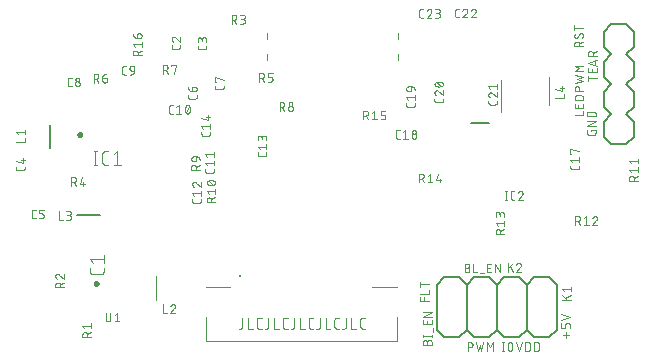
<source format=gbr>
G04 EAGLE Gerber RS-274X export*
G75*
%MOMM*%
%FSLAX34Y34*%
%LPD*%
%INSilkscreen Top*%
%IPPOS*%
%AMOC8*
5,1,8,0,0,1.08239X$1,22.5*%
G01*
%ADD10C,0.076200*%
%ADD11C,0.250000*%
%ADD12C,0.101600*%
%ADD13C,0.200000*%
%ADD14C,0.100000*%
%ADD15C,0.100000*%
%ADD16C,0.152400*%


D10*
X196614Y34579D02*
X196614Y27269D01*
X196613Y27269D02*
X196611Y27180D01*
X196605Y27092D01*
X196596Y27004D01*
X196583Y26916D01*
X196566Y26829D01*
X196546Y26743D01*
X196521Y26658D01*
X196494Y26573D01*
X196462Y26490D01*
X196428Y26409D01*
X196389Y26329D01*
X196348Y26251D01*
X196303Y26174D01*
X196255Y26100D01*
X196204Y26027D01*
X196150Y25957D01*
X196092Y25890D01*
X196032Y25824D01*
X195970Y25762D01*
X195904Y25702D01*
X195837Y25644D01*
X195767Y25590D01*
X195694Y25539D01*
X195620Y25491D01*
X195543Y25446D01*
X195465Y25405D01*
X195385Y25366D01*
X195304Y25332D01*
X195221Y25300D01*
X195136Y25273D01*
X195051Y25248D01*
X194965Y25228D01*
X194878Y25211D01*
X194790Y25198D01*
X194702Y25189D01*
X194614Y25183D01*
X194525Y25181D01*
X193481Y25181D01*
X201128Y25181D02*
X201128Y34579D01*
X201128Y25181D02*
X205304Y25181D01*
X210793Y25181D02*
X212881Y25181D01*
X210793Y25181D02*
X210704Y25183D01*
X210616Y25189D01*
X210528Y25198D01*
X210440Y25211D01*
X210353Y25228D01*
X210267Y25248D01*
X210182Y25273D01*
X210097Y25300D01*
X210014Y25332D01*
X209933Y25366D01*
X209853Y25405D01*
X209775Y25446D01*
X209698Y25491D01*
X209624Y25539D01*
X209551Y25590D01*
X209481Y25644D01*
X209414Y25702D01*
X209348Y25762D01*
X209286Y25824D01*
X209226Y25890D01*
X209168Y25957D01*
X209114Y26027D01*
X209063Y26100D01*
X209015Y26174D01*
X208970Y26251D01*
X208929Y26329D01*
X208890Y26409D01*
X208856Y26490D01*
X208824Y26573D01*
X208797Y26658D01*
X208772Y26743D01*
X208752Y26829D01*
X208735Y26916D01*
X208722Y27004D01*
X208713Y27092D01*
X208707Y27180D01*
X208705Y27269D01*
X208704Y27269D02*
X208704Y32491D01*
X208705Y32491D02*
X208707Y32582D01*
X208713Y32673D01*
X208723Y32764D01*
X208737Y32854D01*
X208754Y32943D01*
X208776Y33031D01*
X208802Y33119D01*
X208831Y33205D01*
X208864Y33290D01*
X208901Y33373D01*
X208941Y33455D01*
X208985Y33535D01*
X209032Y33613D01*
X209083Y33689D01*
X209136Y33762D01*
X209193Y33833D01*
X209254Y33902D01*
X209317Y33967D01*
X209382Y34030D01*
X209451Y34090D01*
X209522Y34148D01*
X209595Y34201D01*
X209671Y34252D01*
X209749Y34299D01*
X209829Y34343D01*
X209911Y34383D01*
X209994Y34420D01*
X210079Y34453D01*
X210165Y34482D01*
X210253Y34508D01*
X210341Y34530D01*
X210430Y34547D01*
X210520Y34561D01*
X210611Y34571D01*
X210702Y34577D01*
X210793Y34579D01*
X212881Y34579D01*
X218559Y34579D02*
X218559Y27269D01*
X218557Y27180D01*
X218551Y27092D01*
X218542Y27004D01*
X218529Y26916D01*
X218512Y26829D01*
X218492Y26743D01*
X218467Y26658D01*
X218440Y26573D01*
X218408Y26490D01*
X218374Y26409D01*
X218335Y26329D01*
X218294Y26251D01*
X218249Y26174D01*
X218201Y26100D01*
X218150Y26027D01*
X218096Y25957D01*
X218038Y25890D01*
X217978Y25824D01*
X217916Y25762D01*
X217850Y25702D01*
X217783Y25644D01*
X217713Y25590D01*
X217640Y25539D01*
X217566Y25491D01*
X217489Y25446D01*
X217411Y25405D01*
X217331Y25366D01*
X217250Y25332D01*
X217167Y25300D01*
X217082Y25273D01*
X216997Y25248D01*
X216911Y25228D01*
X216824Y25211D01*
X216736Y25198D01*
X216648Y25189D01*
X216560Y25183D01*
X216471Y25181D01*
X215426Y25181D01*
X223073Y25181D02*
X223073Y34579D01*
X223073Y25181D02*
X227250Y25181D01*
X232738Y25181D02*
X234827Y25181D01*
X232738Y25181D02*
X232649Y25183D01*
X232561Y25189D01*
X232473Y25198D01*
X232385Y25211D01*
X232298Y25228D01*
X232212Y25248D01*
X232127Y25273D01*
X232042Y25300D01*
X231959Y25332D01*
X231878Y25366D01*
X231798Y25405D01*
X231720Y25446D01*
X231643Y25491D01*
X231569Y25539D01*
X231496Y25590D01*
X231426Y25644D01*
X231359Y25702D01*
X231293Y25762D01*
X231231Y25824D01*
X231171Y25890D01*
X231113Y25957D01*
X231059Y26027D01*
X231008Y26100D01*
X230960Y26174D01*
X230915Y26251D01*
X230874Y26329D01*
X230835Y26409D01*
X230801Y26490D01*
X230769Y26573D01*
X230742Y26658D01*
X230717Y26743D01*
X230697Y26829D01*
X230680Y26916D01*
X230667Y27004D01*
X230658Y27092D01*
X230652Y27180D01*
X230650Y27269D01*
X230650Y32491D01*
X230652Y32582D01*
X230658Y32673D01*
X230668Y32764D01*
X230682Y32854D01*
X230699Y32943D01*
X230721Y33031D01*
X230747Y33119D01*
X230776Y33205D01*
X230809Y33290D01*
X230846Y33373D01*
X230886Y33455D01*
X230930Y33535D01*
X230977Y33613D01*
X231028Y33689D01*
X231081Y33762D01*
X231138Y33833D01*
X231199Y33902D01*
X231262Y33967D01*
X231327Y34030D01*
X231396Y34090D01*
X231467Y34148D01*
X231540Y34201D01*
X231616Y34252D01*
X231694Y34299D01*
X231774Y34343D01*
X231856Y34383D01*
X231939Y34420D01*
X232024Y34453D01*
X232110Y34482D01*
X232198Y34508D01*
X232286Y34530D01*
X232375Y34547D01*
X232465Y34561D01*
X232556Y34571D01*
X232647Y34577D01*
X232738Y34579D01*
X234827Y34579D01*
X240505Y34579D02*
X240505Y27269D01*
X240504Y27269D02*
X240502Y27180D01*
X240496Y27092D01*
X240487Y27004D01*
X240474Y26916D01*
X240457Y26829D01*
X240437Y26743D01*
X240412Y26658D01*
X240385Y26573D01*
X240353Y26490D01*
X240319Y26409D01*
X240280Y26329D01*
X240239Y26251D01*
X240194Y26174D01*
X240146Y26100D01*
X240095Y26027D01*
X240041Y25957D01*
X239983Y25890D01*
X239923Y25824D01*
X239861Y25762D01*
X239795Y25702D01*
X239728Y25644D01*
X239658Y25590D01*
X239585Y25539D01*
X239511Y25491D01*
X239434Y25446D01*
X239356Y25405D01*
X239276Y25366D01*
X239195Y25332D01*
X239112Y25300D01*
X239027Y25273D01*
X238942Y25248D01*
X238856Y25228D01*
X238769Y25211D01*
X238681Y25198D01*
X238593Y25189D01*
X238505Y25183D01*
X238416Y25181D01*
X237372Y25181D01*
X245019Y25181D02*
X245019Y34579D01*
X245019Y25181D02*
X249195Y25181D01*
X254684Y25181D02*
X256772Y25181D01*
X254684Y25181D02*
X254595Y25183D01*
X254507Y25189D01*
X254419Y25198D01*
X254331Y25211D01*
X254244Y25228D01*
X254158Y25248D01*
X254073Y25273D01*
X253988Y25300D01*
X253905Y25332D01*
X253824Y25366D01*
X253744Y25405D01*
X253666Y25446D01*
X253589Y25491D01*
X253515Y25539D01*
X253442Y25590D01*
X253372Y25644D01*
X253305Y25702D01*
X253239Y25762D01*
X253177Y25824D01*
X253117Y25890D01*
X253059Y25957D01*
X253005Y26027D01*
X252954Y26100D01*
X252906Y26174D01*
X252861Y26251D01*
X252820Y26329D01*
X252781Y26409D01*
X252747Y26490D01*
X252715Y26573D01*
X252688Y26658D01*
X252663Y26743D01*
X252643Y26829D01*
X252626Y26916D01*
X252613Y27004D01*
X252604Y27092D01*
X252598Y27180D01*
X252596Y27269D01*
X252595Y27269D02*
X252595Y32491D01*
X252596Y32491D02*
X252598Y32582D01*
X252604Y32673D01*
X252614Y32764D01*
X252628Y32854D01*
X252645Y32943D01*
X252667Y33031D01*
X252693Y33119D01*
X252722Y33205D01*
X252755Y33290D01*
X252792Y33373D01*
X252832Y33455D01*
X252876Y33535D01*
X252923Y33613D01*
X252974Y33689D01*
X253027Y33762D01*
X253084Y33833D01*
X253145Y33902D01*
X253208Y33967D01*
X253273Y34030D01*
X253342Y34090D01*
X253413Y34148D01*
X253486Y34201D01*
X253562Y34252D01*
X253640Y34299D01*
X253720Y34343D01*
X253802Y34383D01*
X253885Y34420D01*
X253970Y34453D01*
X254056Y34482D01*
X254144Y34508D01*
X254232Y34530D01*
X254321Y34547D01*
X254411Y34561D01*
X254502Y34571D01*
X254593Y34577D01*
X254684Y34579D01*
X256772Y34579D01*
X262450Y34579D02*
X262450Y27269D01*
X262448Y27180D01*
X262442Y27092D01*
X262433Y27004D01*
X262420Y26916D01*
X262403Y26829D01*
X262383Y26743D01*
X262358Y26658D01*
X262331Y26573D01*
X262299Y26490D01*
X262265Y26409D01*
X262226Y26329D01*
X262185Y26251D01*
X262140Y26174D01*
X262092Y26100D01*
X262041Y26027D01*
X261987Y25957D01*
X261929Y25890D01*
X261869Y25824D01*
X261807Y25762D01*
X261741Y25702D01*
X261674Y25644D01*
X261604Y25590D01*
X261531Y25539D01*
X261457Y25491D01*
X261380Y25446D01*
X261302Y25405D01*
X261222Y25366D01*
X261141Y25332D01*
X261058Y25300D01*
X260973Y25273D01*
X260888Y25248D01*
X260802Y25228D01*
X260715Y25211D01*
X260627Y25198D01*
X260539Y25189D01*
X260451Y25183D01*
X260362Y25181D01*
X259317Y25181D01*
X266964Y25181D02*
X266964Y34579D01*
X266964Y25181D02*
X271141Y25181D01*
X276629Y25181D02*
X278718Y25181D01*
X276629Y25181D02*
X276540Y25183D01*
X276452Y25189D01*
X276364Y25198D01*
X276276Y25211D01*
X276189Y25228D01*
X276103Y25248D01*
X276018Y25273D01*
X275933Y25300D01*
X275850Y25332D01*
X275769Y25366D01*
X275689Y25405D01*
X275611Y25446D01*
X275534Y25491D01*
X275460Y25539D01*
X275387Y25590D01*
X275317Y25644D01*
X275250Y25702D01*
X275184Y25762D01*
X275122Y25824D01*
X275062Y25890D01*
X275004Y25957D01*
X274950Y26027D01*
X274899Y26100D01*
X274851Y26174D01*
X274806Y26251D01*
X274765Y26329D01*
X274726Y26409D01*
X274692Y26490D01*
X274660Y26573D01*
X274633Y26658D01*
X274608Y26743D01*
X274588Y26829D01*
X274571Y26916D01*
X274558Y27004D01*
X274549Y27092D01*
X274543Y27180D01*
X274541Y27269D01*
X274541Y32491D01*
X274543Y32582D01*
X274549Y32673D01*
X274559Y32764D01*
X274573Y32854D01*
X274590Y32943D01*
X274612Y33031D01*
X274638Y33119D01*
X274667Y33205D01*
X274700Y33290D01*
X274737Y33373D01*
X274777Y33455D01*
X274821Y33535D01*
X274868Y33613D01*
X274919Y33689D01*
X274972Y33762D01*
X275029Y33833D01*
X275090Y33902D01*
X275153Y33967D01*
X275218Y34030D01*
X275287Y34090D01*
X275358Y34148D01*
X275431Y34201D01*
X275507Y34252D01*
X275585Y34299D01*
X275665Y34343D01*
X275747Y34383D01*
X275830Y34420D01*
X275915Y34453D01*
X276001Y34482D01*
X276089Y34508D01*
X276177Y34530D01*
X276266Y34547D01*
X276356Y34561D01*
X276447Y34571D01*
X276538Y34577D01*
X276629Y34579D01*
X278718Y34579D01*
X284396Y34579D02*
X284396Y27269D01*
X284395Y27269D02*
X284393Y27180D01*
X284387Y27092D01*
X284378Y27004D01*
X284365Y26916D01*
X284348Y26829D01*
X284328Y26743D01*
X284303Y26658D01*
X284276Y26573D01*
X284244Y26490D01*
X284210Y26409D01*
X284171Y26329D01*
X284130Y26251D01*
X284085Y26174D01*
X284037Y26100D01*
X283986Y26027D01*
X283932Y25957D01*
X283874Y25890D01*
X283814Y25824D01*
X283752Y25762D01*
X283686Y25702D01*
X283619Y25644D01*
X283549Y25590D01*
X283476Y25539D01*
X283402Y25491D01*
X283325Y25446D01*
X283247Y25405D01*
X283167Y25366D01*
X283086Y25332D01*
X283003Y25300D01*
X282918Y25273D01*
X282833Y25248D01*
X282747Y25228D01*
X282660Y25211D01*
X282572Y25198D01*
X282484Y25189D01*
X282396Y25183D01*
X282307Y25181D01*
X281263Y25181D01*
X288909Y25181D02*
X288909Y34579D01*
X288909Y25181D02*
X293086Y25181D01*
X298575Y25181D02*
X300663Y25181D01*
X298575Y25181D02*
X298486Y25183D01*
X298398Y25189D01*
X298310Y25198D01*
X298222Y25211D01*
X298135Y25228D01*
X298049Y25248D01*
X297964Y25273D01*
X297879Y25300D01*
X297796Y25332D01*
X297715Y25366D01*
X297635Y25405D01*
X297557Y25446D01*
X297480Y25491D01*
X297406Y25539D01*
X297333Y25590D01*
X297263Y25644D01*
X297196Y25702D01*
X297130Y25762D01*
X297068Y25824D01*
X297008Y25890D01*
X296950Y25957D01*
X296896Y26027D01*
X296845Y26100D01*
X296797Y26174D01*
X296752Y26251D01*
X296711Y26329D01*
X296672Y26409D01*
X296638Y26490D01*
X296606Y26573D01*
X296579Y26658D01*
X296554Y26743D01*
X296534Y26829D01*
X296517Y26916D01*
X296504Y27004D01*
X296495Y27092D01*
X296489Y27180D01*
X296487Y27269D01*
X296486Y27269D02*
X296486Y32491D01*
X296487Y32491D02*
X296489Y32582D01*
X296495Y32673D01*
X296505Y32764D01*
X296519Y32854D01*
X296536Y32943D01*
X296558Y33031D01*
X296584Y33119D01*
X296613Y33205D01*
X296646Y33290D01*
X296683Y33373D01*
X296723Y33455D01*
X296767Y33535D01*
X296814Y33613D01*
X296865Y33689D01*
X296918Y33762D01*
X296975Y33833D01*
X297036Y33902D01*
X297099Y33967D01*
X297164Y34030D01*
X297233Y34090D01*
X297304Y34148D01*
X297377Y34201D01*
X297453Y34252D01*
X297531Y34299D01*
X297611Y34343D01*
X297693Y34383D01*
X297776Y34420D01*
X297861Y34453D01*
X297947Y34482D01*
X298035Y34508D01*
X298123Y34530D01*
X298212Y34547D01*
X298302Y34561D01*
X298393Y34571D01*
X298484Y34577D01*
X298575Y34579D01*
X300663Y34579D01*
X347353Y48581D02*
X354719Y48581D01*
X347353Y48581D02*
X347353Y51855D01*
X350627Y51855D02*
X350627Y48581D01*
X347353Y54921D02*
X354719Y54921D01*
X354719Y58195D01*
X354719Y62560D02*
X347353Y62560D01*
X347353Y64606D02*
X347353Y60513D01*
X384681Y76873D02*
X386727Y76873D01*
X386816Y76871D01*
X386905Y76865D01*
X386994Y76855D01*
X387082Y76842D01*
X387170Y76825D01*
X387257Y76803D01*
X387342Y76778D01*
X387427Y76750D01*
X387510Y76717D01*
X387592Y76681D01*
X387672Y76642D01*
X387750Y76599D01*
X387826Y76553D01*
X387901Y76503D01*
X387973Y76450D01*
X388042Y76394D01*
X388109Y76335D01*
X388174Y76274D01*
X388235Y76209D01*
X388294Y76142D01*
X388350Y76073D01*
X388403Y76001D01*
X388453Y75926D01*
X388499Y75850D01*
X388542Y75772D01*
X388581Y75692D01*
X388617Y75610D01*
X388650Y75527D01*
X388678Y75442D01*
X388703Y75357D01*
X388725Y75270D01*
X388742Y75182D01*
X388755Y75094D01*
X388765Y75005D01*
X388771Y74916D01*
X388773Y74827D01*
X388771Y74738D01*
X388765Y74649D01*
X388755Y74560D01*
X388742Y74472D01*
X388725Y74384D01*
X388703Y74297D01*
X388678Y74212D01*
X388650Y74127D01*
X388617Y74044D01*
X388581Y73962D01*
X388542Y73882D01*
X388499Y73804D01*
X388453Y73728D01*
X388403Y73653D01*
X388350Y73581D01*
X388294Y73512D01*
X388235Y73445D01*
X388174Y73380D01*
X388109Y73319D01*
X388042Y73260D01*
X387973Y73204D01*
X387901Y73151D01*
X387826Y73101D01*
X387750Y73055D01*
X387672Y73012D01*
X387592Y72973D01*
X387510Y72937D01*
X387427Y72904D01*
X387342Y72876D01*
X387257Y72851D01*
X387170Y72829D01*
X387082Y72812D01*
X386994Y72799D01*
X386905Y72789D01*
X386816Y72783D01*
X386727Y72781D01*
X384681Y72781D01*
X384681Y80147D01*
X386727Y80147D01*
X386806Y80145D01*
X386885Y80139D01*
X386964Y80130D01*
X387042Y80117D01*
X387119Y80099D01*
X387195Y80079D01*
X387270Y80054D01*
X387344Y80026D01*
X387417Y79995D01*
X387488Y79959D01*
X387557Y79921D01*
X387624Y79879D01*
X387689Y79834D01*
X387752Y79786D01*
X387813Y79735D01*
X387870Y79681D01*
X387926Y79625D01*
X387978Y79566D01*
X388028Y79504D01*
X388074Y79440D01*
X388118Y79374D01*
X388158Y79306D01*
X388194Y79236D01*
X388228Y79164D01*
X388258Y79090D01*
X388284Y79016D01*
X388307Y78940D01*
X388325Y78863D01*
X388341Y78786D01*
X388352Y78707D01*
X388360Y78629D01*
X388364Y78550D01*
X388364Y78470D01*
X388360Y78391D01*
X388352Y78313D01*
X388341Y78234D01*
X388325Y78157D01*
X388307Y78080D01*
X388284Y78004D01*
X388258Y77930D01*
X388228Y77856D01*
X388194Y77784D01*
X388158Y77714D01*
X388118Y77646D01*
X388074Y77580D01*
X388028Y77516D01*
X387978Y77454D01*
X387926Y77395D01*
X387870Y77339D01*
X387813Y77285D01*
X387752Y77234D01*
X387689Y77186D01*
X387624Y77141D01*
X387557Y77099D01*
X387488Y77061D01*
X387417Y77025D01*
X387344Y76994D01*
X387270Y76966D01*
X387195Y76941D01*
X387119Y76921D01*
X387042Y76903D01*
X386964Y76890D01*
X386885Y76881D01*
X386806Y76875D01*
X386727Y76873D01*
X391894Y80147D02*
X391894Y72781D01*
X395168Y72781D01*
X397652Y71963D02*
X400926Y71963D01*
X404086Y72781D02*
X407360Y72781D01*
X404086Y72781D02*
X404086Y80147D01*
X407360Y80147D01*
X406541Y76873D02*
X404086Y76873D01*
X410410Y80147D02*
X410410Y72781D01*
X414502Y72781D02*
X410410Y80147D01*
X414502Y80147D02*
X414502Y72781D01*
X421381Y73381D02*
X421381Y80747D01*
X425473Y80747D02*
X421381Y76246D01*
X423018Y77882D02*
X425473Y73381D01*
X432427Y78906D02*
X432425Y78991D01*
X432419Y79076D01*
X432409Y79160D01*
X432396Y79244D01*
X432378Y79328D01*
X432357Y79410D01*
X432332Y79491D01*
X432303Y79571D01*
X432270Y79650D01*
X432234Y79727D01*
X432194Y79802D01*
X432151Y79876D01*
X432105Y79947D01*
X432055Y80016D01*
X432002Y80083D01*
X431946Y80147D01*
X431887Y80208D01*
X431826Y80267D01*
X431762Y80323D01*
X431695Y80376D01*
X431626Y80426D01*
X431555Y80472D01*
X431481Y80515D01*
X431406Y80555D01*
X431329Y80591D01*
X431250Y80624D01*
X431170Y80653D01*
X431089Y80678D01*
X431007Y80699D01*
X430923Y80717D01*
X430839Y80730D01*
X430755Y80740D01*
X430670Y80746D01*
X430585Y80748D01*
X430585Y80747D02*
X430489Y80745D01*
X430393Y80739D01*
X430298Y80729D01*
X430203Y80716D01*
X430108Y80698D01*
X430015Y80677D01*
X429922Y80652D01*
X429831Y80623D01*
X429740Y80591D01*
X429651Y80555D01*
X429564Y80515D01*
X429478Y80472D01*
X429394Y80426D01*
X429312Y80376D01*
X429232Y80322D01*
X429155Y80266D01*
X429080Y80206D01*
X429007Y80144D01*
X428937Y80078D01*
X428869Y80010D01*
X428804Y79939D01*
X428743Y79866D01*
X428684Y79790D01*
X428628Y79711D01*
X428576Y79631D01*
X428527Y79548D01*
X428481Y79464D01*
X428439Y79378D01*
X428401Y79290D01*
X428366Y79201D01*
X428334Y79110D01*
X431813Y77474D02*
X431873Y77533D01*
X431930Y77595D01*
X431985Y77659D01*
X432036Y77726D01*
X432085Y77795D01*
X432131Y77865D01*
X432174Y77938D01*
X432214Y78012D01*
X432250Y78088D01*
X432283Y78166D01*
X432313Y78245D01*
X432340Y78325D01*
X432363Y78406D01*
X432382Y78488D01*
X432398Y78570D01*
X432411Y78654D01*
X432420Y78738D01*
X432425Y78822D01*
X432427Y78906D01*
X431813Y77473D02*
X428335Y73381D01*
X432427Y73381D01*
X467053Y49781D02*
X474419Y49781D01*
X471554Y49781D02*
X467053Y53873D01*
X469918Y51418D02*
X474419Y53873D01*
X468690Y56735D02*
X467053Y58781D01*
X474419Y58781D01*
X474419Y56735D02*
X474419Y60827D01*
X352727Y13627D02*
X352727Y11581D01*
X352727Y13627D02*
X352729Y13716D01*
X352735Y13805D01*
X352745Y13894D01*
X352758Y13982D01*
X352775Y14070D01*
X352797Y14157D01*
X352822Y14242D01*
X352850Y14327D01*
X352883Y14410D01*
X352919Y14492D01*
X352958Y14572D01*
X353001Y14650D01*
X353047Y14726D01*
X353097Y14801D01*
X353150Y14873D01*
X353206Y14942D01*
X353265Y15009D01*
X353326Y15074D01*
X353391Y15135D01*
X353458Y15194D01*
X353527Y15250D01*
X353599Y15303D01*
X353674Y15353D01*
X353750Y15399D01*
X353828Y15442D01*
X353908Y15481D01*
X353990Y15517D01*
X354073Y15550D01*
X354158Y15578D01*
X354243Y15603D01*
X354330Y15625D01*
X354418Y15642D01*
X354506Y15655D01*
X354595Y15665D01*
X354684Y15671D01*
X354773Y15673D01*
X354862Y15671D01*
X354951Y15665D01*
X355040Y15655D01*
X355128Y15642D01*
X355216Y15625D01*
X355303Y15603D01*
X355388Y15578D01*
X355473Y15550D01*
X355556Y15517D01*
X355638Y15481D01*
X355718Y15442D01*
X355796Y15399D01*
X355872Y15353D01*
X355947Y15303D01*
X356019Y15250D01*
X356088Y15194D01*
X356155Y15135D01*
X356220Y15074D01*
X356281Y15009D01*
X356340Y14942D01*
X356396Y14873D01*
X356449Y14801D01*
X356499Y14726D01*
X356545Y14650D01*
X356588Y14572D01*
X356627Y14492D01*
X356663Y14410D01*
X356696Y14327D01*
X356724Y14242D01*
X356749Y14157D01*
X356771Y14070D01*
X356788Y13982D01*
X356801Y13894D01*
X356811Y13805D01*
X356817Y13716D01*
X356819Y13627D01*
X356819Y11581D01*
X349453Y11581D01*
X349453Y13627D01*
X349455Y13706D01*
X349461Y13785D01*
X349470Y13864D01*
X349483Y13942D01*
X349501Y14019D01*
X349521Y14095D01*
X349546Y14170D01*
X349574Y14244D01*
X349605Y14317D01*
X349641Y14388D01*
X349679Y14457D01*
X349721Y14524D01*
X349766Y14589D01*
X349814Y14652D01*
X349865Y14713D01*
X349919Y14770D01*
X349975Y14826D01*
X350034Y14878D01*
X350096Y14928D01*
X350160Y14974D01*
X350226Y15018D01*
X350294Y15058D01*
X350364Y15094D01*
X350436Y15128D01*
X350510Y15158D01*
X350584Y15184D01*
X350660Y15207D01*
X350737Y15225D01*
X350814Y15241D01*
X350893Y15252D01*
X350971Y15260D01*
X351050Y15264D01*
X351130Y15264D01*
X351209Y15260D01*
X351287Y15252D01*
X351366Y15241D01*
X351443Y15225D01*
X351520Y15207D01*
X351596Y15184D01*
X351670Y15158D01*
X351744Y15128D01*
X351816Y15094D01*
X351886Y15058D01*
X351954Y15018D01*
X352020Y14974D01*
X352084Y14928D01*
X352146Y14878D01*
X352205Y14826D01*
X352261Y14770D01*
X352315Y14713D01*
X352366Y14652D01*
X352414Y14589D01*
X352459Y14524D01*
X352501Y14457D01*
X352539Y14388D01*
X352575Y14317D01*
X352606Y14244D01*
X352634Y14170D01*
X352659Y14095D01*
X352679Y14019D01*
X352697Y13942D01*
X352710Y13864D01*
X352719Y13785D01*
X352725Y13706D01*
X352727Y13627D01*
X349453Y19118D02*
X356819Y19118D01*
X356819Y19936D02*
X356819Y18299D01*
X349453Y18299D02*
X349453Y19936D01*
X357637Y22602D02*
X357637Y25875D01*
X356819Y29035D02*
X356819Y32309D01*
X356819Y29035D02*
X349453Y29035D01*
X349453Y32309D01*
X352727Y31491D02*
X352727Y29035D01*
X349453Y35360D02*
X356819Y35360D01*
X356819Y39452D02*
X349453Y35360D01*
X349453Y39452D02*
X356819Y39452D01*
X387381Y13647D02*
X387381Y6281D01*
X387381Y13647D02*
X389427Y13647D01*
X389516Y13645D01*
X389605Y13639D01*
X389694Y13629D01*
X389782Y13616D01*
X389870Y13599D01*
X389957Y13577D01*
X390042Y13552D01*
X390127Y13524D01*
X390210Y13491D01*
X390292Y13455D01*
X390372Y13416D01*
X390450Y13373D01*
X390526Y13327D01*
X390601Y13277D01*
X390673Y13224D01*
X390742Y13168D01*
X390809Y13109D01*
X390874Y13048D01*
X390935Y12983D01*
X390994Y12916D01*
X391050Y12847D01*
X391103Y12775D01*
X391153Y12700D01*
X391199Y12624D01*
X391242Y12546D01*
X391281Y12466D01*
X391317Y12384D01*
X391350Y12301D01*
X391378Y12216D01*
X391403Y12131D01*
X391425Y12044D01*
X391442Y11956D01*
X391455Y11868D01*
X391465Y11779D01*
X391471Y11690D01*
X391473Y11601D01*
X391471Y11512D01*
X391465Y11423D01*
X391455Y11334D01*
X391442Y11246D01*
X391425Y11158D01*
X391403Y11071D01*
X391378Y10986D01*
X391350Y10901D01*
X391317Y10818D01*
X391281Y10736D01*
X391242Y10656D01*
X391199Y10578D01*
X391153Y10502D01*
X391103Y10427D01*
X391050Y10355D01*
X390994Y10286D01*
X390935Y10219D01*
X390874Y10154D01*
X390809Y10093D01*
X390742Y10034D01*
X390673Y9978D01*
X390601Y9925D01*
X390526Y9875D01*
X390450Y9829D01*
X390372Y9786D01*
X390292Y9747D01*
X390210Y9711D01*
X390127Y9678D01*
X390042Y9650D01*
X389957Y9625D01*
X389870Y9603D01*
X389782Y9586D01*
X389694Y9573D01*
X389605Y9563D01*
X389516Y9557D01*
X389427Y9555D01*
X387381Y9555D01*
X394082Y13647D02*
X395719Y6281D01*
X397356Y11192D01*
X398993Y6281D01*
X400630Y13647D01*
X403923Y13647D02*
X403923Y6281D01*
X406378Y9555D02*
X403923Y13647D01*
X406378Y9555D02*
X408834Y13647D01*
X408834Y6281D01*
X417299Y6481D02*
X417299Y13847D01*
X416481Y6481D02*
X418118Y6481D01*
X418118Y13847D02*
X416481Y13847D01*
X421106Y11801D02*
X421106Y8527D01*
X421106Y11801D02*
X421108Y11890D01*
X421114Y11979D01*
X421124Y12068D01*
X421137Y12156D01*
X421154Y12244D01*
X421176Y12331D01*
X421201Y12416D01*
X421229Y12501D01*
X421262Y12584D01*
X421298Y12666D01*
X421337Y12746D01*
X421380Y12824D01*
X421426Y12900D01*
X421476Y12975D01*
X421529Y13047D01*
X421585Y13116D01*
X421644Y13183D01*
X421705Y13248D01*
X421770Y13309D01*
X421837Y13368D01*
X421906Y13424D01*
X421978Y13477D01*
X422053Y13527D01*
X422129Y13573D01*
X422207Y13616D01*
X422287Y13655D01*
X422369Y13691D01*
X422452Y13724D01*
X422537Y13752D01*
X422622Y13777D01*
X422709Y13799D01*
X422797Y13816D01*
X422885Y13829D01*
X422974Y13839D01*
X423063Y13845D01*
X423152Y13847D01*
X423241Y13845D01*
X423330Y13839D01*
X423419Y13829D01*
X423507Y13816D01*
X423595Y13799D01*
X423682Y13777D01*
X423767Y13752D01*
X423852Y13724D01*
X423935Y13691D01*
X424017Y13655D01*
X424097Y13616D01*
X424175Y13573D01*
X424251Y13527D01*
X424326Y13477D01*
X424398Y13424D01*
X424467Y13368D01*
X424534Y13309D01*
X424599Y13248D01*
X424660Y13183D01*
X424719Y13116D01*
X424775Y13047D01*
X424828Y12975D01*
X424878Y12900D01*
X424924Y12824D01*
X424967Y12746D01*
X425006Y12666D01*
X425042Y12584D01*
X425075Y12501D01*
X425103Y12416D01*
X425128Y12331D01*
X425150Y12244D01*
X425167Y12156D01*
X425180Y12068D01*
X425190Y11979D01*
X425196Y11890D01*
X425198Y11801D01*
X425198Y8527D01*
X425196Y8438D01*
X425190Y8349D01*
X425180Y8260D01*
X425167Y8172D01*
X425150Y8084D01*
X425128Y7997D01*
X425103Y7912D01*
X425075Y7827D01*
X425042Y7744D01*
X425006Y7662D01*
X424967Y7582D01*
X424924Y7504D01*
X424878Y7428D01*
X424828Y7353D01*
X424775Y7281D01*
X424719Y7212D01*
X424660Y7145D01*
X424599Y7080D01*
X424534Y7019D01*
X424467Y6960D01*
X424398Y6904D01*
X424326Y6851D01*
X424251Y6801D01*
X424175Y6755D01*
X424097Y6712D01*
X424017Y6673D01*
X423935Y6637D01*
X423852Y6604D01*
X423767Y6576D01*
X423682Y6551D01*
X423595Y6529D01*
X423507Y6512D01*
X423419Y6499D01*
X423330Y6489D01*
X423241Y6483D01*
X423152Y6481D01*
X423063Y6483D01*
X422974Y6489D01*
X422885Y6499D01*
X422797Y6512D01*
X422709Y6529D01*
X422622Y6551D01*
X422537Y6576D01*
X422452Y6604D01*
X422369Y6637D01*
X422287Y6673D01*
X422207Y6712D01*
X422129Y6755D01*
X422053Y6801D01*
X421978Y6851D01*
X421906Y6904D01*
X421837Y6960D01*
X421770Y7019D01*
X421705Y7080D01*
X421644Y7145D01*
X421585Y7212D01*
X421529Y7281D01*
X421476Y7353D01*
X421426Y7428D01*
X421380Y7504D01*
X421337Y7582D01*
X421298Y7662D01*
X421262Y7744D01*
X421229Y7827D01*
X421201Y7912D01*
X421176Y7997D01*
X421154Y8084D01*
X421137Y8172D01*
X421124Y8260D01*
X421114Y8349D01*
X421108Y8438D01*
X421106Y8527D01*
X428011Y13847D02*
X430467Y6481D01*
X432922Y13847D01*
X435980Y13847D02*
X435980Y6481D01*
X435980Y13847D02*
X438026Y13847D01*
X438115Y13845D01*
X438204Y13839D01*
X438293Y13829D01*
X438381Y13816D01*
X438469Y13799D01*
X438556Y13777D01*
X438641Y13752D01*
X438726Y13724D01*
X438809Y13691D01*
X438891Y13655D01*
X438971Y13616D01*
X439049Y13573D01*
X439125Y13527D01*
X439200Y13477D01*
X439272Y13424D01*
X439341Y13368D01*
X439408Y13309D01*
X439473Y13248D01*
X439534Y13183D01*
X439593Y13116D01*
X439649Y13047D01*
X439702Y12975D01*
X439752Y12900D01*
X439798Y12824D01*
X439841Y12746D01*
X439880Y12666D01*
X439916Y12584D01*
X439949Y12501D01*
X439977Y12416D01*
X440002Y12331D01*
X440024Y12244D01*
X440041Y12156D01*
X440054Y12068D01*
X440064Y11979D01*
X440070Y11890D01*
X440072Y11801D01*
X440072Y8527D01*
X440070Y8438D01*
X440064Y8349D01*
X440054Y8260D01*
X440041Y8172D01*
X440024Y8084D01*
X440002Y7997D01*
X439977Y7912D01*
X439949Y7827D01*
X439916Y7744D01*
X439880Y7662D01*
X439841Y7582D01*
X439798Y7504D01*
X439752Y7428D01*
X439702Y7353D01*
X439649Y7281D01*
X439593Y7212D01*
X439534Y7145D01*
X439473Y7080D01*
X439408Y7019D01*
X439341Y6960D01*
X439272Y6904D01*
X439200Y6851D01*
X439125Y6801D01*
X439049Y6755D01*
X438971Y6712D01*
X438891Y6673D01*
X438809Y6637D01*
X438726Y6604D01*
X438641Y6576D01*
X438556Y6551D01*
X438469Y6529D01*
X438381Y6512D01*
X438293Y6499D01*
X438204Y6489D01*
X438115Y6483D01*
X438026Y6481D01*
X435980Y6481D01*
X443783Y6481D02*
X443783Y13847D01*
X445829Y13847D01*
X445918Y13845D01*
X446007Y13839D01*
X446096Y13829D01*
X446184Y13816D01*
X446272Y13799D01*
X446359Y13777D01*
X446444Y13752D01*
X446529Y13724D01*
X446612Y13691D01*
X446694Y13655D01*
X446774Y13616D01*
X446852Y13573D01*
X446928Y13527D01*
X447003Y13477D01*
X447075Y13424D01*
X447144Y13368D01*
X447211Y13309D01*
X447276Y13248D01*
X447337Y13183D01*
X447396Y13116D01*
X447452Y13047D01*
X447505Y12975D01*
X447555Y12900D01*
X447601Y12824D01*
X447644Y12746D01*
X447683Y12666D01*
X447719Y12584D01*
X447752Y12501D01*
X447780Y12416D01*
X447805Y12331D01*
X447827Y12244D01*
X447844Y12156D01*
X447857Y12068D01*
X447867Y11979D01*
X447873Y11890D01*
X447875Y11801D01*
X447875Y8527D01*
X447873Y8438D01*
X447867Y8349D01*
X447857Y8260D01*
X447844Y8172D01*
X447827Y8084D01*
X447805Y7997D01*
X447780Y7912D01*
X447752Y7827D01*
X447719Y7744D01*
X447683Y7662D01*
X447644Y7582D01*
X447601Y7504D01*
X447555Y7428D01*
X447505Y7353D01*
X447452Y7281D01*
X447396Y7212D01*
X447337Y7145D01*
X447276Y7080D01*
X447211Y7019D01*
X447144Y6960D01*
X447075Y6904D01*
X447003Y6851D01*
X446928Y6801D01*
X446852Y6755D01*
X446774Y6712D01*
X446694Y6673D01*
X446612Y6637D01*
X446529Y6604D01*
X446444Y6576D01*
X446359Y6551D01*
X446272Y6529D01*
X446184Y6512D01*
X446096Y6499D01*
X446007Y6489D01*
X445918Y6483D01*
X445829Y6481D01*
X443783Y6481D01*
X470854Y17381D02*
X470854Y22292D01*
X468399Y19836D02*
X473310Y19836D01*
X473719Y25593D02*
X473719Y28048D01*
X473717Y28126D01*
X473712Y28204D01*
X473702Y28281D01*
X473689Y28358D01*
X473673Y28434D01*
X473653Y28509D01*
X473629Y28583D01*
X473602Y28656D01*
X473571Y28728D01*
X473537Y28798D01*
X473500Y28867D01*
X473459Y28933D01*
X473415Y28998D01*
X473369Y29060D01*
X473319Y29120D01*
X473267Y29178D01*
X473212Y29233D01*
X473154Y29285D01*
X473094Y29335D01*
X473032Y29381D01*
X472967Y29425D01*
X472901Y29466D01*
X472832Y29503D01*
X472762Y29537D01*
X472690Y29568D01*
X472617Y29595D01*
X472543Y29619D01*
X472468Y29639D01*
X472392Y29655D01*
X472315Y29668D01*
X472238Y29678D01*
X472160Y29683D01*
X472082Y29685D01*
X471264Y29685D01*
X471184Y29683D01*
X471104Y29677D01*
X471024Y29667D01*
X470945Y29654D01*
X470866Y29636D01*
X470789Y29615D01*
X470713Y29589D01*
X470638Y29560D01*
X470564Y29528D01*
X470492Y29492D01*
X470422Y29452D01*
X470355Y29409D01*
X470289Y29363D01*
X470226Y29313D01*
X470165Y29261D01*
X470106Y29206D01*
X470051Y29147D01*
X469999Y29087D01*
X469949Y29023D01*
X469903Y28957D01*
X469860Y28890D01*
X469820Y28820D01*
X469784Y28748D01*
X469752Y28674D01*
X469723Y28600D01*
X469697Y28523D01*
X469676Y28446D01*
X469658Y28367D01*
X469645Y28288D01*
X469635Y28208D01*
X469629Y28128D01*
X469627Y28048D01*
X469627Y25593D01*
X466353Y25593D01*
X466353Y29685D01*
X466353Y32499D02*
X473719Y34954D01*
X466353Y37410D01*
X491527Y192146D02*
X491527Y193373D01*
X495619Y193373D01*
X495619Y190918D01*
X495617Y190840D01*
X495612Y190762D01*
X495602Y190685D01*
X495589Y190608D01*
X495573Y190532D01*
X495553Y190457D01*
X495529Y190383D01*
X495502Y190310D01*
X495471Y190238D01*
X495437Y190168D01*
X495400Y190100D01*
X495359Y190033D01*
X495315Y189968D01*
X495269Y189906D01*
X495219Y189846D01*
X495167Y189788D01*
X495112Y189733D01*
X495054Y189681D01*
X494994Y189631D01*
X494932Y189585D01*
X494867Y189541D01*
X494801Y189500D01*
X494732Y189463D01*
X494662Y189429D01*
X494590Y189398D01*
X494517Y189371D01*
X494443Y189347D01*
X494368Y189327D01*
X494292Y189311D01*
X494215Y189298D01*
X494138Y189288D01*
X494060Y189283D01*
X493982Y189281D01*
X489890Y189281D01*
X489810Y189283D01*
X489730Y189289D01*
X489650Y189299D01*
X489571Y189312D01*
X489492Y189330D01*
X489415Y189351D01*
X489339Y189377D01*
X489264Y189406D01*
X489190Y189438D01*
X489118Y189474D01*
X489048Y189514D01*
X488981Y189557D01*
X488915Y189603D01*
X488852Y189653D01*
X488791Y189705D01*
X488732Y189760D01*
X488677Y189819D01*
X488625Y189879D01*
X488575Y189943D01*
X488529Y190008D01*
X488486Y190076D01*
X488446Y190146D01*
X488410Y190218D01*
X488378Y190292D01*
X488349Y190366D01*
X488324Y190443D01*
X488302Y190520D01*
X488284Y190599D01*
X488271Y190678D01*
X488261Y190757D01*
X488255Y190838D01*
X488253Y190918D01*
X488253Y193373D01*
X488253Y197084D02*
X495619Y197084D01*
X495619Y201176D02*
X488253Y197084D01*
X488253Y201176D02*
X495619Y201176D01*
X495619Y204887D02*
X488253Y204887D01*
X488253Y206933D01*
X488255Y207022D01*
X488261Y207111D01*
X488271Y207200D01*
X488284Y207288D01*
X488301Y207376D01*
X488323Y207463D01*
X488348Y207548D01*
X488376Y207633D01*
X488409Y207716D01*
X488445Y207798D01*
X488484Y207878D01*
X488527Y207956D01*
X488573Y208032D01*
X488623Y208107D01*
X488676Y208179D01*
X488732Y208248D01*
X488791Y208315D01*
X488852Y208380D01*
X488917Y208441D01*
X488984Y208500D01*
X489053Y208556D01*
X489125Y208609D01*
X489200Y208659D01*
X489276Y208705D01*
X489354Y208748D01*
X489434Y208787D01*
X489516Y208823D01*
X489599Y208856D01*
X489684Y208884D01*
X489769Y208909D01*
X489856Y208931D01*
X489944Y208948D01*
X490032Y208961D01*
X490121Y208971D01*
X490210Y208977D01*
X490299Y208979D01*
X493573Y208979D01*
X493662Y208977D01*
X493751Y208971D01*
X493840Y208961D01*
X493928Y208948D01*
X494016Y208931D01*
X494103Y208909D01*
X494188Y208884D01*
X494273Y208856D01*
X494356Y208823D01*
X494438Y208787D01*
X494518Y208748D01*
X494596Y208705D01*
X494672Y208659D01*
X494747Y208609D01*
X494819Y208556D01*
X494888Y208500D01*
X494955Y208441D01*
X495020Y208380D01*
X495081Y208315D01*
X495140Y208248D01*
X495196Y208179D01*
X495249Y208107D01*
X495299Y208032D01*
X495345Y207956D01*
X495388Y207878D01*
X495427Y207798D01*
X495463Y207716D01*
X495496Y207633D01*
X495524Y207548D01*
X495549Y207463D01*
X495571Y207376D01*
X495588Y207288D01*
X495601Y207200D01*
X495611Y207111D01*
X495617Y207022D01*
X495619Y206933D01*
X495619Y204887D01*
X485219Y205881D02*
X477853Y205881D01*
X485219Y205881D02*
X485219Y209155D01*
X485219Y212221D02*
X485219Y215495D01*
X485219Y212221D02*
X477853Y212221D01*
X477853Y215495D01*
X481127Y214676D02*
X481127Y212221D01*
X477853Y218545D02*
X485219Y218545D01*
X477853Y218545D02*
X477853Y220591D01*
X477855Y220680D01*
X477861Y220769D01*
X477871Y220858D01*
X477884Y220946D01*
X477901Y221034D01*
X477923Y221121D01*
X477948Y221206D01*
X477976Y221291D01*
X478009Y221374D01*
X478045Y221456D01*
X478084Y221536D01*
X478127Y221614D01*
X478173Y221690D01*
X478223Y221765D01*
X478276Y221837D01*
X478332Y221906D01*
X478391Y221973D01*
X478452Y222038D01*
X478517Y222099D01*
X478584Y222158D01*
X478653Y222214D01*
X478725Y222267D01*
X478800Y222317D01*
X478876Y222363D01*
X478954Y222406D01*
X479034Y222445D01*
X479116Y222481D01*
X479199Y222514D01*
X479284Y222542D01*
X479369Y222567D01*
X479456Y222589D01*
X479544Y222606D01*
X479632Y222619D01*
X479721Y222629D01*
X479810Y222635D01*
X479899Y222637D01*
X483173Y222637D01*
X483262Y222635D01*
X483351Y222629D01*
X483440Y222619D01*
X483528Y222606D01*
X483616Y222589D01*
X483703Y222567D01*
X483788Y222542D01*
X483873Y222514D01*
X483956Y222481D01*
X484038Y222445D01*
X484118Y222406D01*
X484196Y222363D01*
X484272Y222317D01*
X484347Y222267D01*
X484419Y222214D01*
X484488Y222158D01*
X484555Y222099D01*
X484620Y222038D01*
X484681Y221973D01*
X484740Y221906D01*
X484796Y221837D01*
X484849Y221765D01*
X484899Y221690D01*
X484945Y221614D01*
X484988Y221536D01*
X485027Y221456D01*
X485063Y221374D01*
X485096Y221291D01*
X485124Y221206D01*
X485149Y221121D01*
X485171Y221034D01*
X485188Y220946D01*
X485201Y220858D01*
X485211Y220769D01*
X485217Y220680D01*
X485219Y220591D01*
X485219Y218545D01*
X485219Y226465D02*
X477853Y226465D01*
X477853Y228512D01*
X477855Y228601D01*
X477861Y228690D01*
X477871Y228779D01*
X477884Y228867D01*
X477901Y228955D01*
X477923Y229042D01*
X477948Y229127D01*
X477976Y229212D01*
X478009Y229295D01*
X478045Y229377D01*
X478084Y229457D01*
X478127Y229535D01*
X478173Y229611D01*
X478223Y229686D01*
X478276Y229758D01*
X478332Y229827D01*
X478391Y229894D01*
X478452Y229959D01*
X478517Y230020D01*
X478584Y230079D01*
X478653Y230135D01*
X478725Y230188D01*
X478800Y230238D01*
X478876Y230284D01*
X478954Y230327D01*
X479034Y230366D01*
X479116Y230402D01*
X479199Y230435D01*
X479284Y230463D01*
X479369Y230488D01*
X479456Y230510D01*
X479544Y230527D01*
X479632Y230540D01*
X479721Y230550D01*
X479810Y230556D01*
X479899Y230558D01*
X479988Y230556D01*
X480077Y230550D01*
X480166Y230540D01*
X480254Y230527D01*
X480342Y230510D01*
X480429Y230488D01*
X480514Y230463D01*
X480599Y230435D01*
X480682Y230402D01*
X480764Y230366D01*
X480844Y230327D01*
X480922Y230284D01*
X480998Y230238D01*
X481073Y230188D01*
X481145Y230135D01*
X481214Y230079D01*
X481281Y230020D01*
X481346Y229959D01*
X481407Y229894D01*
X481466Y229827D01*
X481522Y229758D01*
X481575Y229686D01*
X481625Y229611D01*
X481671Y229535D01*
X481714Y229457D01*
X481753Y229377D01*
X481789Y229295D01*
X481822Y229212D01*
X481850Y229127D01*
X481875Y229042D01*
X481897Y228955D01*
X481914Y228867D01*
X481927Y228779D01*
X481937Y228690D01*
X481943Y228601D01*
X481945Y228512D01*
X481945Y226465D01*
X477853Y233167D02*
X485219Y234804D01*
X480308Y236441D01*
X485219Y238077D01*
X477853Y239714D01*
X477853Y243007D02*
X485219Y243007D01*
X481945Y245463D02*
X477853Y243007D01*
X481945Y245463D02*
X477853Y247918D01*
X485219Y247918D01*
X489253Y237227D02*
X496619Y237227D01*
X489253Y235181D02*
X489253Y239273D01*
X496619Y242268D02*
X496619Y245542D01*
X496619Y242268D02*
X489253Y242268D01*
X489253Y245542D01*
X492527Y244723D02*
X492527Y242268D01*
X496619Y247939D02*
X489253Y250394D01*
X496619Y252850D01*
X494778Y252236D02*
X494778Y248553D01*
X496619Y255959D02*
X489253Y255959D01*
X489253Y258005D01*
X489255Y258094D01*
X489261Y258183D01*
X489271Y258272D01*
X489284Y258360D01*
X489301Y258448D01*
X489323Y258535D01*
X489348Y258620D01*
X489376Y258705D01*
X489409Y258788D01*
X489445Y258870D01*
X489484Y258950D01*
X489527Y259028D01*
X489573Y259104D01*
X489623Y259179D01*
X489676Y259251D01*
X489732Y259320D01*
X489791Y259387D01*
X489852Y259452D01*
X489917Y259513D01*
X489984Y259572D01*
X490053Y259628D01*
X490125Y259681D01*
X490200Y259731D01*
X490276Y259777D01*
X490354Y259820D01*
X490434Y259859D01*
X490516Y259895D01*
X490599Y259928D01*
X490684Y259956D01*
X490769Y259981D01*
X490856Y260003D01*
X490944Y260020D01*
X491032Y260033D01*
X491121Y260043D01*
X491210Y260049D01*
X491299Y260051D01*
X491388Y260049D01*
X491477Y260043D01*
X491566Y260033D01*
X491654Y260020D01*
X491742Y260003D01*
X491829Y259981D01*
X491914Y259956D01*
X491999Y259928D01*
X492082Y259895D01*
X492164Y259859D01*
X492244Y259820D01*
X492322Y259777D01*
X492398Y259731D01*
X492473Y259681D01*
X492545Y259628D01*
X492614Y259572D01*
X492681Y259513D01*
X492746Y259452D01*
X492807Y259387D01*
X492866Y259320D01*
X492922Y259251D01*
X492975Y259179D01*
X493025Y259104D01*
X493071Y259028D01*
X493114Y258950D01*
X493153Y258870D01*
X493189Y258788D01*
X493222Y258705D01*
X493250Y258620D01*
X493275Y258535D01*
X493297Y258448D01*
X493314Y258360D01*
X493327Y258272D01*
X493337Y258183D01*
X493343Y258094D01*
X493345Y258005D01*
X493345Y255959D01*
X493345Y258414D02*
X496619Y260051D01*
X484919Y264181D02*
X477553Y264181D01*
X477553Y266227D01*
X477555Y266316D01*
X477561Y266405D01*
X477571Y266494D01*
X477584Y266582D01*
X477601Y266670D01*
X477623Y266757D01*
X477648Y266842D01*
X477676Y266927D01*
X477709Y267010D01*
X477745Y267092D01*
X477784Y267172D01*
X477827Y267250D01*
X477873Y267326D01*
X477923Y267401D01*
X477976Y267473D01*
X478032Y267542D01*
X478091Y267609D01*
X478152Y267674D01*
X478217Y267735D01*
X478284Y267794D01*
X478353Y267850D01*
X478425Y267903D01*
X478500Y267953D01*
X478576Y267999D01*
X478654Y268042D01*
X478734Y268081D01*
X478816Y268117D01*
X478899Y268150D01*
X478984Y268178D01*
X479069Y268203D01*
X479156Y268225D01*
X479244Y268242D01*
X479332Y268255D01*
X479421Y268265D01*
X479510Y268271D01*
X479599Y268273D01*
X479688Y268271D01*
X479777Y268265D01*
X479866Y268255D01*
X479954Y268242D01*
X480042Y268225D01*
X480129Y268203D01*
X480214Y268178D01*
X480299Y268150D01*
X480382Y268117D01*
X480464Y268081D01*
X480544Y268042D01*
X480622Y267999D01*
X480698Y267953D01*
X480773Y267903D01*
X480845Y267850D01*
X480914Y267794D01*
X480981Y267735D01*
X481046Y267674D01*
X481107Y267609D01*
X481166Y267542D01*
X481222Y267473D01*
X481275Y267401D01*
X481325Y267326D01*
X481371Y267250D01*
X481414Y267172D01*
X481453Y267092D01*
X481489Y267010D01*
X481522Y266927D01*
X481550Y266842D01*
X481575Y266757D01*
X481597Y266670D01*
X481614Y266582D01*
X481627Y266494D01*
X481637Y266405D01*
X481643Y266316D01*
X481645Y266227D01*
X481645Y264181D01*
X481645Y266636D02*
X484919Y268273D01*
X484919Y273657D02*
X484917Y273735D01*
X484912Y273813D01*
X484902Y273890D01*
X484889Y273967D01*
X484873Y274043D01*
X484853Y274118D01*
X484829Y274192D01*
X484802Y274265D01*
X484771Y274337D01*
X484737Y274407D01*
X484700Y274476D01*
X484659Y274542D01*
X484615Y274607D01*
X484569Y274669D01*
X484519Y274729D01*
X484467Y274787D01*
X484412Y274842D01*
X484354Y274894D01*
X484294Y274944D01*
X484232Y274990D01*
X484167Y275034D01*
X484101Y275075D01*
X484032Y275112D01*
X483962Y275146D01*
X483890Y275177D01*
X483817Y275204D01*
X483743Y275228D01*
X483668Y275248D01*
X483592Y275264D01*
X483515Y275277D01*
X483438Y275287D01*
X483360Y275292D01*
X483282Y275294D01*
X484919Y273657D02*
X484917Y273543D01*
X484912Y273430D01*
X484902Y273316D01*
X484889Y273203D01*
X484872Y273091D01*
X484852Y272979D01*
X484828Y272868D01*
X484800Y272757D01*
X484769Y272648D01*
X484734Y272540D01*
X484695Y272433D01*
X484653Y272327D01*
X484608Y272223D01*
X484559Y272120D01*
X484506Y272019D01*
X484451Y271920D01*
X484392Y271822D01*
X484330Y271727D01*
X484265Y271634D01*
X484197Y271542D01*
X484126Y271454D01*
X484052Y271367D01*
X483975Y271283D01*
X483896Y271202D01*
X479190Y271406D02*
X479112Y271408D01*
X479034Y271413D01*
X478957Y271423D01*
X478880Y271436D01*
X478804Y271452D01*
X478729Y271472D01*
X478655Y271496D01*
X478582Y271523D01*
X478510Y271554D01*
X478440Y271588D01*
X478372Y271625D01*
X478305Y271666D01*
X478240Y271710D01*
X478178Y271756D01*
X478118Y271806D01*
X478060Y271858D01*
X478005Y271913D01*
X477953Y271971D01*
X477903Y272031D01*
X477857Y272093D01*
X477813Y272158D01*
X477772Y272225D01*
X477735Y272293D01*
X477701Y272363D01*
X477670Y272435D01*
X477643Y272508D01*
X477619Y272582D01*
X477599Y272657D01*
X477583Y272733D01*
X477570Y272810D01*
X477560Y272887D01*
X477555Y272965D01*
X477553Y273043D01*
X477555Y273153D01*
X477561Y273262D01*
X477571Y273372D01*
X477584Y273480D01*
X477602Y273589D01*
X477623Y273696D01*
X477649Y273803D01*
X477678Y273909D01*
X477710Y274014D01*
X477747Y274117D01*
X477787Y274219D01*
X477831Y274320D01*
X477879Y274419D01*
X477929Y274516D01*
X477984Y274611D01*
X478042Y274704D01*
X478103Y274795D01*
X478167Y274884D01*
X480622Y272224D02*
X480580Y272158D01*
X480536Y272093D01*
X480488Y272031D01*
X480438Y271971D01*
X480385Y271913D01*
X480329Y271858D01*
X480271Y271805D01*
X480210Y271756D01*
X480147Y271709D01*
X480082Y271665D01*
X480015Y271625D01*
X479946Y271588D01*
X479875Y271554D01*
X479803Y271523D01*
X479729Y271496D01*
X479654Y271472D01*
X479579Y271452D01*
X479502Y271436D01*
X479425Y271423D01*
X479347Y271413D01*
X479268Y271408D01*
X479190Y271406D01*
X481849Y274475D02*
X481891Y274542D01*
X481935Y274607D01*
X481983Y274669D01*
X482033Y274729D01*
X482086Y274787D01*
X482142Y274842D01*
X482201Y274894D01*
X482261Y274944D01*
X482325Y274991D01*
X482390Y275034D01*
X482457Y275075D01*
X482526Y275112D01*
X482597Y275146D01*
X482669Y275177D01*
X482743Y275204D01*
X482817Y275228D01*
X482893Y275248D01*
X482970Y275264D01*
X483047Y275277D01*
X483125Y275287D01*
X483204Y275292D01*
X483282Y275294D01*
X481850Y274475D02*
X480622Y272224D01*
X477553Y279831D02*
X484919Y279831D01*
X477553Y277785D02*
X477553Y281877D01*
D11*
X57550Y189500D02*
X57552Y189570D01*
X57558Y189640D01*
X57568Y189709D01*
X57581Y189778D01*
X57599Y189846D01*
X57620Y189913D01*
X57645Y189978D01*
X57674Y190042D01*
X57706Y190105D01*
X57742Y190165D01*
X57781Y190223D01*
X57823Y190279D01*
X57868Y190333D01*
X57916Y190384D01*
X57967Y190432D01*
X58021Y190477D01*
X58077Y190519D01*
X58135Y190558D01*
X58195Y190594D01*
X58258Y190626D01*
X58322Y190655D01*
X58387Y190680D01*
X58454Y190701D01*
X58522Y190719D01*
X58591Y190732D01*
X58660Y190742D01*
X58730Y190748D01*
X58800Y190750D01*
X58870Y190748D01*
X58940Y190742D01*
X59009Y190732D01*
X59078Y190719D01*
X59146Y190701D01*
X59213Y190680D01*
X59278Y190655D01*
X59342Y190626D01*
X59405Y190594D01*
X59465Y190558D01*
X59523Y190519D01*
X59579Y190477D01*
X59633Y190432D01*
X59684Y190384D01*
X59732Y190333D01*
X59777Y190279D01*
X59819Y190223D01*
X59858Y190165D01*
X59894Y190105D01*
X59926Y190042D01*
X59955Y189978D01*
X59980Y189913D01*
X60001Y189846D01*
X60019Y189778D01*
X60032Y189709D01*
X60042Y189640D01*
X60048Y189570D01*
X60050Y189500D01*
X60048Y189430D01*
X60042Y189360D01*
X60032Y189291D01*
X60019Y189222D01*
X60001Y189154D01*
X59980Y189087D01*
X59955Y189022D01*
X59926Y188958D01*
X59894Y188895D01*
X59858Y188835D01*
X59819Y188777D01*
X59777Y188721D01*
X59732Y188667D01*
X59684Y188616D01*
X59633Y188568D01*
X59579Y188523D01*
X59523Y188481D01*
X59465Y188442D01*
X59405Y188406D01*
X59342Y188374D01*
X59278Y188345D01*
X59213Y188320D01*
X59146Y188299D01*
X59078Y188281D01*
X59009Y188268D01*
X58940Y188258D01*
X58870Y188252D01*
X58800Y188250D01*
X58730Y188252D01*
X58660Y188258D01*
X58591Y188268D01*
X58522Y188281D01*
X58454Y188299D01*
X58387Y188320D01*
X58322Y188345D01*
X58258Y188374D01*
X58195Y188406D01*
X58135Y188442D01*
X58077Y188481D01*
X58021Y188523D01*
X57967Y188568D01*
X57916Y188616D01*
X57868Y188667D01*
X57823Y188721D01*
X57781Y188777D01*
X57742Y188835D01*
X57706Y188895D01*
X57674Y188958D01*
X57645Y189022D01*
X57620Y189087D01*
X57599Y189154D01*
X57581Y189222D01*
X57568Y189291D01*
X57558Y189360D01*
X57552Y189430D01*
X57550Y189500D01*
D12*
X72092Y175442D02*
X72092Y163758D01*
X70794Y163758D02*
X73390Y163758D01*
X73390Y175442D02*
X70794Y175442D01*
X80554Y163758D02*
X83150Y163758D01*
X80554Y163758D02*
X80455Y163760D01*
X80355Y163766D01*
X80256Y163775D01*
X80158Y163788D01*
X80060Y163805D01*
X79962Y163826D01*
X79866Y163851D01*
X79771Y163879D01*
X79677Y163911D01*
X79584Y163946D01*
X79492Y163985D01*
X79402Y164028D01*
X79314Y164073D01*
X79227Y164123D01*
X79143Y164175D01*
X79060Y164231D01*
X78980Y164289D01*
X78902Y164351D01*
X78827Y164416D01*
X78754Y164484D01*
X78684Y164554D01*
X78616Y164627D01*
X78551Y164702D01*
X78489Y164780D01*
X78431Y164860D01*
X78375Y164943D01*
X78323Y165027D01*
X78273Y165114D01*
X78228Y165202D01*
X78185Y165292D01*
X78146Y165384D01*
X78111Y165477D01*
X78079Y165571D01*
X78051Y165666D01*
X78026Y165762D01*
X78005Y165860D01*
X77988Y165958D01*
X77975Y166056D01*
X77966Y166155D01*
X77960Y166255D01*
X77958Y166354D01*
X77957Y166354D02*
X77957Y172846D01*
X77958Y172846D02*
X77960Y172945D01*
X77966Y173045D01*
X77975Y173144D01*
X77988Y173242D01*
X78005Y173340D01*
X78026Y173438D01*
X78051Y173534D01*
X78079Y173629D01*
X78111Y173723D01*
X78146Y173816D01*
X78185Y173908D01*
X78228Y173998D01*
X78273Y174086D01*
X78323Y174173D01*
X78375Y174257D01*
X78431Y174340D01*
X78489Y174420D01*
X78551Y174498D01*
X78616Y174573D01*
X78684Y174646D01*
X78754Y174716D01*
X78827Y174784D01*
X78902Y174849D01*
X78980Y174911D01*
X79060Y174969D01*
X79143Y175025D01*
X79227Y175077D01*
X79314Y175127D01*
X79402Y175172D01*
X79492Y175215D01*
X79584Y175254D01*
X79676Y175289D01*
X79771Y175321D01*
X79866Y175349D01*
X79962Y175374D01*
X80060Y175395D01*
X80158Y175412D01*
X80256Y175425D01*
X80355Y175434D01*
X80455Y175440D01*
X80554Y175442D01*
X83150Y175442D01*
X87515Y172846D02*
X90761Y175442D01*
X90761Y163758D01*
X94006Y163758D02*
X87515Y163758D01*
D13*
X390350Y199000D02*
X405100Y199000D01*
D10*
X419812Y141783D02*
X419812Y134417D01*
X418994Y134417D02*
X420631Y134417D01*
X420631Y141783D02*
X418994Y141783D01*
X425232Y134417D02*
X426869Y134417D01*
X425232Y134417D02*
X425154Y134419D01*
X425076Y134424D01*
X424999Y134434D01*
X424922Y134447D01*
X424846Y134463D01*
X424771Y134483D01*
X424697Y134507D01*
X424624Y134534D01*
X424552Y134565D01*
X424482Y134599D01*
X424414Y134636D01*
X424347Y134677D01*
X424282Y134721D01*
X424220Y134767D01*
X424160Y134817D01*
X424102Y134869D01*
X424047Y134924D01*
X423995Y134982D01*
X423945Y135042D01*
X423899Y135104D01*
X423855Y135169D01*
X423814Y135236D01*
X423777Y135304D01*
X423743Y135374D01*
X423712Y135446D01*
X423685Y135519D01*
X423661Y135593D01*
X423641Y135668D01*
X423625Y135744D01*
X423612Y135821D01*
X423602Y135898D01*
X423597Y135976D01*
X423595Y136054D01*
X423595Y140146D01*
X423597Y140226D01*
X423603Y140306D01*
X423613Y140386D01*
X423626Y140465D01*
X423644Y140544D01*
X423665Y140621D01*
X423691Y140697D01*
X423720Y140772D01*
X423752Y140846D01*
X423788Y140918D01*
X423828Y140988D01*
X423871Y141055D01*
X423917Y141121D01*
X423967Y141184D01*
X424019Y141245D01*
X424074Y141304D01*
X424133Y141359D01*
X424193Y141411D01*
X424257Y141461D01*
X424323Y141507D01*
X424390Y141550D01*
X424460Y141590D01*
X424532Y141626D01*
X424606Y141658D01*
X424680Y141687D01*
X424757Y141713D01*
X424834Y141734D01*
X424913Y141752D01*
X424992Y141765D01*
X425072Y141775D01*
X425152Y141781D01*
X425232Y141783D01*
X426869Y141783D01*
X431965Y141784D02*
X432050Y141782D01*
X432135Y141776D01*
X432219Y141766D01*
X432303Y141753D01*
X432387Y141735D01*
X432469Y141714D01*
X432550Y141689D01*
X432630Y141660D01*
X432709Y141627D01*
X432786Y141591D01*
X432861Y141551D01*
X432935Y141508D01*
X433006Y141462D01*
X433075Y141412D01*
X433142Y141359D01*
X433206Y141303D01*
X433267Y141244D01*
X433326Y141183D01*
X433382Y141119D01*
X433435Y141052D01*
X433485Y140983D01*
X433531Y140912D01*
X433574Y140838D01*
X433614Y140763D01*
X433650Y140686D01*
X433683Y140607D01*
X433712Y140527D01*
X433737Y140446D01*
X433758Y140364D01*
X433776Y140280D01*
X433789Y140196D01*
X433799Y140112D01*
X433805Y140027D01*
X433807Y139942D01*
X431965Y141783D02*
X431869Y141781D01*
X431773Y141775D01*
X431678Y141765D01*
X431583Y141752D01*
X431488Y141734D01*
X431395Y141713D01*
X431302Y141688D01*
X431211Y141659D01*
X431120Y141627D01*
X431031Y141591D01*
X430944Y141551D01*
X430858Y141508D01*
X430774Y141462D01*
X430692Y141412D01*
X430612Y141358D01*
X430535Y141302D01*
X430460Y141242D01*
X430387Y141180D01*
X430317Y141114D01*
X430249Y141046D01*
X430184Y140975D01*
X430123Y140902D01*
X430064Y140826D01*
X430008Y140747D01*
X429956Y140667D01*
X429907Y140584D01*
X429861Y140500D01*
X429819Y140414D01*
X429781Y140326D01*
X429746Y140237D01*
X429714Y140146D01*
X433192Y138510D02*
X433252Y138569D01*
X433309Y138631D01*
X433364Y138695D01*
X433415Y138762D01*
X433464Y138831D01*
X433510Y138901D01*
X433553Y138974D01*
X433593Y139048D01*
X433629Y139124D01*
X433662Y139202D01*
X433692Y139281D01*
X433719Y139361D01*
X433742Y139442D01*
X433761Y139524D01*
X433777Y139606D01*
X433790Y139690D01*
X433799Y139774D01*
X433804Y139858D01*
X433806Y139942D01*
X433193Y138509D02*
X429714Y134417D01*
X433806Y134417D01*
D14*
X217600Y270300D02*
X217600Y275300D01*
X217600Y257300D02*
X217600Y253260D01*
X217600Y253950D02*
X217600Y252300D01*
X328600Y270300D02*
X328600Y275300D01*
X328600Y257300D02*
X328600Y253260D01*
X328600Y252300D01*
X165400Y34900D02*
X165400Y14800D01*
X327400Y14800D01*
X327400Y34900D01*
X186400Y60300D02*
X165400Y60300D01*
X306400Y60300D02*
X327400Y60300D01*
D15*
X193400Y70300D03*
D14*
X193402Y70344D01*
X193408Y70387D01*
X193417Y70429D01*
X193430Y70471D01*
X193447Y70511D01*
X193467Y70550D01*
X193490Y70587D01*
X193517Y70621D01*
X193546Y70654D01*
X193579Y70683D01*
X193613Y70710D01*
X193650Y70733D01*
X193689Y70753D01*
X193729Y70770D01*
X193771Y70783D01*
X193813Y70792D01*
X193856Y70798D01*
X193900Y70800D01*
X193944Y70798D01*
X193987Y70792D01*
X194029Y70783D01*
X194071Y70770D01*
X194111Y70753D01*
X194150Y70733D01*
X194187Y70710D01*
X194221Y70683D01*
X194254Y70654D01*
X194283Y70621D01*
X194310Y70587D01*
X194333Y70550D01*
X194353Y70511D01*
X194370Y70471D01*
X194383Y70429D01*
X194392Y70387D01*
X194398Y70344D01*
X194400Y70300D01*
D15*
X194400Y70300D03*
D14*
X194398Y70256D01*
X194392Y70213D01*
X194383Y70171D01*
X194370Y70129D01*
X194353Y70089D01*
X194333Y70050D01*
X194310Y70013D01*
X194283Y69979D01*
X194254Y69946D01*
X194221Y69917D01*
X194187Y69890D01*
X194150Y69867D01*
X194111Y69847D01*
X194071Y69830D01*
X194029Y69817D01*
X193987Y69808D01*
X193944Y69802D01*
X193900Y69800D01*
X193856Y69802D01*
X193813Y69808D01*
X193771Y69817D01*
X193729Y69830D01*
X193689Y69847D01*
X193650Y69867D01*
X193613Y69890D01*
X193579Y69917D01*
X193546Y69946D01*
X193517Y69979D01*
X193490Y70013D01*
X193467Y70050D01*
X193447Y70089D01*
X193430Y70129D01*
X193417Y70171D01*
X193408Y70213D01*
X193402Y70256D01*
X193400Y70300D01*
D11*
X71550Y63400D02*
X71552Y63470D01*
X71558Y63540D01*
X71568Y63609D01*
X71581Y63678D01*
X71599Y63746D01*
X71620Y63813D01*
X71645Y63878D01*
X71674Y63942D01*
X71706Y64005D01*
X71742Y64065D01*
X71781Y64123D01*
X71823Y64179D01*
X71868Y64233D01*
X71916Y64284D01*
X71967Y64332D01*
X72021Y64377D01*
X72077Y64419D01*
X72135Y64458D01*
X72195Y64494D01*
X72258Y64526D01*
X72322Y64555D01*
X72387Y64580D01*
X72454Y64601D01*
X72522Y64619D01*
X72591Y64632D01*
X72660Y64642D01*
X72730Y64648D01*
X72800Y64650D01*
X72870Y64648D01*
X72940Y64642D01*
X73009Y64632D01*
X73078Y64619D01*
X73146Y64601D01*
X73213Y64580D01*
X73278Y64555D01*
X73342Y64526D01*
X73405Y64494D01*
X73465Y64458D01*
X73523Y64419D01*
X73579Y64377D01*
X73633Y64332D01*
X73684Y64284D01*
X73732Y64233D01*
X73777Y64179D01*
X73819Y64123D01*
X73858Y64065D01*
X73894Y64005D01*
X73926Y63942D01*
X73955Y63878D01*
X73980Y63813D01*
X74001Y63746D01*
X74019Y63678D01*
X74032Y63609D01*
X74042Y63540D01*
X74048Y63470D01*
X74050Y63400D01*
X74048Y63330D01*
X74042Y63260D01*
X74032Y63191D01*
X74019Y63122D01*
X74001Y63054D01*
X73980Y62987D01*
X73955Y62922D01*
X73926Y62858D01*
X73894Y62795D01*
X73858Y62735D01*
X73819Y62677D01*
X73777Y62621D01*
X73732Y62567D01*
X73684Y62516D01*
X73633Y62468D01*
X73579Y62423D01*
X73523Y62381D01*
X73465Y62342D01*
X73405Y62306D01*
X73342Y62274D01*
X73278Y62245D01*
X73213Y62220D01*
X73146Y62199D01*
X73078Y62181D01*
X73009Y62168D01*
X72940Y62158D01*
X72870Y62152D01*
X72800Y62150D01*
X72730Y62152D01*
X72660Y62158D01*
X72591Y62168D01*
X72522Y62181D01*
X72454Y62199D01*
X72387Y62220D01*
X72322Y62245D01*
X72258Y62274D01*
X72195Y62306D01*
X72135Y62342D01*
X72077Y62381D01*
X72021Y62423D01*
X71967Y62468D01*
X71916Y62516D01*
X71868Y62567D01*
X71823Y62621D01*
X71781Y62677D01*
X71742Y62735D01*
X71706Y62795D01*
X71674Y62858D01*
X71645Y62922D01*
X71620Y62987D01*
X71599Y63054D01*
X71581Y63122D01*
X71568Y63191D01*
X71558Y63260D01*
X71552Y63330D01*
X71550Y63400D01*
D10*
X80774Y38683D02*
X80774Y33363D01*
X80776Y33274D01*
X80782Y33185D01*
X80792Y33096D01*
X80805Y33008D01*
X80822Y32920D01*
X80844Y32833D01*
X80869Y32748D01*
X80897Y32663D01*
X80930Y32580D01*
X80966Y32498D01*
X81005Y32418D01*
X81048Y32340D01*
X81094Y32264D01*
X81144Y32189D01*
X81197Y32117D01*
X81253Y32048D01*
X81312Y31981D01*
X81373Y31916D01*
X81438Y31855D01*
X81505Y31796D01*
X81574Y31740D01*
X81646Y31687D01*
X81721Y31637D01*
X81797Y31591D01*
X81875Y31548D01*
X81955Y31509D01*
X82037Y31473D01*
X82120Y31440D01*
X82205Y31412D01*
X82290Y31387D01*
X82377Y31365D01*
X82465Y31348D01*
X82553Y31335D01*
X82642Y31325D01*
X82731Y31319D01*
X82820Y31317D01*
X82909Y31319D01*
X82998Y31325D01*
X83087Y31335D01*
X83175Y31348D01*
X83263Y31365D01*
X83350Y31387D01*
X83435Y31412D01*
X83520Y31440D01*
X83603Y31473D01*
X83685Y31509D01*
X83765Y31548D01*
X83843Y31591D01*
X83919Y31637D01*
X83994Y31687D01*
X84066Y31740D01*
X84135Y31796D01*
X84202Y31855D01*
X84267Y31916D01*
X84328Y31981D01*
X84387Y32048D01*
X84443Y32117D01*
X84496Y32189D01*
X84546Y32264D01*
X84592Y32340D01*
X84635Y32418D01*
X84674Y32498D01*
X84710Y32580D01*
X84743Y32663D01*
X84771Y32748D01*
X84796Y32833D01*
X84818Y32920D01*
X84835Y33008D01*
X84848Y33096D01*
X84858Y33185D01*
X84864Y33274D01*
X84866Y33363D01*
X84867Y33363D02*
X84867Y38683D01*
X88333Y37046D02*
X90380Y38683D01*
X90380Y31317D01*
X92426Y31317D02*
X88333Y31317D01*
D12*
X79142Y73754D02*
X79142Y76351D01*
X79142Y73754D02*
X79140Y73655D01*
X79134Y73555D01*
X79125Y73456D01*
X79112Y73358D01*
X79095Y73260D01*
X79074Y73162D01*
X79049Y73066D01*
X79021Y72971D01*
X78989Y72877D01*
X78954Y72784D01*
X78915Y72692D01*
X78872Y72602D01*
X78827Y72514D01*
X78777Y72427D01*
X78725Y72343D01*
X78669Y72260D01*
X78611Y72180D01*
X78549Y72102D01*
X78484Y72027D01*
X78416Y71954D01*
X78346Y71884D01*
X78273Y71816D01*
X78198Y71751D01*
X78120Y71689D01*
X78040Y71631D01*
X77957Y71575D01*
X77873Y71523D01*
X77786Y71473D01*
X77698Y71428D01*
X77608Y71385D01*
X77516Y71346D01*
X77423Y71311D01*
X77329Y71279D01*
X77234Y71251D01*
X77138Y71226D01*
X77040Y71205D01*
X76942Y71188D01*
X76844Y71175D01*
X76745Y71166D01*
X76645Y71160D01*
X76546Y71158D01*
X70054Y71158D01*
X69955Y71160D01*
X69855Y71166D01*
X69756Y71175D01*
X69658Y71188D01*
X69560Y71206D01*
X69462Y71226D01*
X69366Y71251D01*
X69270Y71279D01*
X69176Y71311D01*
X69083Y71346D01*
X68992Y71385D01*
X68902Y71428D01*
X68813Y71473D01*
X68727Y71523D01*
X68642Y71575D01*
X68560Y71631D01*
X68480Y71690D01*
X68402Y71751D01*
X68326Y71816D01*
X68253Y71884D01*
X68183Y71954D01*
X68115Y72027D01*
X68050Y72103D01*
X67989Y72181D01*
X67930Y72261D01*
X67874Y72343D01*
X67822Y72428D01*
X67773Y72514D01*
X67727Y72603D01*
X67684Y72693D01*
X67645Y72784D01*
X67610Y72877D01*
X67578Y72971D01*
X67550Y73067D01*
X67525Y73163D01*
X67505Y73261D01*
X67487Y73359D01*
X67474Y73457D01*
X67465Y73556D01*
X67459Y73655D01*
X67457Y73755D01*
X67458Y73754D02*
X67458Y76351D01*
X70054Y80716D02*
X67458Y83962D01*
X79142Y83962D01*
X79142Y87207D02*
X79142Y80716D01*
D10*
X68569Y18231D02*
X61203Y18231D01*
X61203Y20277D01*
X61205Y20366D01*
X61211Y20455D01*
X61221Y20544D01*
X61234Y20632D01*
X61251Y20720D01*
X61273Y20807D01*
X61298Y20892D01*
X61326Y20977D01*
X61359Y21060D01*
X61395Y21142D01*
X61434Y21222D01*
X61477Y21300D01*
X61523Y21376D01*
X61573Y21451D01*
X61626Y21523D01*
X61682Y21592D01*
X61741Y21659D01*
X61802Y21724D01*
X61867Y21785D01*
X61934Y21844D01*
X62003Y21900D01*
X62075Y21953D01*
X62150Y22003D01*
X62226Y22049D01*
X62304Y22092D01*
X62384Y22131D01*
X62466Y22167D01*
X62549Y22200D01*
X62634Y22228D01*
X62719Y22253D01*
X62806Y22275D01*
X62894Y22292D01*
X62982Y22305D01*
X63071Y22315D01*
X63160Y22321D01*
X63249Y22323D01*
X63338Y22321D01*
X63427Y22315D01*
X63516Y22305D01*
X63604Y22292D01*
X63692Y22275D01*
X63779Y22253D01*
X63864Y22228D01*
X63949Y22200D01*
X64032Y22167D01*
X64114Y22131D01*
X64194Y22092D01*
X64272Y22049D01*
X64348Y22003D01*
X64423Y21953D01*
X64495Y21900D01*
X64564Y21844D01*
X64631Y21785D01*
X64696Y21724D01*
X64757Y21659D01*
X64816Y21592D01*
X64872Y21523D01*
X64925Y21451D01*
X64975Y21376D01*
X65021Y21300D01*
X65064Y21222D01*
X65103Y21142D01*
X65139Y21060D01*
X65172Y20977D01*
X65200Y20892D01*
X65225Y20807D01*
X65247Y20720D01*
X65264Y20632D01*
X65277Y20544D01*
X65287Y20455D01*
X65293Y20366D01*
X65295Y20277D01*
X65295Y18231D01*
X65295Y20686D02*
X68569Y22323D01*
X62840Y25495D02*
X61203Y27541D01*
X68569Y27541D01*
X68569Y25495D02*
X68569Y29587D01*
X45497Y60113D02*
X38131Y60113D01*
X38131Y62159D01*
X38133Y62248D01*
X38139Y62337D01*
X38149Y62426D01*
X38162Y62514D01*
X38179Y62602D01*
X38201Y62689D01*
X38226Y62774D01*
X38254Y62859D01*
X38287Y62942D01*
X38323Y63024D01*
X38362Y63104D01*
X38405Y63182D01*
X38451Y63258D01*
X38501Y63333D01*
X38554Y63405D01*
X38610Y63474D01*
X38669Y63541D01*
X38730Y63606D01*
X38795Y63667D01*
X38862Y63726D01*
X38931Y63782D01*
X39003Y63835D01*
X39078Y63885D01*
X39154Y63931D01*
X39232Y63974D01*
X39312Y64013D01*
X39394Y64049D01*
X39477Y64082D01*
X39562Y64110D01*
X39647Y64135D01*
X39734Y64157D01*
X39822Y64174D01*
X39910Y64187D01*
X39999Y64197D01*
X40088Y64203D01*
X40177Y64205D01*
X40266Y64203D01*
X40355Y64197D01*
X40444Y64187D01*
X40532Y64174D01*
X40620Y64157D01*
X40707Y64135D01*
X40792Y64110D01*
X40877Y64082D01*
X40960Y64049D01*
X41042Y64013D01*
X41122Y63974D01*
X41200Y63931D01*
X41276Y63885D01*
X41351Y63835D01*
X41423Y63782D01*
X41492Y63726D01*
X41559Y63667D01*
X41624Y63606D01*
X41685Y63541D01*
X41744Y63474D01*
X41800Y63405D01*
X41853Y63333D01*
X41903Y63258D01*
X41949Y63182D01*
X41992Y63104D01*
X42031Y63024D01*
X42067Y62942D01*
X42100Y62859D01*
X42128Y62774D01*
X42153Y62689D01*
X42175Y62602D01*
X42192Y62514D01*
X42205Y62426D01*
X42215Y62337D01*
X42221Y62248D01*
X42223Y62159D01*
X42223Y60113D01*
X42223Y62568D02*
X45497Y64205D01*
X39973Y71470D02*
X39888Y71468D01*
X39803Y71462D01*
X39719Y71452D01*
X39635Y71439D01*
X39551Y71421D01*
X39469Y71400D01*
X39388Y71375D01*
X39308Y71346D01*
X39229Y71313D01*
X39152Y71277D01*
X39077Y71237D01*
X39003Y71194D01*
X38932Y71148D01*
X38863Y71098D01*
X38796Y71045D01*
X38732Y70989D01*
X38671Y70930D01*
X38612Y70869D01*
X38556Y70805D01*
X38503Y70738D01*
X38453Y70669D01*
X38407Y70598D01*
X38364Y70524D01*
X38324Y70449D01*
X38288Y70372D01*
X38255Y70293D01*
X38226Y70213D01*
X38201Y70132D01*
X38180Y70050D01*
X38162Y69966D01*
X38149Y69882D01*
X38139Y69798D01*
X38133Y69713D01*
X38131Y69628D01*
X38133Y69532D01*
X38139Y69436D01*
X38149Y69341D01*
X38162Y69246D01*
X38180Y69151D01*
X38201Y69058D01*
X38226Y68965D01*
X38255Y68874D01*
X38287Y68783D01*
X38323Y68694D01*
X38363Y68607D01*
X38406Y68521D01*
X38452Y68437D01*
X38502Y68355D01*
X38556Y68275D01*
X38612Y68198D01*
X38672Y68123D01*
X38734Y68050D01*
X38800Y67980D01*
X38868Y67912D01*
X38939Y67847D01*
X39012Y67786D01*
X39088Y67727D01*
X39167Y67671D01*
X39247Y67619D01*
X39330Y67570D01*
X39414Y67524D01*
X39500Y67482D01*
X39588Y67444D01*
X39677Y67409D01*
X39768Y67377D01*
X41405Y70855D02*
X41346Y70915D01*
X41284Y70972D01*
X41220Y71027D01*
X41153Y71078D01*
X41084Y71127D01*
X41014Y71173D01*
X40941Y71216D01*
X40867Y71256D01*
X40791Y71292D01*
X40713Y71325D01*
X40634Y71355D01*
X40554Y71382D01*
X40473Y71405D01*
X40391Y71424D01*
X40309Y71440D01*
X40225Y71453D01*
X40141Y71462D01*
X40057Y71467D01*
X39973Y71469D01*
X41405Y70855D02*
X45497Y67377D01*
X45497Y71469D01*
X143969Y263768D02*
X143969Y265405D01*
X143969Y263768D02*
X143967Y263690D01*
X143962Y263612D01*
X143952Y263535D01*
X143939Y263458D01*
X143923Y263382D01*
X143903Y263307D01*
X143879Y263233D01*
X143852Y263160D01*
X143821Y263088D01*
X143787Y263018D01*
X143750Y262950D01*
X143709Y262883D01*
X143665Y262818D01*
X143619Y262756D01*
X143569Y262696D01*
X143517Y262638D01*
X143462Y262583D01*
X143404Y262531D01*
X143344Y262481D01*
X143282Y262435D01*
X143217Y262391D01*
X143151Y262350D01*
X143082Y262313D01*
X143012Y262279D01*
X142940Y262248D01*
X142867Y262221D01*
X142793Y262197D01*
X142718Y262177D01*
X142642Y262161D01*
X142565Y262148D01*
X142488Y262138D01*
X142410Y262133D01*
X142332Y262131D01*
X138240Y262131D01*
X138160Y262133D01*
X138080Y262139D01*
X138000Y262149D01*
X137921Y262162D01*
X137842Y262180D01*
X137765Y262201D01*
X137689Y262227D01*
X137614Y262256D01*
X137540Y262288D01*
X137468Y262324D01*
X137398Y262364D01*
X137331Y262407D01*
X137265Y262453D01*
X137202Y262503D01*
X137141Y262555D01*
X137082Y262610D01*
X137027Y262669D01*
X136975Y262729D01*
X136925Y262793D01*
X136879Y262858D01*
X136836Y262926D01*
X136796Y262996D01*
X136760Y263068D01*
X136728Y263142D01*
X136699Y263216D01*
X136674Y263293D01*
X136652Y263370D01*
X136634Y263449D01*
X136621Y263528D01*
X136611Y263607D01*
X136605Y263688D01*
X136603Y263768D01*
X136603Y265405D01*
X136603Y270501D02*
X136605Y270586D01*
X136611Y270671D01*
X136621Y270755D01*
X136634Y270839D01*
X136652Y270923D01*
X136673Y271005D01*
X136698Y271086D01*
X136727Y271166D01*
X136760Y271245D01*
X136796Y271322D01*
X136836Y271397D01*
X136879Y271471D01*
X136925Y271542D01*
X136975Y271611D01*
X137028Y271678D01*
X137084Y271742D01*
X137143Y271803D01*
X137204Y271862D01*
X137268Y271918D01*
X137335Y271971D01*
X137404Y272021D01*
X137475Y272067D01*
X137549Y272110D01*
X137624Y272150D01*
X137701Y272186D01*
X137780Y272219D01*
X137860Y272248D01*
X137941Y272273D01*
X138023Y272294D01*
X138107Y272312D01*
X138191Y272325D01*
X138275Y272335D01*
X138360Y272341D01*
X138445Y272343D01*
X136603Y270501D02*
X136605Y270405D01*
X136611Y270309D01*
X136621Y270214D01*
X136634Y270119D01*
X136652Y270024D01*
X136673Y269931D01*
X136698Y269838D01*
X136727Y269747D01*
X136759Y269656D01*
X136795Y269567D01*
X136835Y269480D01*
X136878Y269394D01*
X136924Y269310D01*
X136974Y269228D01*
X137028Y269148D01*
X137084Y269071D01*
X137144Y268996D01*
X137206Y268923D01*
X137272Y268853D01*
X137340Y268785D01*
X137411Y268720D01*
X137484Y268659D01*
X137560Y268600D01*
X137639Y268544D01*
X137719Y268492D01*
X137802Y268443D01*
X137886Y268397D01*
X137972Y268355D01*
X138060Y268317D01*
X138149Y268282D01*
X138240Y268250D01*
X139877Y271728D02*
X139818Y271788D01*
X139756Y271845D01*
X139692Y271900D01*
X139625Y271951D01*
X139556Y272000D01*
X139486Y272046D01*
X139413Y272089D01*
X139339Y272129D01*
X139263Y272165D01*
X139185Y272198D01*
X139106Y272228D01*
X139026Y272255D01*
X138945Y272278D01*
X138863Y272297D01*
X138781Y272313D01*
X138697Y272326D01*
X138613Y272335D01*
X138529Y272340D01*
X138445Y272342D01*
X139877Y271728D02*
X143969Y268250D01*
X143969Y272342D01*
X166069Y264905D02*
X166069Y263268D01*
X166067Y263190D01*
X166062Y263112D01*
X166052Y263035D01*
X166039Y262958D01*
X166023Y262882D01*
X166003Y262807D01*
X165979Y262733D01*
X165952Y262660D01*
X165921Y262588D01*
X165887Y262518D01*
X165850Y262450D01*
X165809Y262383D01*
X165765Y262318D01*
X165719Y262256D01*
X165669Y262196D01*
X165617Y262138D01*
X165562Y262083D01*
X165504Y262031D01*
X165444Y261981D01*
X165382Y261935D01*
X165317Y261891D01*
X165251Y261850D01*
X165182Y261813D01*
X165112Y261779D01*
X165040Y261748D01*
X164967Y261721D01*
X164893Y261697D01*
X164818Y261677D01*
X164742Y261661D01*
X164665Y261648D01*
X164588Y261638D01*
X164510Y261633D01*
X164432Y261631D01*
X160340Y261631D01*
X160260Y261633D01*
X160180Y261639D01*
X160100Y261649D01*
X160021Y261662D01*
X159942Y261680D01*
X159865Y261701D01*
X159789Y261727D01*
X159714Y261756D01*
X159640Y261788D01*
X159568Y261824D01*
X159498Y261864D01*
X159431Y261907D01*
X159365Y261953D01*
X159302Y262003D01*
X159241Y262055D01*
X159182Y262110D01*
X159127Y262169D01*
X159075Y262229D01*
X159025Y262293D01*
X158979Y262358D01*
X158936Y262426D01*
X158896Y262496D01*
X158860Y262568D01*
X158828Y262642D01*
X158799Y262716D01*
X158774Y262793D01*
X158752Y262870D01*
X158734Y262949D01*
X158721Y263028D01*
X158711Y263107D01*
X158705Y263188D01*
X158703Y263268D01*
X158703Y264905D01*
X166069Y267750D02*
X166069Y269796D01*
X166067Y269885D01*
X166061Y269974D01*
X166051Y270063D01*
X166038Y270151D01*
X166021Y270239D01*
X165999Y270326D01*
X165974Y270411D01*
X165946Y270496D01*
X165913Y270579D01*
X165877Y270661D01*
X165838Y270741D01*
X165795Y270819D01*
X165749Y270895D01*
X165699Y270970D01*
X165646Y271042D01*
X165590Y271111D01*
X165531Y271178D01*
X165470Y271243D01*
X165405Y271304D01*
X165338Y271363D01*
X165269Y271419D01*
X165197Y271472D01*
X165122Y271522D01*
X165046Y271568D01*
X164968Y271611D01*
X164888Y271650D01*
X164806Y271686D01*
X164723Y271719D01*
X164638Y271747D01*
X164553Y271772D01*
X164466Y271794D01*
X164378Y271811D01*
X164290Y271824D01*
X164201Y271834D01*
X164112Y271840D01*
X164023Y271842D01*
X163934Y271840D01*
X163845Y271834D01*
X163756Y271824D01*
X163668Y271811D01*
X163580Y271794D01*
X163493Y271772D01*
X163408Y271747D01*
X163323Y271719D01*
X163240Y271686D01*
X163158Y271650D01*
X163078Y271611D01*
X163000Y271568D01*
X162924Y271522D01*
X162849Y271472D01*
X162777Y271419D01*
X162708Y271363D01*
X162641Y271304D01*
X162576Y271243D01*
X162515Y271178D01*
X162456Y271111D01*
X162400Y271042D01*
X162347Y270970D01*
X162297Y270895D01*
X162251Y270819D01*
X162208Y270741D01*
X162169Y270661D01*
X162133Y270579D01*
X162100Y270496D01*
X162072Y270411D01*
X162047Y270326D01*
X162025Y270239D01*
X162008Y270151D01*
X161995Y270063D01*
X161985Y269974D01*
X161979Y269885D01*
X161977Y269796D01*
X158703Y270205D02*
X158703Y267750D01*
X158703Y270205D02*
X158705Y270284D01*
X158711Y270363D01*
X158720Y270442D01*
X158733Y270520D01*
X158751Y270597D01*
X158771Y270673D01*
X158796Y270748D01*
X158824Y270822D01*
X158855Y270895D01*
X158891Y270966D01*
X158929Y271035D01*
X158971Y271102D01*
X159016Y271167D01*
X159064Y271230D01*
X159115Y271291D01*
X159169Y271348D01*
X159225Y271404D01*
X159284Y271456D01*
X159346Y271506D01*
X159410Y271552D01*
X159476Y271596D01*
X159544Y271636D01*
X159614Y271672D01*
X159686Y271706D01*
X159760Y271736D01*
X159834Y271762D01*
X159910Y271785D01*
X159987Y271803D01*
X160064Y271819D01*
X160143Y271830D01*
X160221Y271838D01*
X160300Y271842D01*
X160380Y271842D01*
X160459Y271838D01*
X160537Y271830D01*
X160616Y271819D01*
X160693Y271803D01*
X160770Y271785D01*
X160846Y271762D01*
X160920Y271736D01*
X160994Y271706D01*
X161066Y271672D01*
X161136Y271636D01*
X161204Y271596D01*
X161270Y271552D01*
X161334Y271506D01*
X161396Y271456D01*
X161455Y271404D01*
X161511Y271348D01*
X161565Y271291D01*
X161616Y271230D01*
X161664Y271167D01*
X161709Y271102D01*
X161751Y271035D01*
X161789Y270966D01*
X161825Y270895D01*
X161856Y270822D01*
X161884Y270748D01*
X161909Y270673D01*
X161929Y270597D01*
X161947Y270520D01*
X161960Y270442D01*
X161969Y270363D01*
X161975Y270284D01*
X161977Y270205D01*
X161977Y268569D01*
X187413Y283503D02*
X187413Y290869D01*
X189459Y290869D01*
X189548Y290867D01*
X189637Y290861D01*
X189726Y290851D01*
X189814Y290838D01*
X189902Y290821D01*
X189989Y290799D01*
X190074Y290774D01*
X190159Y290746D01*
X190242Y290713D01*
X190324Y290677D01*
X190404Y290638D01*
X190482Y290595D01*
X190558Y290549D01*
X190633Y290499D01*
X190705Y290446D01*
X190774Y290390D01*
X190841Y290331D01*
X190906Y290270D01*
X190967Y290205D01*
X191026Y290138D01*
X191082Y290069D01*
X191135Y289997D01*
X191185Y289922D01*
X191231Y289846D01*
X191274Y289768D01*
X191313Y289688D01*
X191349Y289606D01*
X191382Y289523D01*
X191410Y289438D01*
X191435Y289353D01*
X191457Y289266D01*
X191474Y289178D01*
X191487Y289090D01*
X191497Y289001D01*
X191503Y288912D01*
X191505Y288823D01*
X191503Y288734D01*
X191497Y288645D01*
X191487Y288556D01*
X191474Y288468D01*
X191457Y288380D01*
X191435Y288293D01*
X191410Y288208D01*
X191382Y288123D01*
X191349Y288040D01*
X191313Y287958D01*
X191274Y287878D01*
X191231Y287800D01*
X191185Y287724D01*
X191135Y287649D01*
X191082Y287577D01*
X191026Y287508D01*
X190967Y287441D01*
X190906Y287376D01*
X190841Y287315D01*
X190774Y287256D01*
X190705Y287200D01*
X190633Y287147D01*
X190558Y287097D01*
X190482Y287051D01*
X190404Y287008D01*
X190324Y286969D01*
X190242Y286933D01*
X190159Y286900D01*
X190074Y286872D01*
X189989Y286847D01*
X189902Y286825D01*
X189814Y286808D01*
X189726Y286795D01*
X189637Y286785D01*
X189548Y286779D01*
X189459Y286777D01*
X187413Y286777D01*
X189868Y286777D02*
X191505Y283503D01*
X194677Y283503D02*
X196723Y283503D01*
X196812Y283505D01*
X196901Y283511D01*
X196990Y283521D01*
X197078Y283534D01*
X197166Y283551D01*
X197253Y283573D01*
X197338Y283598D01*
X197423Y283626D01*
X197506Y283659D01*
X197588Y283695D01*
X197668Y283734D01*
X197746Y283777D01*
X197822Y283823D01*
X197897Y283873D01*
X197969Y283926D01*
X198038Y283982D01*
X198105Y284041D01*
X198170Y284102D01*
X198231Y284167D01*
X198290Y284234D01*
X198346Y284303D01*
X198399Y284375D01*
X198449Y284450D01*
X198495Y284526D01*
X198538Y284604D01*
X198577Y284684D01*
X198613Y284766D01*
X198646Y284849D01*
X198674Y284934D01*
X198699Y285019D01*
X198721Y285106D01*
X198738Y285194D01*
X198751Y285282D01*
X198761Y285371D01*
X198767Y285460D01*
X198769Y285549D01*
X198767Y285638D01*
X198761Y285727D01*
X198751Y285816D01*
X198738Y285904D01*
X198721Y285992D01*
X198699Y286079D01*
X198674Y286164D01*
X198646Y286249D01*
X198613Y286332D01*
X198577Y286414D01*
X198538Y286494D01*
X198495Y286572D01*
X198449Y286648D01*
X198399Y286723D01*
X198346Y286795D01*
X198290Y286864D01*
X198231Y286931D01*
X198170Y286996D01*
X198105Y287057D01*
X198038Y287116D01*
X197969Y287172D01*
X197897Y287225D01*
X197822Y287275D01*
X197746Y287321D01*
X197668Y287364D01*
X197588Y287403D01*
X197506Y287439D01*
X197423Y287472D01*
X197338Y287500D01*
X197253Y287525D01*
X197166Y287547D01*
X197078Y287564D01*
X196990Y287577D01*
X196901Y287587D01*
X196812Y287593D01*
X196723Y287595D01*
X197132Y290869D02*
X194677Y290869D01*
X197132Y290869D02*
X197211Y290867D01*
X197290Y290861D01*
X197369Y290852D01*
X197447Y290839D01*
X197524Y290821D01*
X197600Y290801D01*
X197675Y290776D01*
X197749Y290748D01*
X197822Y290717D01*
X197893Y290681D01*
X197962Y290643D01*
X198029Y290601D01*
X198094Y290556D01*
X198157Y290508D01*
X198218Y290457D01*
X198275Y290403D01*
X198331Y290347D01*
X198383Y290288D01*
X198433Y290226D01*
X198479Y290162D01*
X198523Y290096D01*
X198563Y290028D01*
X198599Y289958D01*
X198633Y289886D01*
X198663Y289812D01*
X198689Y289738D01*
X198712Y289662D01*
X198730Y289585D01*
X198746Y289508D01*
X198757Y289429D01*
X198765Y289351D01*
X198769Y289272D01*
X198769Y289192D01*
X198765Y289113D01*
X198757Y289035D01*
X198746Y288956D01*
X198730Y288879D01*
X198712Y288802D01*
X198689Y288726D01*
X198663Y288652D01*
X198633Y288578D01*
X198599Y288506D01*
X198563Y288436D01*
X198523Y288368D01*
X198479Y288302D01*
X198433Y288238D01*
X198383Y288176D01*
X198331Y288117D01*
X198275Y288061D01*
X198218Y288007D01*
X198157Y287956D01*
X198094Y287908D01*
X198029Y287863D01*
X197962Y287821D01*
X197893Y287783D01*
X197822Y287747D01*
X197749Y287716D01*
X197675Y287688D01*
X197600Y287663D01*
X197524Y287643D01*
X197447Y287625D01*
X197369Y287612D01*
X197290Y287603D01*
X197211Y287597D01*
X197132Y287595D01*
X195495Y287595D01*
D14*
X123600Y69600D02*
X123600Y49600D01*
D10*
X129414Y45883D02*
X129414Y38517D01*
X132688Y38517D01*
X139587Y44042D02*
X139585Y44127D01*
X139579Y44212D01*
X139569Y44296D01*
X139556Y44380D01*
X139538Y44464D01*
X139517Y44546D01*
X139492Y44627D01*
X139463Y44707D01*
X139430Y44786D01*
X139394Y44863D01*
X139354Y44938D01*
X139311Y45012D01*
X139265Y45083D01*
X139215Y45152D01*
X139162Y45219D01*
X139106Y45283D01*
X139047Y45344D01*
X138986Y45403D01*
X138922Y45459D01*
X138855Y45512D01*
X138786Y45562D01*
X138715Y45608D01*
X138641Y45651D01*
X138566Y45691D01*
X138489Y45727D01*
X138410Y45760D01*
X138330Y45789D01*
X138249Y45814D01*
X138167Y45835D01*
X138083Y45853D01*
X137999Y45866D01*
X137915Y45876D01*
X137830Y45882D01*
X137745Y45884D01*
X137745Y45883D02*
X137649Y45881D01*
X137553Y45875D01*
X137458Y45865D01*
X137363Y45852D01*
X137268Y45834D01*
X137175Y45813D01*
X137082Y45788D01*
X136991Y45759D01*
X136900Y45727D01*
X136811Y45691D01*
X136724Y45651D01*
X136638Y45608D01*
X136554Y45562D01*
X136472Y45512D01*
X136392Y45458D01*
X136315Y45402D01*
X136240Y45342D01*
X136167Y45280D01*
X136097Y45214D01*
X136029Y45146D01*
X135964Y45075D01*
X135903Y45002D01*
X135844Y44926D01*
X135788Y44847D01*
X135736Y44767D01*
X135687Y44684D01*
X135641Y44600D01*
X135599Y44514D01*
X135561Y44426D01*
X135526Y44337D01*
X135494Y44246D01*
X138972Y42610D02*
X139032Y42669D01*
X139089Y42731D01*
X139144Y42795D01*
X139195Y42862D01*
X139244Y42931D01*
X139290Y43001D01*
X139333Y43074D01*
X139373Y43148D01*
X139409Y43224D01*
X139442Y43302D01*
X139472Y43381D01*
X139499Y43461D01*
X139522Y43542D01*
X139541Y43624D01*
X139557Y43706D01*
X139570Y43790D01*
X139579Y43874D01*
X139584Y43958D01*
X139586Y44042D01*
X138972Y42609D02*
X135494Y38517D01*
X139586Y38517D01*
D13*
X34000Y178000D02*
X34000Y198000D01*
D10*
X12583Y183614D02*
X5217Y183614D01*
X12583Y183614D02*
X12583Y186888D01*
X6854Y189694D02*
X5217Y191740D01*
X12583Y191740D01*
X12583Y189694D02*
X12583Y193786D01*
X51831Y153497D02*
X51831Y146131D01*
X51831Y153497D02*
X53877Y153497D01*
X53966Y153495D01*
X54055Y153489D01*
X54144Y153479D01*
X54232Y153466D01*
X54320Y153449D01*
X54407Y153427D01*
X54492Y153402D01*
X54577Y153374D01*
X54660Y153341D01*
X54742Y153305D01*
X54822Y153266D01*
X54900Y153223D01*
X54976Y153177D01*
X55051Y153127D01*
X55123Y153074D01*
X55192Y153018D01*
X55259Y152959D01*
X55324Y152898D01*
X55385Y152833D01*
X55444Y152766D01*
X55500Y152697D01*
X55553Y152625D01*
X55603Y152550D01*
X55649Y152474D01*
X55692Y152396D01*
X55731Y152316D01*
X55767Y152234D01*
X55800Y152151D01*
X55828Y152066D01*
X55853Y151981D01*
X55875Y151894D01*
X55892Y151806D01*
X55905Y151718D01*
X55915Y151629D01*
X55921Y151540D01*
X55923Y151451D01*
X55921Y151362D01*
X55915Y151273D01*
X55905Y151184D01*
X55892Y151096D01*
X55875Y151008D01*
X55853Y150921D01*
X55828Y150836D01*
X55800Y150751D01*
X55767Y150668D01*
X55731Y150586D01*
X55692Y150506D01*
X55649Y150428D01*
X55603Y150352D01*
X55553Y150277D01*
X55500Y150205D01*
X55444Y150136D01*
X55385Y150069D01*
X55324Y150004D01*
X55259Y149943D01*
X55192Y149884D01*
X55123Y149828D01*
X55051Y149775D01*
X54976Y149725D01*
X54900Y149679D01*
X54822Y149636D01*
X54742Y149597D01*
X54660Y149561D01*
X54577Y149528D01*
X54492Y149500D01*
X54407Y149475D01*
X54320Y149453D01*
X54232Y149436D01*
X54144Y149423D01*
X54055Y149413D01*
X53966Y149407D01*
X53877Y149405D01*
X51831Y149405D01*
X54286Y149405D02*
X55923Y146131D01*
X59095Y147768D02*
X60732Y153497D01*
X59095Y147768D02*
X63187Y147768D01*
X61960Y149405D02*
X61960Y146131D01*
X12297Y160795D02*
X12297Y162431D01*
X12297Y160795D02*
X12295Y160717D01*
X12290Y160639D01*
X12280Y160562D01*
X12267Y160485D01*
X12251Y160409D01*
X12231Y160334D01*
X12207Y160260D01*
X12180Y160187D01*
X12149Y160115D01*
X12115Y160045D01*
X12078Y159977D01*
X12037Y159910D01*
X11993Y159845D01*
X11947Y159783D01*
X11897Y159723D01*
X11845Y159665D01*
X11790Y159610D01*
X11732Y159558D01*
X11672Y159508D01*
X11610Y159462D01*
X11545Y159418D01*
X11479Y159377D01*
X11410Y159340D01*
X11340Y159306D01*
X11268Y159275D01*
X11195Y159248D01*
X11121Y159224D01*
X11046Y159204D01*
X10970Y159188D01*
X10893Y159175D01*
X10816Y159165D01*
X10738Y159160D01*
X10660Y159158D01*
X6568Y159158D01*
X6488Y159160D01*
X6408Y159166D01*
X6328Y159176D01*
X6249Y159189D01*
X6170Y159207D01*
X6093Y159228D01*
X6017Y159254D01*
X5942Y159283D01*
X5868Y159315D01*
X5796Y159351D01*
X5726Y159391D01*
X5659Y159434D01*
X5593Y159480D01*
X5530Y159530D01*
X5469Y159582D01*
X5410Y159637D01*
X5355Y159696D01*
X5303Y159756D01*
X5253Y159820D01*
X5207Y159885D01*
X5164Y159953D01*
X5124Y160023D01*
X5088Y160095D01*
X5056Y160169D01*
X5027Y160243D01*
X5002Y160320D01*
X4980Y160397D01*
X4962Y160476D01*
X4949Y160555D01*
X4939Y160634D01*
X4933Y160715D01*
X4931Y160795D01*
X4931Y162431D01*
X4931Y166914D02*
X10660Y165277D01*
X10660Y169369D01*
X9023Y168141D02*
X12297Y168141D01*
X19795Y118603D02*
X21431Y118603D01*
X19795Y118603D02*
X19717Y118605D01*
X19639Y118610D01*
X19562Y118620D01*
X19485Y118633D01*
X19409Y118649D01*
X19334Y118669D01*
X19260Y118693D01*
X19187Y118720D01*
X19115Y118751D01*
X19045Y118785D01*
X18976Y118822D01*
X18910Y118863D01*
X18845Y118907D01*
X18783Y118953D01*
X18723Y119003D01*
X18665Y119055D01*
X18610Y119110D01*
X18558Y119168D01*
X18508Y119228D01*
X18462Y119290D01*
X18418Y119355D01*
X18377Y119422D01*
X18340Y119490D01*
X18306Y119560D01*
X18275Y119632D01*
X18248Y119705D01*
X18224Y119779D01*
X18204Y119854D01*
X18188Y119930D01*
X18175Y120007D01*
X18165Y120084D01*
X18160Y120162D01*
X18158Y120240D01*
X18158Y124332D01*
X18160Y124412D01*
X18166Y124492D01*
X18176Y124572D01*
X18189Y124651D01*
X18207Y124730D01*
X18228Y124807D01*
X18254Y124883D01*
X18283Y124958D01*
X18315Y125032D01*
X18351Y125104D01*
X18391Y125174D01*
X18434Y125241D01*
X18480Y125307D01*
X18530Y125370D01*
X18582Y125431D01*
X18637Y125490D01*
X18696Y125545D01*
X18756Y125597D01*
X18820Y125647D01*
X18886Y125693D01*
X18953Y125736D01*
X19023Y125776D01*
X19095Y125812D01*
X19169Y125844D01*
X19243Y125873D01*
X19320Y125899D01*
X19397Y125920D01*
X19476Y125938D01*
X19555Y125951D01*
X19635Y125961D01*
X19715Y125967D01*
X19795Y125969D01*
X21431Y125969D01*
X24277Y118603D02*
X26732Y118603D01*
X26810Y118605D01*
X26888Y118610D01*
X26965Y118620D01*
X27042Y118633D01*
X27118Y118649D01*
X27193Y118669D01*
X27267Y118693D01*
X27340Y118720D01*
X27412Y118751D01*
X27482Y118785D01*
X27551Y118822D01*
X27617Y118863D01*
X27682Y118907D01*
X27744Y118953D01*
X27804Y119003D01*
X27862Y119055D01*
X27917Y119110D01*
X27969Y119168D01*
X28019Y119228D01*
X28065Y119290D01*
X28109Y119355D01*
X28150Y119422D01*
X28187Y119490D01*
X28221Y119560D01*
X28252Y119632D01*
X28279Y119705D01*
X28303Y119779D01*
X28323Y119854D01*
X28339Y119930D01*
X28352Y120007D01*
X28362Y120084D01*
X28367Y120162D01*
X28369Y120240D01*
X28369Y121058D01*
X28367Y121136D01*
X28362Y121214D01*
X28352Y121291D01*
X28339Y121368D01*
X28323Y121444D01*
X28303Y121519D01*
X28279Y121593D01*
X28252Y121666D01*
X28221Y121738D01*
X28187Y121808D01*
X28150Y121877D01*
X28109Y121943D01*
X28065Y122008D01*
X28019Y122070D01*
X27969Y122130D01*
X27917Y122188D01*
X27862Y122243D01*
X27804Y122295D01*
X27744Y122345D01*
X27682Y122391D01*
X27617Y122435D01*
X27551Y122476D01*
X27482Y122513D01*
X27412Y122547D01*
X27340Y122578D01*
X27267Y122605D01*
X27193Y122629D01*
X27118Y122649D01*
X27042Y122665D01*
X26965Y122678D01*
X26888Y122688D01*
X26810Y122693D01*
X26732Y122695D01*
X24277Y122695D01*
X24277Y125969D01*
X28369Y125969D01*
X210731Y234331D02*
X210731Y241697D01*
X212777Y241697D01*
X212866Y241695D01*
X212955Y241689D01*
X213044Y241679D01*
X213132Y241666D01*
X213220Y241649D01*
X213307Y241627D01*
X213392Y241602D01*
X213477Y241574D01*
X213560Y241541D01*
X213642Y241505D01*
X213722Y241466D01*
X213800Y241423D01*
X213876Y241377D01*
X213951Y241327D01*
X214023Y241274D01*
X214092Y241218D01*
X214159Y241159D01*
X214224Y241098D01*
X214285Y241033D01*
X214344Y240966D01*
X214400Y240897D01*
X214453Y240825D01*
X214503Y240750D01*
X214549Y240674D01*
X214592Y240596D01*
X214631Y240516D01*
X214667Y240434D01*
X214700Y240351D01*
X214728Y240266D01*
X214753Y240181D01*
X214775Y240094D01*
X214792Y240006D01*
X214805Y239918D01*
X214815Y239829D01*
X214821Y239740D01*
X214823Y239651D01*
X214821Y239562D01*
X214815Y239473D01*
X214805Y239384D01*
X214792Y239296D01*
X214775Y239208D01*
X214753Y239121D01*
X214728Y239036D01*
X214700Y238951D01*
X214667Y238868D01*
X214631Y238786D01*
X214592Y238706D01*
X214549Y238628D01*
X214503Y238552D01*
X214453Y238477D01*
X214400Y238405D01*
X214344Y238336D01*
X214285Y238269D01*
X214224Y238204D01*
X214159Y238143D01*
X214092Y238084D01*
X214023Y238028D01*
X213951Y237975D01*
X213876Y237925D01*
X213800Y237879D01*
X213722Y237836D01*
X213642Y237797D01*
X213560Y237761D01*
X213477Y237728D01*
X213392Y237700D01*
X213307Y237675D01*
X213220Y237653D01*
X213132Y237636D01*
X213044Y237623D01*
X212955Y237613D01*
X212866Y237607D01*
X212777Y237605D01*
X210731Y237605D01*
X213186Y237605D02*
X214823Y234331D01*
X217995Y234331D02*
X220450Y234331D01*
X220528Y234333D01*
X220606Y234338D01*
X220683Y234348D01*
X220760Y234361D01*
X220836Y234377D01*
X220911Y234397D01*
X220985Y234421D01*
X221058Y234448D01*
X221130Y234479D01*
X221200Y234513D01*
X221269Y234550D01*
X221335Y234591D01*
X221400Y234635D01*
X221462Y234681D01*
X221522Y234731D01*
X221580Y234783D01*
X221635Y234838D01*
X221687Y234896D01*
X221737Y234956D01*
X221783Y235018D01*
X221827Y235083D01*
X221868Y235150D01*
X221905Y235218D01*
X221939Y235288D01*
X221970Y235360D01*
X221997Y235433D01*
X222021Y235507D01*
X222041Y235582D01*
X222057Y235658D01*
X222070Y235735D01*
X222080Y235812D01*
X222085Y235890D01*
X222087Y235968D01*
X222087Y236786D01*
X222085Y236864D01*
X222080Y236942D01*
X222070Y237019D01*
X222057Y237096D01*
X222041Y237172D01*
X222021Y237247D01*
X221997Y237321D01*
X221970Y237394D01*
X221939Y237466D01*
X221905Y237536D01*
X221868Y237605D01*
X221827Y237671D01*
X221783Y237736D01*
X221737Y237798D01*
X221687Y237858D01*
X221635Y237916D01*
X221580Y237971D01*
X221522Y238023D01*
X221462Y238073D01*
X221400Y238119D01*
X221335Y238163D01*
X221269Y238204D01*
X221200Y238241D01*
X221130Y238275D01*
X221058Y238306D01*
X220985Y238333D01*
X220911Y238357D01*
X220836Y238377D01*
X220760Y238393D01*
X220683Y238406D01*
X220606Y238416D01*
X220528Y238421D01*
X220450Y238423D01*
X217995Y238423D01*
X217995Y241697D01*
X222087Y241697D01*
X157997Y223231D02*
X157997Y221595D01*
X157995Y221517D01*
X157990Y221439D01*
X157980Y221362D01*
X157967Y221285D01*
X157951Y221209D01*
X157931Y221134D01*
X157907Y221060D01*
X157880Y220987D01*
X157849Y220915D01*
X157815Y220845D01*
X157778Y220777D01*
X157737Y220710D01*
X157693Y220645D01*
X157647Y220583D01*
X157597Y220523D01*
X157545Y220465D01*
X157490Y220410D01*
X157432Y220358D01*
X157372Y220308D01*
X157310Y220262D01*
X157245Y220218D01*
X157179Y220177D01*
X157110Y220140D01*
X157040Y220106D01*
X156968Y220075D01*
X156895Y220048D01*
X156821Y220024D01*
X156746Y220004D01*
X156670Y219988D01*
X156593Y219975D01*
X156516Y219965D01*
X156438Y219960D01*
X156360Y219958D01*
X152268Y219958D01*
X152188Y219960D01*
X152108Y219966D01*
X152028Y219976D01*
X151949Y219989D01*
X151870Y220007D01*
X151793Y220028D01*
X151717Y220054D01*
X151642Y220083D01*
X151568Y220115D01*
X151496Y220151D01*
X151426Y220191D01*
X151359Y220234D01*
X151293Y220280D01*
X151230Y220330D01*
X151169Y220382D01*
X151110Y220437D01*
X151055Y220496D01*
X151003Y220556D01*
X150953Y220620D01*
X150907Y220685D01*
X150864Y220753D01*
X150824Y220823D01*
X150788Y220895D01*
X150756Y220969D01*
X150727Y221043D01*
X150702Y221120D01*
X150680Y221197D01*
X150662Y221276D01*
X150649Y221355D01*
X150639Y221434D01*
X150633Y221515D01*
X150631Y221595D01*
X150631Y223231D01*
X153905Y226077D02*
X153905Y228532D01*
X153907Y228610D01*
X153912Y228688D01*
X153922Y228765D01*
X153935Y228842D01*
X153951Y228918D01*
X153971Y228993D01*
X153995Y229067D01*
X154022Y229140D01*
X154053Y229212D01*
X154087Y229282D01*
X154124Y229351D01*
X154165Y229417D01*
X154209Y229482D01*
X154255Y229544D01*
X154305Y229604D01*
X154357Y229662D01*
X154412Y229717D01*
X154470Y229769D01*
X154530Y229819D01*
X154592Y229865D01*
X154657Y229909D01*
X154724Y229950D01*
X154792Y229987D01*
X154862Y230021D01*
X154934Y230052D01*
X155007Y230079D01*
X155081Y230103D01*
X155156Y230123D01*
X155232Y230139D01*
X155309Y230152D01*
X155386Y230162D01*
X155464Y230167D01*
X155542Y230169D01*
X155951Y230169D01*
X156040Y230167D01*
X156129Y230161D01*
X156218Y230151D01*
X156306Y230138D01*
X156394Y230121D01*
X156481Y230099D01*
X156566Y230074D01*
X156651Y230046D01*
X156734Y230013D01*
X156816Y229977D01*
X156896Y229938D01*
X156974Y229895D01*
X157050Y229849D01*
X157125Y229799D01*
X157197Y229746D01*
X157266Y229690D01*
X157333Y229631D01*
X157398Y229570D01*
X157459Y229505D01*
X157518Y229438D01*
X157574Y229369D01*
X157627Y229297D01*
X157677Y229222D01*
X157723Y229146D01*
X157766Y229068D01*
X157805Y228988D01*
X157841Y228906D01*
X157874Y228823D01*
X157902Y228738D01*
X157927Y228653D01*
X157949Y228566D01*
X157966Y228478D01*
X157979Y228390D01*
X157989Y228301D01*
X157995Y228212D01*
X157997Y228123D01*
X157995Y228034D01*
X157989Y227945D01*
X157979Y227856D01*
X157966Y227768D01*
X157949Y227680D01*
X157927Y227593D01*
X157902Y227508D01*
X157874Y227423D01*
X157841Y227340D01*
X157805Y227258D01*
X157766Y227178D01*
X157723Y227100D01*
X157677Y227024D01*
X157627Y226949D01*
X157574Y226877D01*
X157518Y226808D01*
X157459Y226741D01*
X157398Y226676D01*
X157333Y226615D01*
X157266Y226556D01*
X157197Y226500D01*
X157125Y226447D01*
X157050Y226397D01*
X156974Y226351D01*
X156896Y226308D01*
X156816Y226269D01*
X156734Y226233D01*
X156651Y226200D01*
X156566Y226172D01*
X156481Y226147D01*
X156394Y226125D01*
X156306Y226108D01*
X156218Y226095D01*
X156129Y226085D01*
X156040Y226079D01*
X155951Y226077D01*
X153905Y226077D01*
X153791Y226079D01*
X153677Y226085D01*
X153563Y226095D01*
X153449Y226109D01*
X153336Y226127D01*
X153224Y226149D01*
X153113Y226174D01*
X153003Y226204D01*
X152893Y226237D01*
X152785Y226274D01*
X152679Y226315D01*
X152573Y226360D01*
X152470Y226408D01*
X152368Y226460D01*
X152268Y226516D01*
X152170Y226574D01*
X152074Y226637D01*
X151981Y226702D01*
X151889Y226771D01*
X151801Y226843D01*
X151714Y226918D01*
X151631Y226996D01*
X151550Y227077D01*
X151472Y227160D01*
X151397Y227246D01*
X151325Y227335D01*
X151256Y227427D01*
X151191Y227520D01*
X151129Y227616D01*
X151070Y227714D01*
X151014Y227814D01*
X150962Y227916D01*
X150914Y228019D01*
X150869Y228124D01*
X150828Y228231D01*
X150791Y228339D01*
X150758Y228449D01*
X150728Y228559D01*
X150703Y228670D01*
X150681Y228782D01*
X150663Y228895D01*
X150649Y229009D01*
X150639Y229123D01*
X150633Y229237D01*
X150631Y229351D01*
X180697Y229295D02*
X180697Y230931D01*
X180697Y229295D02*
X180695Y229217D01*
X180690Y229139D01*
X180680Y229062D01*
X180667Y228985D01*
X180651Y228909D01*
X180631Y228834D01*
X180607Y228760D01*
X180580Y228687D01*
X180549Y228615D01*
X180515Y228545D01*
X180478Y228477D01*
X180437Y228410D01*
X180393Y228345D01*
X180347Y228283D01*
X180297Y228223D01*
X180245Y228165D01*
X180190Y228110D01*
X180132Y228058D01*
X180072Y228008D01*
X180010Y227962D01*
X179945Y227918D01*
X179879Y227877D01*
X179810Y227840D01*
X179740Y227806D01*
X179668Y227775D01*
X179595Y227748D01*
X179521Y227724D01*
X179446Y227704D01*
X179370Y227688D01*
X179293Y227675D01*
X179216Y227665D01*
X179138Y227660D01*
X179060Y227658D01*
X174968Y227658D01*
X174888Y227660D01*
X174808Y227666D01*
X174728Y227676D01*
X174649Y227689D01*
X174570Y227707D01*
X174493Y227728D01*
X174417Y227754D01*
X174342Y227783D01*
X174268Y227815D01*
X174196Y227851D01*
X174126Y227891D01*
X174059Y227934D01*
X173993Y227980D01*
X173930Y228030D01*
X173869Y228082D01*
X173810Y228137D01*
X173755Y228196D01*
X173703Y228256D01*
X173653Y228320D01*
X173607Y228385D01*
X173564Y228453D01*
X173524Y228523D01*
X173488Y228595D01*
X173456Y228669D01*
X173427Y228743D01*
X173402Y228820D01*
X173380Y228897D01*
X173362Y228976D01*
X173349Y229055D01*
X173339Y229134D01*
X173333Y229215D01*
X173331Y229295D01*
X173331Y230931D01*
X173331Y233777D02*
X174149Y233777D01*
X173331Y233777D02*
X173331Y237869D01*
X180697Y235823D01*
X51905Y230431D02*
X50268Y230431D01*
X50190Y230433D01*
X50112Y230438D01*
X50035Y230448D01*
X49958Y230461D01*
X49882Y230477D01*
X49807Y230497D01*
X49733Y230521D01*
X49660Y230548D01*
X49588Y230579D01*
X49518Y230613D01*
X49450Y230650D01*
X49383Y230691D01*
X49318Y230735D01*
X49256Y230781D01*
X49196Y230831D01*
X49138Y230883D01*
X49083Y230938D01*
X49031Y230996D01*
X48981Y231056D01*
X48935Y231118D01*
X48891Y231183D01*
X48850Y231250D01*
X48813Y231318D01*
X48779Y231388D01*
X48748Y231460D01*
X48721Y231533D01*
X48697Y231607D01*
X48677Y231682D01*
X48661Y231758D01*
X48648Y231835D01*
X48638Y231912D01*
X48633Y231990D01*
X48631Y232068D01*
X48631Y236160D01*
X48633Y236240D01*
X48639Y236320D01*
X48649Y236400D01*
X48662Y236479D01*
X48680Y236558D01*
X48701Y236635D01*
X48727Y236711D01*
X48756Y236786D01*
X48788Y236860D01*
X48824Y236932D01*
X48864Y237002D01*
X48907Y237069D01*
X48953Y237135D01*
X49003Y237198D01*
X49055Y237259D01*
X49110Y237318D01*
X49169Y237373D01*
X49229Y237425D01*
X49293Y237475D01*
X49359Y237521D01*
X49426Y237564D01*
X49496Y237604D01*
X49568Y237640D01*
X49642Y237672D01*
X49716Y237701D01*
X49793Y237727D01*
X49870Y237748D01*
X49949Y237766D01*
X50028Y237779D01*
X50108Y237789D01*
X50188Y237795D01*
X50268Y237797D01*
X51905Y237797D01*
X54750Y232477D02*
X54752Y232566D01*
X54758Y232655D01*
X54768Y232744D01*
X54781Y232832D01*
X54798Y232920D01*
X54820Y233007D01*
X54845Y233092D01*
X54873Y233177D01*
X54906Y233260D01*
X54942Y233342D01*
X54981Y233422D01*
X55024Y233500D01*
X55070Y233576D01*
X55120Y233651D01*
X55173Y233723D01*
X55229Y233792D01*
X55288Y233859D01*
X55349Y233924D01*
X55414Y233985D01*
X55481Y234044D01*
X55550Y234100D01*
X55622Y234153D01*
X55697Y234203D01*
X55773Y234249D01*
X55851Y234292D01*
X55931Y234331D01*
X56013Y234367D01*
X56096Y234400D01*
X56181Y234428D01*
X56266Y234453D01*
X56353Y234475D01*
X56441Y234492D01*
X56529Y234505D01*
X56618Y234515D01*
X56707Y234521D01*
X56796Y234523D01*
X56885Y234521D01*
X56974Y234515D01*
X57063Y234505D01*
X57151Y234492D01*
X57239Y234475D01*
X57326Y234453D01*
X57411Y234428D01*
X57496Y234400D01*
X57579Y234367D01*
X57661Y234331D01*
X57741Y234292D01*
X57819Y234249D01*
X57895Y234203D01*
X57970Y234153D01*
X58042Y234100D01*
X58111Y234044D01*
X58178Y233985D01*
X58243Y233924D01*
X58304Y233859D01*
X58363Y233792D01*
X58419Y233723D01*
X58472Y233651D01*
X58522Y233576D01*
X58568Y233500D01*
X58611Y233422D01*
X58650Y233342D01*
X58686Y233260D01*
X58719Y233177D01*
X58747Y233092D01*
X58772Y233007D01*
X58794Y232920D01*
X58811Y232832D01*
X58824Y232744D01*
X58834Y232655D01*
X58840Y232566D01*
X58842Y232477D01*
X58840Y232388D01*
X58834Y232299D01*
X58824Y232210D01*
X58811Y232122D01*
X58794Y232034D01*
X58772Y231947D01*
X58747Y231862D01*
X58719Y231777D01*
X58686Y231694D01*
X58650Y231612D01*
X58611Y231532D01*
X58568Y231454D01*
X58522Y231378D01*
X58472Y231303D01*
X58419Y231231D01*
X58363Y231162D01*
X58304Y231095D01*
X58243Y231030D01*
X58178Y230969D01*
X58111Y230910D01*
X58042Y230854D01*
X57970Y230801D01*
X57895Y230751D01*
X57819Y230705D01*
X57741Y230662D01*
X57661Y230623D01*
X57579Y230587D01*
X57496Y230554D01*
X57411Y230526D01*
X57326Y230501D01*
X57239Y230479D01*
X57151Y230462D01*
X57063Y230449D01*
X56974Y230439D01*
X56885Y230433D01*
X56796Y230431D01*
X56707Y230433D01*
X56618Y230439D01*
X56529Y230449D01*
X56441Y230462D01*
X56353Y230479D01*
X56266Y230501D01*
X56181Y230526D01*
X56096Y230554D01*
X56013Y230587D01*
X55931Y230623D01*
X55851Y230662D01*
X55773Y230705D01*
X55697Y230751D01*
X55622Y230801D01*
X55550Y230854D01*
X55481Y230910D01*
X55414Y230969D01*
X55349Y231030D01*
X55288Y231095D01*
X55229Y231162D01*
X55173Y231231D01*
X55120Y231303D01*
X55070Y231378D01*
X55024Y231454D01*
X54981Y231532D01*
X54942Y231612D01*
X54906Y231694D01*
X54873Y231777D01*
X54845Y231862D01*
X54820Y231947D01*
X54798Y232034D01*
X54781Y232122D01*
X54768Y232210D01*
X54758Y232299D01*
X54752Y232388D01*
X54750Y232477D01*
X55159Y236160D02*
X55161Y236239D01*
X55167Y236318D01*
X55176Y236397D01*
X55189Y236475D01*
X55207Y236552D01*
X55227Y236628D01*
X55252Y236703D01*
X55280Y236777D01*
X55311Y236850D01*
X55347Y236921D01*
X55385Y236990D01*
X55427Y237057D01*
X55472Y237122D01*
X55520Y237185D01*
X55571Y237246D01*
X55625Y237303D01*
X55681Y237359D01*
X55740Y237411D01*
X55802Y237461D01*
X55866Y237507D01*
X55932Y237551D01*
X56000Y237591D01*
X56070Y237627D01*
X56142Y237661D01*
X56216Y237691D01*
X56290Y237717D01*
X56366Y237740D01*
X56443Y237758D01*
X56520Y237774D01*
X56599Y237785D01*
X56677Y237793D01*
X56756Y237797D01*
X56836Y237797D01*
X56915Y237793D01*
X56993Y237785D01*
X57072Y237774D01*
X57149Y237758D01*
X57226Y237740D01*
X57302Y237717D01*
X57376Y237691D01*
X57450Y237661D01*
X57522Y237627D01*
X57592Y237591D01*
X57660Y237551D01*
X57726Y237507D01*
X57790Y237461D01*
X57852Y237411D01*
X57911Y237359D01*
X57967Y237303D01*
X58021Y237246D01*
X58072Y237185D01*
X58120Y237122D01*
X58165Y237057D01*
X58207Y236990D01*
X58245Y236921D01*
X58281Y236850D01*
X58312Y236777D01*
X58340Y236703D01*
X58365Y236628D01*
X58385Y236552D01*
X58403Y236475D01*
X58416Y236397D01*
X58425Y236318D01*
X58431Y236239D01*
X58433Y236160D01*
X58431Y236081D01*
X58425Y236002D01*
X58416Y235923D01*
X58403Y235845D01*
X58385Y235768D01*
X58365Y235692D01*
X58340Y235617D01*
X58312Y235543D01*
X58281Y235470D01*
X58245Y235399D01*
X58207Y235330D01*
X58165Y235263D01*
X58120Y235198D01*
X58072Y235135D01*
X58021Y235074D01*
X57967Y235017D01*
X57911Y234961D01*
X57852Y234909D01*
X57790Y234859D01*
X57726Y234813D01*
X57660Y234769D01*
X57592Y234729D01*
X57522Y234693D01*
X57450Y234659D01*
X57376Y234629D01*
X57302Y234603D01*
X57226Y234580D01*
X57149Y234562D01*
X57072Y234546D01*
X56993Y234535D01*
X56915Y234527D01*
X56836Y234523D01*
X56756Y234523D01*
X56677Y234527D01*
X56599Y234535D01*
X56520Y234546D01*
X56443Y234562D01*
X56366Y234580D01*
X56290Y234603D01*
X56216Y234629D01*
X56142Y234659D01*
X56070Y234693D01*
X56000Y234729D01*
X55932Y234769D01*
X55866Y234813D01*
X55802Y234859D01*
X55740Y234909D01*
X55681Y234961D01*
X55625Y235017D01*
X55571Y235074D01*
X55520Y235135D01*
X55472Y235198D01*
X55427Y235263D01*
X55385Y235330D01*
X55347Y235399D01*
X55311Y235470D01*
X55280Y235543D01*
X55252Y235617D01*
X55227Y235692D01*
X55207Y235768D01*
X55189Y235845D01*
X55176Y235923D01*
X55167Y236002D01*
X55161Y236081D01*
X55159Y236160D01*
X96495Y240303D02*
X98131Y240303D01*
X96495Y240303D02*
X96417Y240305D01*
X96339Y240310D01*
X96262Y240320D01*
X96185Y240333D01*
X96109Y240349D01*
X96034Y240369D01*
X95960Y240393D01*
X95887Y240420D01*
X95815Y240451D01*
X95745Y240485D01*
X95677Y240522D01*
X95610Y240563D01*
X95545Y240607D01*
X95483Y240653D01*
X95423Y240703D01*
X95365Y240755D01*
X95310Y240810D01*
X95258Y240868D01*
X95208Y240928D01*
X95162Y240990D01*
X95118Y241055D01*
X95077Y241122D01*
X95040Y241190D01*
X95006Y241260D01*
X94975Y241332D01*
X94948Y241405D01*
X94924Y241479D01*
X94904Y241554D01*
X94888Y241630D01*
X94875Y241707D01*
X94865Y241784D01*
X94860Y241862D01*
X94858Y241940D01*
X94858Y246032D01*
X94860Y246112D01*
X94866Y246192D01*
X94876Y246272D01*
X94889Y246351D01*
X94907Y246430D01*
X94928Y246507D01*
X94954Y246583D01*
X94983Y246658D01*
X95015Y246732D01*
X95051Y246804D01*
X95091Y246874D01*
X95134Y246941D01*
X95180Y247007D01*
X95230Y247070D01*
X95282Y247131D01*
X95337Y247190D01*
X95396Y247245D01*
X95456Y247297D01*
X95520Y247347D01*
X95586Y247393D01*
X95653Y247436D01*
X95723Y247476D01*
X95795Y247512D01*
X95869Y247544D01*
X95943Y247573D01*
X96020Y247599D01*
X96097Y247620D01*
X96176Y247638D01*
X96255Y247651D01*
X96335Y247661D01*
X96415Y247667D01*
X96495Y247669D01*
X98131Y247669D01*
X102614Y243577D02*
X105069Y243577D01*
X102614Y243577D02*
X102536Y243579D01*
X102458Y243584D01*
X102381Y243594D01*
X102304Y243607D01*
X102228Y243623D01*
X102153Y243643D01*
X102079Y243667D01*
X102006Y243694D01*
X101934Y243725D01*
X101864Y243759D01*
X101795Y243796D01*
X101729Y243837D01*
X101664Y243881D01*
X101602Y243927D01*
X101542Y243977D01*
X101484Y244029D01*
X101429Y244084D01*
X101377Y244142D01*
X101327Y244202D01*
X101281Y244264D01*
X101237Y244329D01*
X101196Y244396D01*
X101159Y244464D01*
X101125Y244534D01*
X101094Y244606D01*
X101067Y244679D01*
X101043Y244753D01*
X101023Y244828D01*
X101007Y244904D01*
X100994Y244981D01*
X100984Y245058D01*
X100979Y245136D01*
X100977Y245214D01*
X100977Y245623D01*
X100979Y245712D01*
X100985Y245801D01*
X100995Y245890D01*
X101008Y245978D01*
X101025Y246066D01*
X101047Y246153D01*
X101072Y246238D01*
X101100Y246323D01*
X101133Y246406D01*
X101169Y246488D01*
X101208Y246568D01*
X101251Y246646D01*
X101297Y246722D01*
X101347Y246797D01*
X101400Y246869D01*
X101456Y246938D01*
X101515Y247005D01*
X101576Y247070D01*
X101641Y247131D01*
X101708Y247190D01*
X101777Y247246D01*
X101849Y247299D01*
X101924Y247349D01*
X102000Y247395D01*
X102078Y247438D01*
X102158Y247477D01*
X102240Y247513D01*
X102323Y247546D01*
X102408Y247574D01*
X102493Y247599D01*
X102580Y247621D01*
X102668Y247638D01*
X102756Y247651D01*
X102845Y247661D01*
X102934Y247667D01*
X103023Y247669D01*
X103112Y247667D01*
X103201Y247661D01*
X103290Y247651D01*
X103378Y247638D01*
X103466Y247621D01*
X103553Y247599D01*
X103638Y247574D01*
X103723Y247546D01*
X103806Y247513D01*
X103888Y247477D01*
X103968Y247438D01*
X104046Y247395D01*
X104122Y247349D01*
X104197Y247299D01*
X104269Y247246D01*
X104338Y247190D01*
X104405Y247131D01*
X104470Y247070D01*
X104531Y247005D01*
X104590Y246938D01*
X104646Y246869D01*
X104699Y246797D01*
X104749Y246722D01*
X104795Y246646D01*
X104838Y246568D01*
X104877Y246488D01*
X104913Y246406D01*
X104946Y246323D01*
X104974Y246238D01*
X104999Y246153D01*
X105021Y246066D01*
X105038Y245978D01*
X105051Y245890D01*
X105061Y245801D01*
X105067Y245712D01*
X105069Y245623D01*
X105069Y243577D01*
X105067Y243465D01*
X105061Y243354D01*
X105052Y243242D01*
X105039Y243131D01*
X105021Y243021D01*
X105001Y242911D01*
X104976Y242802D01*
X104948Y242694D01*
X104916Y242587D01*
X104880Y242481D01*
X104841Y242376D01*
X104798Y242273D01*
X104752Y242171D01*
X104702Y242071D01*
X104649Y241972D01*
X104592Y241876D01*
X104533Y241781D01*
X104470Y241689D01*
X104404Y241599D01*
X104335Y241511D01*
X104263Y241425D01*
X104188Y241342D01*
X104110Y241262D01*
X104030Y241184D01*
X103947Y241109D01*
X103861Y241037D01*
X103773Y240968D01*
X103683Y240902D01*
X103591Y240839D01*
X103496Y240780D01*
X103400Y240723D01*
X103301Y240670D01*
X103201Y240620D01*
X103099Y240574D01*
X102996Y240531D01*
X102891Y240492D01*
X102785Y240456D01*
X102678Y240424D01*
X102570Y240396D01*
X102461Y240371D01*
X102351Y240351D01*
X102241Y240333D01*
X102130Y240320D01*
X102018Y240311D01*
X101907Y240305D01*
X101795Y240303D01*
X70631Y240897D02*
X70631Y233531D01*
X70631Y240897D02*
X72677Y240897D01*
X72766Y240895D01*
X72855Y240889D01*
X72944Y240879D01*
X73032Y240866D01*
X73120Y240849D01*
X73207Y240827D01*
X73292Y240802D01*
X73377Y240774D01*
X73460Y240741D01*
X73542Y240705D01*
X73622Y240666D01*
X73700Y240623D01*
X73776Y240577D01*
X73851Y240527D01*
X73923Y240474D01*
X73992Y240418D01*
X74059Y240359D01*
X74124Y240298D01*
X74185Y240233D01*
X74244Y240166D01*
X74300Y240097D01*
X74353Y240025D01*
X74403Y239950D01*
X74449Y239874D01*
X74492Y239796D01*
X74531Y239716D01*
X74567Y239634D01*
X74600Y239551D01*
X74628Y239466D01*
X74653Y239381D01*
X74675Y239294D01*
X74692Y239206D01*
X74705Y239118D01*
X74715Y239029D01*
X74721Y238940D01*
X74723Y238851D01*
X74721Y238762D01*
X74715Y238673D01*
X74705Y238584D01*
X74692Y238496D01*
X74675Y238408D01*
X74653Y238321D01*
X74628Y238236D01*
X74600Y238151D01*
X74567Y238068D01*
X74531Y237986D01*
X74492Y237906D01*
X74449Y237828D01*
X74403Y237752D01*
X74353Y237677D01*
X74300Y237605D01*
X74244Y237536D01*
X74185Y237469D01*
X74124Y237404D01*
X74059Y237343D01*
X73992Y237284D01*
X73923Y237228D01*
X73851Y237175D01*
X73776Y237125D01*
X73700Y237079D01*
X73622Y237036D01*
X73542Y236997D01*
X73460Y236961D01*
X73377Y236928D01*
X73292Y236900D01*
X73207Y236875D01*
X73120Y236853D01*
X73032Y236836D01*
X72944Y236823D01*
X72855Y236813D01*
X72766Y236807D01*
X72677Y236805D01*
X70631Y236805D01*
X73086Y236805D02*
X74723Y233531D01*
X77895Y237623D02*
X80350Y237623D01*
X80428Y237621D01*
X80506Y237616D01*
X80583Y237606D01*
X80660Y237593D01*
X80736Y237577D01*
X80811Y237557D01*
X80885Y237533D01*
X80958Y237506D01*
X81030Y237475D01*
X81100Y237441D01*
X81169Y237404D01*
X81235Y237363D01*
X81300Y237319D01*
X81362Y237273D01*
X81422Y237223D01*
X81480Y237171D01*
X81535Y237116D01*
X81587Y237058D01*
X81637Y236998D01*
X81683Y236936D01*
X81727Y236871D01*
X81768Y236805D01*
X81805Y236736D01*
X81839Y236666D01*
X81870Y236594D01*
X81897Y236521D01*
X81921Y236447D01*
X81941Y236372D01*
X81957Y236296D01*
X81970Y236219D01*
X81980Y236142D01*
X81985Y236064D01*
X81987Y235986D01*
X81987Y235577D01*
X81985Y235488D01*
X81979Y235399D01*
X81969Y235310D01*
X81956Y235222D01*
X81939Y235134D01*
X81917Y235047D01*
X81892Y234962D01*
X81864Y234877D01*
X81831Y234794D01*
X81795Y234712D01*
X81756Y234632D01*
X81713Y234554D01*
X81667Y234478D01*
X81617Y234403D01*
X81564Y234331D01*
X81508Y234262D01*
X81449Y234195D01*
X81388Y234130D01*
X81323Y234069D01*
X81256Y234010D01*
X81187Y233954D01*
X81115Y233901D01*
X81040Y233851D01*
X80964Y233805D01*
X80886Y233762D01*
X80806Y233723D01*
X80724Y233687D01*
X80641Y233654D01*
X80556Y233626D01*
X80471Y233601D01*
X80384Y233579D01*
X80296Y233562D01*
X80208Y233549D01*
X80119Y233539D01*
X80030Y233533D01*
X79941Y233531D01*
X79852Y233533D01*
X79763Y233539D01*
X79674Y233549D01*
X79586Y233562D01*
X79498Y233579D01*
X79411Y233601D01*
X79326Y233626D01*
X79241Y233654D01*
X79158Y233687D01*
X79076Y233723D01*
X78996Y233762D01*
X78918Y233805D01*
X78842Y233851D01*
X78767Y233901D01*
X78695Y233954D01*
X78626Y234010D01*
X78559Y234069D01*
X78494Y234130D01*
X78433Y234195D01*
X78374Y234262D01*
X78318Y234331D01*
X78265Y234403D01*
X78215Y234478D01*
X78169Y234554D01*
X78126Y234632D01*
X78087Y234712D01*
X78051Y234794D01*
X78018Y234877D01*
X77990Y234962D01*
X77965Y235047D01*
X77943Y235134D01*
X77926Y235222D01*
X77913Y235310D01*
X77903Y235399D01*
X77897Y235488D01*
X77895Y235577D01*
X77895Y237623D01*
X77897Y237737D01*
X77903Y237851D01*
X77913Y237965D01*
X77927Y238079D01*
X77945Y238192D01*
X77967Y238304D01*
X77992Y238415D01*
X78022Y238525D01*
X78055Y238635D01*
X78092Y238743D01*
X78133Y238849D01*
X78178Y238955D01*
X78226Y239058D01*
X78278Y239160D01*
X78334Y239260D01*
X78392Y239358D01*
X78455Y239454D01*
X78520Y239547D01*
X78589Y239639D01*
X78661Y239727D01*
X78736Y239814D01*
X78814Y239897D01*
X78895Y239978D01*
X78978Y240056D01*
X79065Y240131D01*
X79153Y240203D01*
X79245Y240272D01*
X79338Y240337D01*
X79434Y240399D01*
X79532Y240458D01*
X79632Y240514D01*
X79734Y240566D01*
X79837Y240614D01*
X79943Y240659D01*
X80049Y240700D01*
X80157Y240737D01*
X80267Y240770D01*
X80377Y240800D01*
X80488Y240825D01*
X80600Y240847D01*
X80713Y240865D01*
X80827Y240879D01*
X80941Y240889D01*
X81055Y240895D01*
X81169Y240897D01*
X129213Y241003D02*
X129213Y248369D01*
X131259Y248369D01*
X131348Y248367D01*
X131437Y248361D01*
X131526Y248351D01*
X131614Y248338D01*
X131702Y248321D01*
X131789Y248299D01*
X131874Y248274D01*
X131959Y248246D01*
X132042Y248213D01*
X132124Y248177D01*
X132204Y248138D01*
X132282Y248095D01*
X132358Y248049D01*
X132433Y247999D01*
X132505Y247946D01*
X132574Y247890D01*
X132641Y247831D01*
X132706Y247770D01*
X132767Y247705D01*
X132826Y247638D01*
X132882Y247569D01*
X132935Y247497D01*
X132985Y247422D01*
X133031Y247346D01*
X133074Y247268D01*
X133113Y247188D01*
X133149Y247106D01*
X133182Y247023D01*
X133210Y246938D01*
X133235Y246853D01*
X133257Y246766D01*
X133274Y246678D01*
X133287Y246590D01*
X133297Y246501D01*
X133303Y246412D01*
X133305Y246323D01*
X133303Y246234D01*
X133297Y246145D01*
X133287Y246056D01*
X133274Y245968D01*
X133257Y245880D01*
X133235Y245793D01*
X133210Y245708D01*
X133182Y245623D01*
X133149Y245540D01*
X133113Y245458D01*
X133074Y245378D01*
X133031Y245300D01*
X132985Y245224D01*
X132935Y245149D01*
X132882Y245077D01*
X132826Y245008D01*
X132767Y244941D01*
X132706Y244876D01*
X132641Y244815D01*
X132574Y244756D01*
X132505Y244700D01*
X132433Y244647D01*
X132358Y244597D01*
X132282Y244551D01*
X132204Y244508D01*
X132124Y244469D01*
X132042Y244433D01*
X131959Y244400D01*
X131874Y244372D01*
X131789Y244347D01*
X131702Y244325D01*
X131614Y244308D01*
X131526Y244295D01*
X131437Y244285D01*
X131348Y244279D01*
X131259Y244277D01*
X129213Y244277D01*
X131668Y244277D02*
X133305Y241003D01*
X136477Y247551D02*
X136477Y248369D01*
X140569Y248369D01*
X138523Y241003D01*
X137916Y207203D02*
X136279Y207203D01*
X136201Y207205D01*
X136123Y207210D01*
X136046Y207220D01*
X135969Y207233D01*
X135893Y207249D01*
X135818Y207269D01*
X135744Y207293D01*
X135671Y207320D01*
X135599Y207351D01*
X135529Y207385D01*
X135461Y207422D01*
X135394Y207463D01*
X135329Y207507D01*
X135267Y207553D01*
X135207Y207603D01*
X135149Y207655D01*
X135094Y207710D01*
X135042Y207768D01*
X134992Y207828D01*
X134946Y207890D01*
X134902Y207955D01*
X134861Y208022D01*
X134824Y208090D01*
X134790Y208160D01*
X134759Y208232D01*
X134732Y208305D01*
X134708Y208379D01*
X134688Y208454D01*
X134672Y208530D01*
X134659Y208607D01*
X134649Y208684D01*
X134644Y208762D01*
X134642Y208840D01*
X134643Y208840D02*
X134643Y212932D01*
X134642Y212932D02*
X134644Y213012D01*
X134650Y213092D01*
X134660Y213172D01*
X134673Y213251D01*
X134691Y213330D01*
X134712Y213407D01*
X134738Y213483D01*
X134767Y213558D01*
X134799Y213632D01*
X134835Y213704D01*
X134875Y213774D01*
X134918Y213841D01*
X134964Y213907D01*
X135014Y213970D01*
X135066Y214031D01*
X135121Y214090D01*
X135180Y214145D01*
X135240Y214197D01*
X135304Y214247D01*
X135370Y214293D01*
X135437Y214336D01*
X135507Y214376D01*
X135579Y214412D01*
X135653Y214444D01*
X135727Y214473D01*
X135804Y214499D01*
X135881Y214520D01*
X135960Y214538D01*
X136039Y214551D01*
X136119Y214561D01*
X136199Y214567D01*
X136279Y214569D01*
X137916Y214569D01*
X140762Y212932D02*
X142808Y214569D01*
X142808Y207203D01*
X140762Y207203D02*
X144854Y207203D01*
X148077Y210886D02*
X148079Y211039D01*
X148085Y211192D01*
X148094Y211344D01*
X148108Y211497D01*
X148125Y211649D01*
X148146Y211800D01*
X148171Y211951D01*
X148200Y212101D01*
X148232Y212251D01*
X148269Y212399D01*
X148309Y212547D01*
X148352Y212694D01*
X148400Y212839D01*
X148451Y212983D01*
X148505Y213126D01*
X148564Y213268D01*
X148625Y213407D01*
X148691Y213546D01*
X148717Y213616D01*
X148747Y213686D01*
X148780Y213753D01*
X148816Y213819D01*
X148855Y213883D01*
X148898Y213945D01*
X148944Y214004D01*
X148992Y214062D01*
X149043Y214116D01*
X149097Y214169D01*
X149154Y214218D01*
X149213Y214265D01*
X149274Y214308D01*
X149337Y214349D01*
X149402Y214386D01*
X149469Y214421D01*
X149538Y214451D01*
X149608Y214479D01*
X149679Y214502D01*
X149751Y214523D01*
X149824Y214539D01*
X149898Y214552D01*
X149973Y214562D01*
X150048Y214567D01*
X150123Y214569D01*
X150198Y214567D01*
X150273Y214562D01*
X150348Y214552D01*
X150422Y214539D01*
X150495Y214523D01*
X150567Y214502D01*
X150638Y214479D01*
X150708Y214451D01*
X150777Y214421D01*
X150844Y214386D01*
X150909Y214349D01*
X150972Y214308D01*
X151033Y214265D01*
X151092Y214218D01*
X151149Y214169D01*
X151203Y214116D01*
X151254Y214062D01*
X151303Y214004D01*
X151348Y213945D01*
X151391Y213883D01*
X151430Y213819D01*
X151467Y213753D01*
X151499Y213685D01*
X151529Y213616D01*
X151555Y213546D01*
X151620Y213408D01*
X151682Y213268D01*
X151740Y213126D01*
X151795Y212983D01*
X151846Y212839D01*
X151894Y212694D01*
X151937Y212547D01*
X151977Y212400D01*
X152014Y212251D01*
X152046Y212101D01*
X152075Y211951D01*
X152100Y211800D01*
X152121Y211649D01*
X152138Y211497D01*
X152152Y211344D01*
X152161Y211192D01*
X152167Y211039D01*
X152169Y210886D01*
X148076Y210886D02*
X148078Y210733D01*
X148084Y210580D01*
X148093Y210427D01*
X148107Y210275D01*
X148124Y210123D01*
X148145Y209972D01*
X148170Y209821D01*
X148199Y209670D01*
X148231Y209521D01*
X148268Y209372D01*
X148308Y209225D01*
X148351Y209078D01*
X148399Y208933D01*
X148450Y208788D01*
X148505Y208646D01*
X148563Y208504D01*
X148625Y208364D01*
X148690Y208226D01*
X148691Y208226D02*
X148717Y208155D01*
X148747Y208086D01*
X148780Y208019D01*
X148816Y207953D01*
X148855Y207889D01*
X148898Y207827D01*
X148944Y207768D01*
X148992Y207710D01*
X149043Y207656D01*
X149097Y207603D01*
X149154Y207554D01*
X149213Y207507D01*
X149274Y207464D01*
X149337Y207423D01*
X149402Y207386D01*
X149469Y207351D01*
X149538Y207321D01*
X149608Y207293D01*
X149679Y207270D01*
X149751Y207249D01*
X149824Y207233D01*
X149898Y207220D01*
X149973Y207210D01*
X150048Y207205D01*
X150123Y207203D01*
X151555Y208226D02*
X151620Y208364D01*
X151682Y208504D01*
X151740Y208646D01*
X151795Y208789D01*
X151846Y208933D01*
X151894Y209078D01*
X151937Y209225D01*
X151977Y209373D01*
X152014Y209521D01*
X152046Y209671D01*
X152075Y209821D01*
X152100Y209972D01*
X152121Y210123D01*
X152138Y210275D01*
X152152Y210428D01*
X152161Y210580D01*
X152167Y210733D01*
X152169Y210886D01*
X151555Y208226D02*
X151529Y208156D01*
X151499Y208086D01*
X151467Y208019D01*
X151430Y207953D01*
X151391Y207889D01*
X151348Y207827D01*
X151302Y207768D01*
X151254Y207710D01*
X151203Y207656D01*
X151149Y207603D01*
X151092Y207554D01*
X151033Y207507D01*
X150972Y207464D01*
X150909Y207423D01*
X150844Y207386D01*
X150777Y207351D01*
X150708Y207321D01*
X150638Y207293D01*
X150567Y207270D01*
X150495Y207249D01*
X150422Y207233D01*
X150348Y207220D01*
X150273Y207210D01*
X150198Y207205D01*
X150123Y207203D01*
X148486Y208840D02*
X151760Y212932D01*
X172469Y160505D02*
X172469Y158868D01*
X172467Y158790D01*
X172462Y158712D01*
X172452Y158635D01*
X172439Y158558D01*
X172423Y158482D01*
X172403Y158407D01*
X172379Y158333D01*
X172352Y158260D01*
X172321Y158188D01*
X172287Y158118D01*
X172250Y158050D01*
X172209Y157983D01*
X172165Y157918D01*
X172119Y157856D01*
X172069Y157796D01*
X172017Y157738D01*
X171962Y157683D01*
X171904Y157631D01*
X171844Y157581D01*
X171782Y157535D01*
X171717Y157491D01*
X171651Y157450D01*
X171582Y157413D01*
X171512Y157379D01*
X171440Y157348D01*
X171367Y157321D01*
X171293Y157297D01*
X171218Y157277D01*
X171142Y157261D01*
X171065Y157248D01*
X170988Y157238D01*
X170910Y157233D01*
X170832Y157231D01*
X166740Y157231D01*
X166660Y157233D01*
X166580Y157239D01*
X166500Y157249D01*
X166421Y157262D01*
X166342Y157280D01*
X166265Y157301D01*
X166189Y157327D01*
X166114Y157356D01*
X166040Y157388D01*
X165968Y157424D01*
X165898Y157464D01*
X165831Y157507D01*
X165765Y157553D01*
X165702Y157603D01*
X165641Y157655D01*
X165582Y157710D01*
X165527Y157769D01*
X165475Y157829D01*
X165425Y157893D01*
X165379Y157958D01*
X165336Y158026D01*
X165296Y158096D01*
X165260Y158168D01*
X165228Y158242D01*
X165199Y158316D01*
X165174Y158393D01*
X165152Y158470D01*
X165134Y158549D01*
X165121Y158628D01*
X165111Y158707D01*
X165105Y158788D01*
X165103Y158868D01*
X165103Y160505D01*
X166740Y163350D02*
X165103Y165396D01*
X172469Y165396D01*
X172469Y163350D02*
X172469Y167442D01*
X166740Y170665D02*
X165103Y172711D01*
X172469Y172711D01*
X172469Y170665D02*
X172469Y174758D01*
D13*
X76300Y121400D02*
X56300Y121400D01*
D10*
X41314Y124583D02*
X41314Y117217D01*
X44588Y117217D01*
X47394Y117217D02*
X49440Y117217D01*
X49529Y117219D01*
X49618Y117225D01*
X49707Y117235D01*
X49795Y117248D01*
X49883Y117265D01*
X49970Y117287D01*
X50055Y117312D01*
X50140Y117340D01*
X50223Y117373D01*
X50305Y117409D01*
X50385Y117448D01*
X50463Y117491D01*
X50539Y117537D01*
X50614Y117587D01*
X50686Y117640D01*
X50755Y117696D01*
X50822Y117755D01*
X50887Y117816D01*
X50948Y117881D01*
X51007Y117948D01*
X51063Y118017D01*
X51116Y118089D01*
X51166Y118164D01*
X51212Y118240D01*
X51255Y118318D01*
X51294Y118398D01*
X51330Y118480D01*
X51363Y118563D01*
X51391Y118648D01*
X51416Y118733D01*
X51438Y118820D01*
X51455Y118908D01*
X51468Y118996D01*
X51478Y119085D01*
X51484Y119174D01*
X51486Y119263D01*
X51484Y119352D01*
X51478Y119441D01*
X51468Y119530D01*
X51455Y119618D01*
X51438Y119706D01*
X51416Y119793D01*
X51391Y119878D01*
X51363Y119963D01*
X51330Y120046D01*
X51294Y120128D01*
X51255Y120208D01*
X51212Y120286D01*
X51166Y120362D01*
X51116Y120437D01*
X51063Y120509D01*
X51007Y120578D01*
X50948Y120645D01*
X50887Y120710D01*
X50822Y120771D01*
X50755Y120830D01*
X50686Y120886D01*
X50614Y120939D01*
X50539Y120989D01*
X50463Y121035D01*
X50385Y121078D01*
X50305Y121117D01*
X50223Y121153D01*
X50140Y121186D01*
X50055Y121214D01*
X49970Y121239D01*
X49883Y121261D01*
X49795Y121278D01*
X49707Y121291D01*
X49618Y121301D01*
X49529Y121307D01*
X49440Y121309D01*
X49849Y124583D02*
X47394Y124583D01*
X49849Y124583D02*
X49928Y124581D01*
X50007Y124575D01*
X50086Y124566D01*
X50164Y124553D01*
X50241Y124535D01*
X50317Y124515D01*
X50392Y124490D01*
X50466Y124462D01*
X50539Y124431D01*
X50610Y124395D01*
X50679Y124357D01*
X50746Y124315D01*
X50811Y124270D01*
X50874Y124222D01*
X50935Y124171D01*
X50992Y124117D01*
X51048Y124061D01*
X51100Y124002D01*
X51150Y123940D01*
X51196Y123876D01*
X51240Y123810D01*
X51280Y123742D01*
X51316Y123672D01*
X51350Y123600D01*
X51380Y123526D01*
X51406Y123452D01*
X51429Y123376D01*
X51447Y123299D01*
X51463Y123222D01*
X51474Y123143D01*
X51482Y123065D01*
X51486Y122986D01*
X51486Y122906D01*
X51482Y122827D01*
X51474Y122749D01*
X51463Y122670D01*
X51447Y122593D01*
X51429Y122516D01*
X51406Y122440D01*
X51380Y122366D01*
X51350Y122292D01*
X51316Y122220D01*
X51280Y122150D01*
X51240Y122082D01*
X51196Y122016D01*
X51150Y121952D01*
X51100Y121890D01*
X51048Y121831D01*
X50992Y121775D01*
X50935Y121721D01*
X50874Y121670D01*
X50811Y121622D01*
X50746Y121577D01*
X50679Y121535D01*
X50610Y121497D01*
X50539Y121461D01*
X50466Y121430D01*
X50392Y121402D01*
X50317Y121377D01*
X50241Y121357D01*
X50164Y121339D01*
X50086Y121326D01*
X50007Y121317D01*
X49928Y121311D01*
X49849Y121309D01*
X48212Y121309D01*
X228031Y209631D02*
X228031Y216997D01*
X230077Y216997D01*
X230166Y216995D01*
X230255Y216989D01*
X230344Y216979D01*
X230432Y216966D01*
X230520Y216949D01*
X230607Y216927D01*
X230692Y216902D01*
X230777Y216874D01*
X230860Y216841D01*
X230942Y216805D01*
X231022Y216766D01*
X231100Y216723D01*
X231176Y216677D01*
X231251Y216627D01*
X231323Y216574D01*
X231392Y216518D01*
X231459Y216459D01*
X231524Y216398D01*
X231585Y216333D01*
X231644Y216266D01*
X231700Y216197D01*
X231753Y216125D01*
X231803Y216050D01*
X231849Y215974D01*
X231892Y215896D01*
X231931Y215816D01*
X231967Y215734D01*
X232000Y215651D01*
X232028Y215566D01*
X232053Y215481D01*
X232075Y215394D01*
X232092Y215306D01*
X232105Y215218D01*
X232115Y215129D01*
X232121Y215040D01*
X232123Y214951D01*
X232121Y214862D01*
X232115Y214773D01*
X232105Y214684D01*
X232092Y214596D01*
X232075Y214508D01*
X232053Y214421D01*
X232028Y214336D01*
X232000Y214251D01*
X231967Y214168D01*
X231931Y214086D01*
X231892Y214006D01*
X231849Y213928D01*
X231803Y213852D01*
X231753Y213777D01*
X231700Y213705D01*
X231644Y213636D01*
X231585Y213569D01*
X231524Y213504D01*
X231459Y213443D01*
X231392Y213384D01*
X231323Y213328D01*
X231251Y213275D01*
X231176Y213225D01*
X231100Y213179D01*
X231022Y213136D01*
X230942Y213097D01*
X230860Y213061D01*
X230777Y213028D01*
X230692Y213000D01*
X230607Y212975D01*
X230520Y212953D01*
X230432Y212936D01*
X230344Y212923D01*
X230255Y212913D01*
X230166Y212907D01*
X230077Y212905D01*
X228031Y212905D01*
X230486Y212905D02*
X232123Y209631D01*
X235295Y211677D02*
X235297Y211766D01*
X235303Y211855D01*
X235313Y211944D01*
X235326Y212032D01*
X235343Y212120D01*
X235365Y212207D01*
X235390Y212292D01*
X235418Y212377D01*
X235451Y212460D01*
X235487Y212542D01*
X235526Y212622D01*
X235569Y212700D01*
X235615Y212776D01*
X235665Y212851D01*
X235718Y212923D01*
X235774Y212992D01*
X235833Y213059D01*
X235894Y213124D01*
X235959Y213185D01*
X236026Y213244D01*
X236095Y213300D01*
X236167Y213353D01*
X236242Y213403D01*
X236318Y213449D01*
X236396Y213492D01*
X236476Y213531D01*
X236558Y213567D01*
X236641Y213600D01*
X236726Y213628D01*
X236811Y213653D01*
X236898Y213675D01*
X236986Y213692D01*
X237074Y213705D01*
X237163Y213715D01*
X237252Y213721D01*
X237341Y213723D01*
X237430Y213721D01*
X237519Y213715D01*
X237608Y213705D01*
X237696Y213692D01*
X237784Y213675D01*
X237871Y213653D01*
X237956Y213628D01*
X238041Y213600D01*
X238124Y213567D01*
X238206Y213531D01*
X238286Y213492D01*
X238364Y213449D01*
X238440Y213403D01*
X238515Y213353D01*
X238587Y213300D01*
X238656Y213244D01*
X238723Y213185D01*
X238788Y213124D01*
X238849Y213059D01*
X238908Y212992D01*
X238964Y212923D01*
X239017Y212851D01*
X239067Y212776D01*
X239113Y212700D01*
X239156Y212622D01*
X239195Y212542D01*
X239231Y212460D01*
X239264Y212377D01*
X239292Y212292D01*
X239317Y212207D01*
X239339Y212120D01*
X239356Y212032D01*
X239369Y211944D01*
X239379Y211855D01*
X239385Y211766D01*
X239387Y211677D01*
X239385Y211588D01*
X239379Y211499D01*
X239369Y211410D01*
X239356Y211322D01*
X239339Y211234D01*
X239317Y211147D01*
X239292Y211062D01*
X239264Y210977D01*
X239231Y210894D01*
X239195Y210812D01*
X239156Y210732D01*
X239113Y210654D01*
X239067Y210578D01*
X239017Y210503D01*
X238964Y210431D01*
X238908Y210362D01*
X238849Y210295D01*
X238788Y210230D01*
X238723Y210169D01*
X238656Y210110D01*
X238587Y210054D01*
X238515Y210001D01*
X238440Y209951D01*
X238364Y209905D01*
X238286Y209862D01*
X238206Y209823D01*
X238124Y209787D01*
X238041Y209754D01*
X237956Y209726D01*
X237871Y209701D01*
X237784Y209679D01*
X237696Y209662D01*
X237608Y209649D01*
X237519Y209639D01*
X237430Y209633D01*
X237341Y209631D01*
X237252Y209633D01*
X237163Y209639D01*
X237074Y209649D01*
X236986Y209662D01*
X236898Y209679D01*
X236811Y209701D01*
X236726Y209726D01*
X236641Y209754D01*
X236558Y209787D01*
X236476Y209823D01*
X236396Y209862D01*
X236318Y209905D01*
X236242Y209951D01*
X236167Y210001D01*
X236095Y210054D01*
X236026Y210110D01*
X235959Y210169D01*
X235894Y210230D01*
X235833Y210295D01*
X235774Y210362D01*
X235718Y210431D01*
X235665Y210503D01*
X235615Y210578D01*
X235569Y210654D01*
X235526Y210732D01*
X235487Y210812D01*
X235451Y210894D01*
X235418Y210977D01*
X235390Y211062D01*
X235365Y211147D01*
X235343Y211234D01*
X235326Y211322D01*
X235313Y211410D01*
X235303Y211499D01*
X235297Y211588D01*
X235295Y211677D01*
X235704Y215360D02*
X235706Y215439D01*
X235712Y215518D01*
X235721Y215597D01*
X235734Y215675D01*
X235752Y215752D01*
X235772Y215828D01*
X235797Y215903D01*
X235825Y215977D01*
X235856Y216050D01*
X235892Y216121D01*
X235930Y216190D01*
X235972Y216257D01*
X236017Y216322D01*
X236065Y216385D01*
X236116Y216446D01*
X236170Y216503D01*
X236226Y216559D01*
X236285Y216611D01*
X236347Y216661D01*
X236411Y216707D01*
X236477Y216751D01*
X236545Y216791D01*
X236615Y216827D01*
X236687Y216861D01*
X236761Y216891D01*
X236835Y216917D01*
X236911Y216940D01*
X236988Y216958D01*
X237065Y216974D01*
X237144Y216985D01*
X237222Y216993D01*
X237301Y216997D01*
X237381Y216997D01*
X237460Y216993D01*
X237538Y216985D01*
X237617Y216974D01*
X237694Y216958D01*
X237771Y216940D01*
X237847Y216917D01*
X237921Y216891D01*
X237995Y216861D01*
X238067Y216827D01*
X238137Y216791D01*
X238205Y216751D01*
X238271Y216707D01*
X238335Y216661D01*
X238397Y216611D01*
X238456Y216559D01*
X238512Y216503D01*
X238566Y216446D01*
X238617Y216385D01*
X238665Y216322D01*
X238710Y216257D01*
X238752Y216190D01*
X238790Y216121D01*
X238826Y216050D01*
X238857Y215977D01*
X238885Y215903D01*
X238910Y215828D01*
X238930Y215752D01*
X238948Y215675D01*
X238961Y215597D01*
X238970Y215518D01*
X238976Y215439D01*
X238978Y215360D01*
X238976Y215281D01*
X238970Y215202D01*
X238961Y215123D01*
X238948Y215045D01*
X238930Y214968D01*
X238910Y214892D01*
X238885Y214817D01*
X238857Y214743D01*
X238826Y214670D01*
X238790Y214599D01*
X238752Y214530D01*
X238710Y214463D01*
X238665Y214398D01*
X238617Y214335D01*
X238566Y214274D01*
X238512Y214217D01*
X238456Y214161D01*
X238397Y214109D01*
X238335Y214059D01*
X238271Y214013D01*
X238205Y213969D01*
X238137Y213929D01*
X238067Y213893D01*
X237995Y213859D01*
X237921Y213829D01*
X237847Y213803D01*
X237771Y213780D01*
X237694Y213762D01*
X237617Y213746D01*
X237538Y213735D01*
X237460Y213727D01*
X237381Y213723D01*
X237301Y213723D01*
X237222Y213727D01*
X237144Y213735D01*
X237065Y213746D01*
X236988Y213762D01*
X236911Y213780D01*
X236835Y213803D01*
X236761Y213829D01*
X236687Y213859D01*
X236615Y213893D01*
X236545Y213929D01*
X236477Y213969D01*
X236411Y214013D01*
X236347Y214059D01*
X236285Y214109D01*
X236226Y214161D01*
X236170Y214217D01*
X236116Y214274D01*
X236065Y214335D01*
X236017Y214398D01*
X235972Y214463D01*
X235930Y214530D01*
X235892Y214599D01*
X235856Y214670D01*
X235825Y214743D01*
X235797Y214817D01*
X235772Y214892D01*
X235752Y214968D01*
X235734Y215045D01*
X235721Y215123D01*
X235712Y215202D01*
X235706Y215281D01*
X235704Y215360D01*
X160569Y159631D02*
X153203Y159631D01*
X153203Y161677D01*
X153205Y161766D01*
X153211Y161855D01*
X153221Y161944D01*
X153234Y162032D01*
X153251Y162120D01*
X153273Y162207D01*
X153298Y162292D01*
X153326Y162377D01*
X153359Y162460D01*
X153395Y162542D01*
X153434Y162622D01*
X153477Y162700D01*
X153523Y162776D01*
X153573Y162851D01*
X153626Y162923D01*
X153682Y162992D01*
X153741Y163059D01*
X153802Y163124D01*
X153867Y163185D01*
X153934Y163244D01*
X154003Y163300D01*
X154075Y163353D01*
X154150Y163403D01*
X154226Y163449D01*
X154304Y163492D01*
X154384Y163531D01*
X154466Y163567D01*
X154549Y163600D01*
X154634Y163628D01*
X154719Y163653D01*
X154806Y163675D01*
X154894Y163692D01*
X154982Y163705D01*
X155071Y163715D01*
X155160Y163721D01*
X155249Y163723D01*
X155338Y163721D01*
X155427Y163715D01*
X155516Y163705D01*
X155604Y163692D01*
X155692Y163675D01*
X155779Y163653D01*
X155864Y163628D01*
X155949Y163600D01*
X156032Y163567D01*
X156114Y163531D01*
X156194Y163492D01*
X156272Y163449D01*
X156348Y163403D01*
X156423Y163353D01*
X156495Y163300D01*
X156564Y163244D01*
X156631Y163185D01*
X156696Y163124D01*
X156757Y163059D01*
X156816Y162992D01*
X156872Y162923D01*
X156925Y162851D01*
X156975Y162776D01*
X157021Y162700D01*
X157064Y162622D01*
X157103Y162542D01*
X157139Y162460D01*
X157172Y162377D01*
X157200Y162292D01*
X157225Y162207D01*
X157247Y162120D01*
X157264Y162032D01*
X157277Y161944D01*
X157287Y161855D01*
X157293Y161766D01*
X157295Y161677D01*
X157295Y159631D01*
X157295Y162086D02*
X160569Y163723D01*
X157295Y168532D02*
X157295Y170987D01*
X157295Y168532D02*
X157293Y168454D01*
X157288Y168376D01*
X157278Y168299D01*
X157265Y168222D01*
X157249Y168146D01*
X157229Y168071D01*
X157205Y167997D01*
X157178Y167924D01*
X157147Y167852D01*
X157113Y167782D01*
X157076Y167714D01*
X157035Y167647D01*
X156991Y167582D01*
X156945Y167520D01*
X156895Y167460D01*
X156843Y167402D01*
X156788Y167347D01*
X156730Y167295D01*
X156670Y167245D01*
X156608Y167199D01*
X156543Y167155D01*
X156477Y167114D01*
X156408Y167077D01*
X156338Y167043D01*
X156266Y167012D01*
X156193Y166985D01*
X156119Y166961D01*
X156044Y166941D01*
X155968Y166925D01*
X155891Y166912D01*
X155814Y166902D01*
X155736Y166897D01*
X155658Y166895D01*
X155249Y166895D01*
X155160Y166897D01*
X155071Y166903D01*
X154982Y166913D01*
X154894Y166926D01*
X154806Y166943D01*
X154719Y166965D01*
X154634Y166990D01*
X154549Y167018D01*
X154466Y167051D01*
X154384Y167087D01*
X154304Y167126D01*
X154226Y167169D01*
X154150Y167215D01*
X154075Y167265D01*
X154003Y167318D01*
X153934Y167374D01*
X153867Y167433D01*
X153802Y167494D01*
X153741Y167559D01*
X153682Y167626D01*
X153626Y167695D01*
X153573Y167767D01*
X153523Y167842D01*
X153477Y167918D01*
X153434Y167996D01*
X153395Y168076D01*
X153359Y168158D01*
X153326Y168241D01*
X153298Y168326D01*
X153273Y168411D01*
X153251Y168498D01*
X153234Y168586D01*
X153221Y168674D01*
X153211Y168763D01*
X153205Y168852D01*
X153203Y168941D01*
X153205Y169030D01*
X153211Y169119D01*
X153221Y169208D01*
X153234Y169296D01*
X153251Y169384D01*
X153273Y169471D01*
X153298Y169556D01*
X153326Y169641D01*
X153359Y169724D01*
X153395Y169806D01*
X153434Y169886D01*
X153477Y169964D01*
X153523Y170040D01*
X153573Y170115D01*
X153626Y170187D01*
X153682Y170256D01*
X153741Y170323D01*
X153802Y170388D01*
X153867Y170449D01*
X153934Y170508D01*
X154003Y170564D01*
X154075Y170617D01*
X154150Y170667D01*
X154226Y170713D01*
X154304Y170756D01*
X154384Y170795D01*
X154466Y170831D01*
X154549Y170864D01*
X154634Y170892D01*
X154719Y170917D01*
X154806Y170939D01*
X154894Y170956D01*
X154982Y170969D01*
X155071Y170979D01*
X155160Y170985D01*
X155249Y170987D01*
X157295Y170987D01*
X157407Y170985D01*
X157518Y170979D01*
X157630Y170970D01*
X157741Y170957D01*
X157851Y170939D01*
X157961Y170919D01*
X158070Y170894D01*
X158178Y170866D01*
X158285Y170834D01*
X158391Y170798D01*
X158496Y170759D01*
X158599Y170716D01*
X158701Y170670D01*
X158801Y170620D01*
X158900Y170567D01*
X158996Y170510D01*
X159091Y170451D01*
X159183Y170388D01*
X159273Y170322D01*
X159361Y170253D01*
X159447Y170181D01*
X159530Y170106D01*
X159610Y170028D01*
X159688Y169948D01*
X159763Y169865D01*
X159835Y169779D01*
X159904Y169691D01*
X159970Y169601D01*
X160033Y169509D01*
X160092Y169414D01*
X160149Y169318D01*
X160202Y169219D01*
X160252Y169119D01*
X160298Y169017D01*
X160341Y168914D01*
X160380Y168809D01*
X160416Y168703D01*
X160448Y168596D01*
X160476Y168488D01*
X160501Y168379D01*
X160521Y168269D01*
X160539Y168159D01*
X160552Y168048D01*
X160561Y167936D01*
X160567Y167825D01*
X160569Y167713D01*
X161569Y135005D02*
X161569Y133368D01*
X161567Y133290D01*
X161562Y133212D01*
X161552Y133135D01*
X161539Y133058D01*
X161523Y132982D01*
X161503Y132907D01*
X161479Y132833D01*
X161452Y132760D01*
X161421Y132688D01*
X161387Y132618D01*
X161350Y132550D01*
X161309Y132483D01*
X161265Y132418D01*
X161219Y132356D01*
X161169Y132296D01*
X161117Y132238D01*
X161062Y132183D01*
X161004Y132131D01*
X160944Y132081D01*
X160882Y132035D01*
X160817Y131991D01*
X160751Y131950D01*
X160682Y131913D01*
X160612Y131879D01*
X160540Y131848D01*
X160467Y131821D01*
X160393Y131797D01*
X160318Y131777D01*
X160242Y131761D01*
X160165Y131748D01*
X160088Y131738D01*
X160010Y131733D01*
X159932Y131731D01*
X155840Y131731D01*
X155760Y131733D01*
X155680Y131739D01*
X155600Y131749D01*
X155521Y131762D01*
X155442Y131780D01*
X155365Y131801D01*
X155289Y131827D01*
X155214Y131856D01*
X155140Y131888D01*
X155068Y131924D01*
X154998Y131964D01*
X154931Y132007D01*
X154865Y132053D01*
X154802Y132103D01*
X154741Y132155D01*
X154682Y132210D01*
X154627Y132269D01*
X154575Y132329D01*
X154525Y132393D01*
X154479Y132458D01*
X154436Y132526D01*
X154396Y132596D01*
X154360Y132668D01*
X154328Y132742D01*
X154299Y132816D01*
X154274Y132893D01*
X154252Y132970D01*
X154234Y133049D01*
X154221Y133128D01*
X154211Y133207D01*
X154205Y133288D01*
X154203Y133368D01*
X154203Y135005D01*
X155840Y137850D02*
X154203Y139896D01*
X161569Y139896D01*
X161569Y137850D02*
X161569Y141942D01*
X156045Y149258D02*
X155960Y149256D01*
X155875Y149250D01*
X155791Y149240D01*
X155707Y149227D01*
X155623Y149209D01*
X155541Y149188D01*
X155460Y149163D01*
X155380Y149134D01*
X155301Y149101D01*
X155224Y149065D01*
X155149Y149025D01*
X155075Y148982D01*
X155004Y148936D01*
X154935Y148886D01*
X154868Y148833D01*
X154804Y148777D01*
X154743Y148718D01*
X154684Y148657D01*
X154628Y148593D01*
X154575Y148526D01*
X154525Y148457D01*
X154479Y148386D01*
X154436Y148312D01*
X154396Y148237D01*
X154360Y148160D01*
X154327Y148081D01*
X154298Y148001D01*
X154273Y147920D01*
X154252Y147838D01*
X154234Y147754D01*
X154221Y147670D01*
X154211Y147586D01*
X154205Y147501D01*
X154203Y147416D01*
X154205Y147320D01*
X154211Y147224D01*
X154221Y147129D01*
X154234Y147034D01*
X154252Y146939D01*
X154273Y146846D01*
X154298Y146753D01*
X154327Y146662D01*
X154359Y146571D01*
X154395Y146482D01*
X154435Y146395D01*
X154478Y146309D01*
X154524Y146225D01*
X154574Y146143D01*
X154628Y146063D01*
X154684Y145986D01*
X154744Y145911D01*
X154806Y145838D01*
X154872Y145768D01*
X154940Y145700D01*
X155011Y145635D01*
X155084Y145574D01*
X155160Y145515D01*
X155239Y145459D01*
X155319Y145407D01*
X155402Y145358D01*
X155486Y145312D01*
X155572Y145270D01*
X155660Y145232D01*
X155749Y145197D01*
X155840Y145165D01*
X157477Y148644D02*
X157418Y148704D01*
X157356Y148761D01*
X157292Y148816D01*
X157225Y148867D01*
X157156Y148916D01*
X157086Y148962D01*
X157013Y149005D01*
X156939Y149045D01*
X156863Y149081D01*
X156785Y149114D01*
X156706Y149144D01*
X156626Y149171D01*
X156545Y149194D01*
X156463Y149213D01*
X156381Y149229D01*
X156297Y149242D01*
X156213Y149251D01*
X156129Y149256D01*
X156045Y149258D01*
X157477Y148644D02*
X161569Y145165D01*
X161569Y149258D01*
X166303Y132131D02*
X173669Y132131D01*
X166303Y132131D02*
X166303Y134177D01*
X166305Y134266D01*
X166311Y134355D01*
X166321Y134444D01*
X166334Y134532D01*
X166351Y134620D01*
X166373Y134707D01*
X166398Y134792D01*
X166426Y134877D01*
X166459Y134960D01*
X166495Y135042D01*
X166534Y135122D01*
X166577Y135200D01*
X166623Y135276D01*
X166673Y135351D01*
X166726Y135423D01*
X166782Y135492D01*
X166841Y135559D01*
X166902Y135624D01*
X166967Y135685D01*
X167034Y135744D01*
X167103Y135800D01*
X167175Y135853D01*
X167250Y135903D01*
X167326Y135949D01*
X167404Y135992D01*
X167484Y136031D01*
X167566Y136067D01*
X167649Y136100D01*
X167734Y136128D01*
X167819Y136153D01*
X167906Y136175D01*
X167994Y136192D01*
X168082Y136205D01*
X168171Y136215D01*
X168260Y136221D01*
X168349Y136223D01*
X168438Y136221D01*
X168527Y136215D01*
X168616Y136205D01*
X168704Y136192D01*
X168792Y136175D01*
X168879Y136153D01*
X168964Y136128D01*
X169049Y136100D01*
X169132Y136067D01*
X169214Y136031D01*
X169294Y135992D01*
X169372Y135949D01*
X169448Y135903D01*
X169523Y135853D01*
X169595Y135800D01*
X169664Y135744D01*
X169731Y135685D01*
X169796Y135624D01*
X169857Y135559D01*
X169916Y135492D01*
X169972Y135423D01*
X170025Y135351D01*
X170075Y135276D01*
X170121Y135200D01*
X170164Y135122D01*
X170203Y135042D01*
X170239Y134960D01*
X170272Y134877D01*
X170300Y134792D01*
X170325Y134707D01*
X170347Y134620D01*
X170364Y134532D01*
X170377Y134444D01*
X170387Y134355D01*
X170393Y134266D01*
X170395Y134177D01*
X170395Y132131D01*
X170395Y134586D02*
X173669Y136223D01*
X167940Y139395D02*
X166303Y141441D01*
X173669Y141441D01*
X173669Y139395D02*
X173669Y143487D01*
X169986Y146711D02*
X169833Y146713D01*
X169680Y146719D01*
X169528Y146728D01*
X169375Y146742D01*
X169223Y146759D01*
X169072Y146780D01*
X168921Y146805D01*
X168771Y146834D01*
X168621Y146866D01*
X168473Y146903D01*
X168325Y146943D01*
X168178Y146986D01*
X168033Y147034D01*
X167889Y147085D01*
X167746Y147139D01*
X167604Y147198D01*
X167465Y147259D01*
X167326Y147325D01*
X167326Y147324D02*
X167256Y147350D01*
X167186Y147380D01*
X167119Y147413D01*
X167053Y147449D01*
X166989Y147488D01*
X166927Y147531D01*
X166868Y147577D01*
X166810Y147625D01*
X166756Y147676D01*
X166703Y147730D01*
X166654Y147787D01*
X166607Y147846D01*
X166564Y147907D01*
X166523Y147970D01*
X166486Y148035D01*
X166451Y148102D01*
X166421Y148171D01*
X166393Y148241D01*
X166370Y148312D01*
X166349Y148384D01*
X166333Y148457D01*
X166320Y148531D01*
X166310Y148606D01*
X166305Y148681D01*
X166303Y148756D01*
X166305Y148831D01*
X166310Y148906D01*
X166320Y148981D01*
X166333Y149055D01*
X166349Y149128D01*
X166370Y149200D01*
X166393Y149271D01*
X166421Y149341D01*
X166451Y149410D01*
X166486Y149477D01*
X166523Y149542D01*
X166564Y149605D01*
X166607Y149666D01*
X166654Y149725D01*
X166703Y149782D01*
X166756Y149836D01*
X166810Y149887D01*
X166868Y149936D01*
X166927Y149981D01*
X166989Y150024D01*
X167053Y150063D01*
X167119Y150100D01*
X167187Y150132D01*
X167256Y150162D01*
X167326Y150188D01*
X167464Y150253D01*
X167604Y150315D01*
X167746Y150373D01*
X167889Y150428D01*
X168033Y150479D01*
X168178Y150527D01*
X168325Y150570D01*
X168472Y150610D01*
X168621Y150647D01*
X168771Y150679D01*
X168921Y150708D01*
X169072Y150733D01*
X169223Y150754D01*
X169375Y150771D01*
X169528Y150785D01*
X169680Y150794D01*
X169833Y150800D01*
X169986Y150802D01*
X169986Y146711D02*
X170139Y146713D01*
X170292Y146719D01*
X170444Y146728D01*
X170597Y146742D01*
X170749Y146759D01*
X170900Y146780D01*
X171051Y146805D01*
X171201Y146834D01*
X171351Y146866D01*
X171499Y146903D01*
X171647Y146943D01*
X171794Y146986D01*
X171939Y147034D01*
X172083Y147085D01*
X172226Y147139D01*
X172368Y147198D01*
X172507Y147259D01*
X172646Y147325D01*
X172646Y147324D02*
X172717Y147350D01*
X172786Y147380D01*
X172853Y147413D01*
X172919Y147449D01*
X172983Y147488D01*
X173045Y147531D01*
X173104Y147577D01*
X173162Y147625D01*
X173216Y147676D01*
X173269Y147730D01*
X173318Y147787D01*
X173365Y147846D01*
X173408Y147907D01*
X173449Y147970D01*
X173486Y148035D01*
X173521Y148102D01*
X173551Y148171D01*
X173579Y148241D01*
X173602Y148312D01*
X173623Y148384D01*
X173639Y148457D01*
X173652Y148531D01*
X173662Y148606D01*
X173667Y148681D01*
X173669Y148756D01*
X172646Y150188D02*
X172508Y150253D01*
X172368Y150315D01*
X172226Y150373D01*
X172083Y150428D01*
X171939Y150479D01*
X171794Y150527D01*
X171647Y150570D01*
X171500Y150610D01*
X171351Y150647D01*
X171201Y150679D01*
X171051Y150708D01*
X170900Y150733D01*
X170749Y150754D01*
X170597Y150771D01*
X170444Y150785D01*
X170292Y150794D01*
X170139Y150800D01*
X169986Y150802D01*
X172646Y150188D02*
X172716Y150162D01*
X172786Y150132D01*
X172853Y150099D01*
X172919Y150063D01*
X172983Y150024D01*
X173045Y149981D01*
X173104Y149935D01*
X173162Y149887D01*
X173216Y149836D01*
X173269Y149782D01*
X173318Y149725D01*
X173365Y149666D01*
X173408Y149605D01*
X173449Y149542D01*
X173486Y149477D01*
X173521Y149410D01*
X173551Y149341D01*
X173579Y149271D01*
X173602Y149200D01*
X173623Y149128D01*
X173639Y149055D01*
X173652Y148981D01*
X173662Y148906D01*
X173667Y148831D01*
X173669Y148756D01*
X172032Y147119D02*
X167940Y150393D01*
X216997Y172779D02*
X216997Y174416D01*
X216997Y172779D02*
X216995Y172701D01*
X216990Y172623D01*
X216980Y172546D01*
X216967Y172469D01*
X216951Y172393D01*
X216931Y172318D01*
X216907Y172244D01*
X216880Y172171D01*
X216849Y172099D01*
X216815Y172029D01*
X216778Y171961D01*
X216737Y171894D01*
X216693Y171829D01*
X216647Y171767D01*
X216597Y171707D01*
X216545Y171649D01*
X216490Y171594D01*
X216432Y171542D01*
X216372Y171492D01*
X216310Y171446D01*
X216245Y171402D01*
X216179Y171361D01*
X216110Y171324D01*
X216040Y171290D01*
X215968Y171259D01*
X215895Y171232D01*
X215821Y171208D01*
X215746Y171188D01*
X215670Y171172D01*
X215593Y171159D01*
X215516Y171149D01*
X215438Y171144D01*
X215360Y171142D01*
X215360Y171143D02*
X211268Y171143D01*
X211268Y171142D02*
X211188Y171144D01*
X211108Y171150D01*
X211028Y171160D01*
X210949Y171173D01*
X210870Y171191D01*
X210793Y171212D01*
X210717Y171238D01*
X210642Y171267D01*
X210568Y171299D01*
X210496Y171335D01*
X210426Y171375D01*
X210359Y171418D01*
X210293Y171464D01*
X210230Y171514D01*
X210169Y171566D01*
X210110Y171621D01*
X210055Y171680D01*
X210003Y171740D01*
X209953Y171804D01*
X209907Y171869D01*
X209864Y171937D01*
X209824Y172007D01*
X209788Y172079D01*
X209756Y172153D01*
X209727Y172227D01*
X209702Y172304D01*
X209680Y172381D01*
X209662Y172460D01*
X209649Y172539D01*
X209639Y172618D01*
X209633Y172699D01*
X209631Y172779D01*
X209631Y174416D01*
X211268Y177262D02*
X209631Y179308D01*
X216997Y179308D01*
X216997Y177262D02*
X216997Y181354D01*
X216997Y184577D02*
X216997Y186623D01*
X216995Y186712D01*
X216989Y186801D01*
X216979Y186890D01*
X216966Y186978D01*
X216949Y187066D01*
X216927Y187153D01*
X216902Y187238D01*
X216874Y187323D01*
X216841Y187406D01*
X216805Y187488D01*
X216766Y187568D01*
X216723Y187646D01*
X216677Y187722D01*
X216627Y187797D01*
X216574Y187869D01*
X216518Y187938D01*
X216459Y188005D01*
X216398Y188070D01*
X216333Y188131D01*
X216266Y188190D01*
X216197Y188246D01*
X216125Y188299D01*
X216050Y188349D01*
X215974Y188395D01*
X215896Y188438D01*
X215816Y188477D01*
X215734Y188513D01*
X215651Y188546D01*
X215566Y188574D01*
X215481Y188599D01*
X215394Y188621D01*
X215306Y188638D01*
X215218Y188651D01*
X215129Y188661D01*
X215040Y188667D01*
X214951Y188669D01*
X214862Y188667D01*
X214773Y188661D01*
X214684Y188651D01*
X214596Y188638D01*
X214508Y188621D01*
X214421Y188599D01*
X214336Y188574D01*
X214251Y188546D01*
X214168Y188513D01*
X214086Y188477D01*
X214006Y188438D01*
X213928Y188395D01*
X213852Y188349D01*
X213777Y188299D01*
X213705Y188246D01*
X213636Y188190D01*
X213569Y188131D01*
X213504Y188070D01*
X213443Y188005D01*
X213384Y187938D01*
X213328Y187869D01*
X213275Y187797D01*
X213225Y187722D01*
X213179Y187646D01*
X213136Y187568D01*
X213097Y187488D01*
X213061Y187406D01*
X213028Y187323D01*
X213000Y187238D01*
X212975Y187153D01*
X212953Y187066D01*
X212936Y186978D01*
X212923Y186890D01*
X212913Y186801D01*
X212907Y186712D01*
X212905Y186623D01*
X209631Y187032D02*
X209631Y184577D01*
X209631Y187032D02*
X209633Y187111D01*
X209639Y187190D01*
X209648Y187269D01*
X209661Y187347D01*
X209679Y187424D01*
X209699Y187500D01*
X209724Y187575D01*
X209752Y187649D01*
X209783Y187722D01*
X209819Y187793D01*
X209857Y187862D01*
X209899Y187929D01*
X209944Y187994D01*
X209992Y188057D01*
X210043Y188118D01*
X210097Y188175D01*
X210153Y188231D01*
X210212Y188283D01*
X210274Y188333D01*
X210338Y188379D01*
X210404Y188423D01*
X210472Y188463D01*
X210542Y188499D01*
X210614Y188533D01*
X210688Y188563D01*
X210762Y188589D01*
X210838Y188612D01*
X210915Y188630D01*
X210992Y188646D01*
X211071Y188657D01*
X211149Y188665D01*
X211228Y188669D01*
X211308Y188669D01*
X211387Y188665D01*
X211465Y188657D01*
X211544Y188646D01*
X211621Y188630D01*
X211698Y188612D01*
X211774Y188589D01*
X211848Y188563D01*
X211922Y188533D01*
X211994Y188499D01*
X212064Y188463D01*
X212132Y188423D01*
X212198Y188379D01*
X212262Y188333D01*
X212324Y188283D01*
X212383Y188231D01*
X212439Y188175D01*
X212493Y188118D01*
X212544Y188057D01*
X212592Y187994D01*
X212637Y187929D01*
X212679Y187862D01*
X212717Y187793D01*
X212753Y187722D01*
X212784Y187649D01*
X212812Y187575D01*
X212837Y187500D01*
X212857Y187424D01*
X212875Y187347D01*
X212888Y187269D01*
X212897Y187190D01*
X212903Y187111D01*
X212905Y187032D01*
X212905Y185395D01*
X169269Y190068D02*
X169269Y191705D01*
X169269Y190068D02*
X169267Y189990D01*
X169262Y189912D01*
X169252Y189835D01*
X169239Y189758D01*
X169223Y189682D01*
X169203Y189607D01*
X169179Y189533D01*
X169152Y189460D01*
X169121Y189388D01*
X169087Y189318D01*
X169050Y189250D01*
X169009Y189183D01*
X168965Y189118D01*
X168919Y189056D01*
X168869Y188996D01*
X168817Y188938D01*
X168762Y188883D01*
X168704Y188831D01*
X168644Y188781D01*
X168582Y188735D01*
X168517Y188691D01*
X168451Y188650D01*
X168382Y188613D01*
X168312Y188579D01*
X168240Y188548D01*
X168167Y188521D01*
X168093Y188497D01*
X168018Y188477D01*
X167942Y188461D01*
X167865Y188448D01*
X167788Y188438D01*
X167710Y188433D01*
X167632Y188431D01*
X163540Y188431D01*
X163460Y188433D01*
X163380Y188439D01*
X163300Y188449D01*
X163221Y188462D01*
X163142Y188480D01*
X163065Y188501D01*
X162989Y188527D01*
X162914Y188556D01*
X162840Y188588D01*
X162768Y188624D01*
X162698Y188664D01*
X162631Y188707D01*
X162565Y188753D01*
X162502Y188803D01*
X162441Y188855D01*
X162382Y188910D01*
X162327Y188969D01*
X162275Y189029D01*
X162225Y189093D01*
X162179Y189158D01*
X162136Y189226D01*
X162096Y189296D01*
X162060Y189368D01*
X162028Y189442D01*
X161999Y189516D01*
X161974Y189593D01*
X161952Y189670D01*
X161934Y189749D01*
X161921Y189828D01*
X161911Y189907D01*
X161905Y189988D01*
X161903Y190068D01*
X161903Y191705D01*
X163540Y194550D02*
X161903Y196596D01*
X169269Y196596D01*
X169269Y194550D02*
X169269Y198642D01*
X167632Y201865D02*
X161903Y203502D01*
X167632Y201865D02*
X167632Y205958D01*
X165995Y204730D02*
X169269Y204730D01*
D14*
X415800Y208500D02*
X415800Y235500D01*
X455800Y238500D02*
X455800Y214500D01*
D10*
X461417Y220314D02*
X468783Y220314D01*
X468783Y223588D01*
X467146Y226394D02*
X461417Y228031D01*
X467146Y226394D02*
X467146Y230486D01*
X465509Y229259D02*
X468783Y229259D01*
X478331Y120397D02*
X478331Y113031D01*
X478331Y120397D02*
X480377Y120397D01*
X480466Y120395D01*
X480555Y120389D01*
X480644Y120379D01*
X480732Y120366D01*
X480820Y120349D01*
X480907Y120327D01*
X480992Y120302D01*
X481077Y120274D01*
X481160Y120241D01*
X481242Y120205D01*
X481322Y120166D01*
X481400Y120123D01*
X481476Y120077D01*
X481551Y120027D01*
X481623Y119974D01*
X481692Y119918D01*
X481759Y119859D01*
X481824Y119798D01*
X481885Y119733D01*
X481944Y119666D01*
X482000Y119597D01*
X482053Y119525D01*
X482103Y119450D01*
X482149Y119374D01*
X482192Y119296D01*
X482231Y119216D01*
X482267Y119134D01*
X482300Y119051D01*
X482328Y118966D01*
X482353Y118881D01*
X482375Y118794D01*
X482392Y118706D01*
X482405Y118618D01*
X482415Y118529D01*
X482421Y118440D01*
X482423Y118351D01*
X482421Y118262D01*
X482415Y118173D01*
X482405Y118084D01*
X482392Y117996D01*
X482375Y117908D01*
X482353Y117821D01*
X482328Y117736D01*
X482300Y117651D01*
X482267Y117568D01*
X482231Y117486D01*
X482192Y117406D01*
X482149Y117328D01*
X482103Y117252D01*
X482053Y117177D01*
X482000Y117105D01*
X481944Y117036D01*
X481885Y116969D01*
X481824Y116904D01*
X481759Y116843D01*
X481692Y116784D01*
X481623Y116728D01*
X481551Y116675D01*
X481476Y116625D01*
X481400Y116579D01*
X481322Y116536D01*
X481242Y116497D01*
X481160Y116461D01*
X481077Y116428D01*
X480992Y116400D01*
X480907Y116375D01*
X480820Y116353D01*
X480732Y116336D01*
X480644Y116323D01*
X480555Y116313D01*
X480466Y116307D01*
X480377Y116305D01*
X478331Y116305D01*
X480786Y116305D02*
X482423Y113031D01*
X485595Y118760D02*
X487641Y120397D01*
X487641Y113031D01*
X485595Y113031D02*
X489687Y113031D01*
X497003Y118556D02*
X497001Y118641D01*
X496995Y118726D01*
X496985Y118810D01*
X496972Y118894D01*
X496954Y118978D01*
X496933Y119060D01*
X496908Y119141D01*
X496879Y119221D01*
X496846Y119300D01*
X496810Y119377D01*
X496770Y119452D01*
X496727Y119526D01*
X496681Y119597D01*
X496631Y119666D01*
X496578Y119733D01*
X496522Y119797D01*
X496463Y119858D01*
X496402Y119917D01*
X496338Y119973D01*
X496271Y120026D01*
X496202Y120076D01*
X496131Y120122D01*
X496057Y120165D01*
X495982Y120205D01*
X495905Y120241D01*
X495826Y120274D01*
X495746Y120303D01*
X495665Y120328D01*
X495583Y120349D01*
X495499Y120367D01*
X495415Y120380D01*
X495331Y120390D01*
X495246Y120396D01*
X495161Y120398D01*
X495161Y120397D02*
X495065Y120395D01*
X494969Y120389D01*
X494874Y120379D01*
X494779Y120366D01*
X494684Y120348D01*
X494591Y120327D01*
X494498Y120302D01*
X494407Y120273D01*
X494316Y120241D01*
X494227Y120205D01*
X494140Y120165D01*
X494054Y120122D01*
X493970Y120076D01*
X493888Y120026D01*
X493808Y119972D01*
X493731Y119916D01*
X493656Y119856D01*
X493583Y119794D01*
X493513Y119728D01*
X493445Y119660D01*
X493380Y119589D01*
X493319Y119516D01*
X493260Y119440D01*
X493204Y119361D01*
X493152Y119281D01*
X493103Y119198D01*
X493057Y119114D01*
X493015Y119028D01*
X492977Y118940D01*
X492942Y118851D01*
X492910Y118760D01*
X496389Y117124D02*
X496449Y117183D01*
X496506Y117245D01*
X496561Y117309D01*
X496612Y117376D01*
X496661Y117445D01*
X496707Y117515D01*
X496750Y117588D01*
X496790Y117662D01*
X496826Y117738D01*
X496859Y117816D01*
X496889Y117895D01*
X496916Y117975D01*
X496939Y118056D01*
X496958Y118138D01*
X496974Y118220D01*
X496987Y118304D01*
X496996Y118388D01*
X497001Y118472D01*
X497003Y118556D01*
X496389Y117123D02*
X492910Y113031D01*
X497002Y113031D01*
X481569Y161668D02*
X481569Y163305D01*
X481569Y161668D02*
X481567Y161590D01*
X481562Y161512D01*
X481552Y161435D01*
X481539Y161358D01*
X481523Y161282D01*
X481503Y161207D01*
X481479Y161133D01*
X481452Y161060D01*
X481421Y160988D01*
X481387Y160918D01*
X481350Y160850D01*
X481309Y160783D01*
X481265Y160718D01*
X481219Y160656D01*
X481169Y160596D01*
X481117Y160538D01*
X481062Y160483D01*
X481004Y160431D01*
X480944Y160381D01*
X480882Y160335D01*
X480817Y160291D01*
X480751Y160250D01*
X480682Y160213D01*
X480612Y160179D01*
X480540Y160148D01*
X480467Y160121D01*
X480393Y160097D01*
X480318Y160077D01*
X480242Y160061D01*
X480165Y160048D01*
X480088Y160038D01*
X480010Y160033D01*
X479932Y160031D01*
X475840Y160031D01*
X475760Y160033D01*
X475680Y160039D01*
X475600Y160049D01*
X475521Y160062D01*
X475442Y160080D01*
X475365Y160101D01*
X475289Y160127D01*
X475214Y160156D01*
X475140Y160188D01*
X475068Y160224D01*
X474998Y160264D01*
X474931Y160307D01*
X474865Y160353D01*
X474802Y160403D01*
X474741Y160455D01*
X474682Y160510D01*
X474627Y160569D01*
X474575Y160629D01*
X474525Y160693D01*
X474479Y160758D01*
X474436Y160826D01*
X474396Y160896D01*
X474360Y160968D01*
X474328Y161042D01*
X474299Y161116D01*
X474274Y161193D01*
X474252Y161270D01*
X474234Y161349D01*
X474221Y161428D01*
X474211Y161507D01*
X474205Y161588D01*
X474203Y161668D01*
X474203Y163305D01*
X475840Y166150D02*
X474203Y168196D01*
X481569Y168196D01*
X481569Y166150D02*
X481569Y170242D01*
X475021Y173465D02*
X474203Y173465D01*
X474203Y177558D01*
X481569Y175511D01*
X524003Y150431D02*
X531369Y150431D01*
X524003Y150431D02*
X524003Y152477D01*
X524005Y152566D01*
X524011Y152655D01*
X524021Y152744D01*
X524034Y152832D01*
X524051Y152920D01*
X524073Y153007D01*
X524098Y153092D01*
X524126Y153177D01*
X524159Y153260D01*
X524195Y153342D01*
X524234Y153422D01*
X524277Y153500D01*
X524323Y153576D01*
X524373Y153651D01*
X524426Y153723D01*
X524482Y153792D01*
X524541Y153859D01*
X524602Y153924D01*
X524667Y153985D01*
X524734Y154044D01*
X524803Y154100D01*
X524875Y154153D01*
X524950Y154203D01*
X525026Y154249D01*
X525104Y154292D01*
X525184Y154331D01*
X525266Y154367D01*
X525349Y154400D01*
X525434Y154428D01*
X525519Y154453D01*
X525606Y154475D01*
X525694Y154492D01*
X525782Y154505D01*
X525871Y154515D01*
X525960Y154521D01*
X526049Y154523D01*
X526138Y154521D01*
X526227Y154515D01*
X526316Y154505D01*
X526404Y154492D01*
X526492Y154475D01*
X526579Y154453D01*
X526664Y154428D01*
X526749Y154400D01*
X526832Y154367D01*
X526914Y154331D01*
X526994Y154292D01*
X527072Y154249D01*
X527148Y154203D01*
X527223Y154153D01*
X527295Y154100D01*
X527364Y154044D01*
X527431Y153985D01*
X527496Y153924D01*
X527557Y153859D01*
X527616Y153792D01*
X527672Y153723D01*
X527725Y153651D01*
X527775Y153576D01*
X527821Y153500D01*
X527864Y153422D01*
X527903Y153342D01*
X527939Y153260D01*
X527972Y153177D01*
X528000Y153092D01*
X528025Y153007D01*
X528047Y152920D01*
X528064Y152832D01*
X528077Y152744D01*
X528087Y152655D01*
X528093Y152566D01*
X528095Y152477D01*
X528095Y150431D01*
X528095Y152886D02*
X531369Y154523D01*
X525640Y157695D02*
X524003Y159741D01*
X531369Y159741D01*
X531369Y157695D02*
X531369Y161787D01*
X525640Y165010D02*
X524003Y167056D01*
X531369Y167056D01*
X531369Y165010D02*
X531369Y169102D01*
X329616Y186003D02*
X327979Y186003D01*
X327901Y186005D01*
X327823Y186010D01*
X327746Y186020D01*
X327669Y186033D01*
X327593Y186049D01*
X327518Y186069D01*
X327444Y186093D01*
X327371Y186120D01*
X327299Y186151D01*
X327229Y186185D01*
X327161Y186222D01*
X327094Y186263D01*
X327029Y186307D01*
X326967Y186353D01*
X326907Y186403D01*
X326849Y186455D01*
X326794Y186510D01*
X326742Y186568D01*
X326692Y186628D01*
X326646Y186690D01*
X326602Y186755D01*
X326561Y186822D01*
X326524Y186890D01*
X326490Y186960D01*
X326459Y187032D01*
X326432Y187105D01*
X326408Y187179D01*
X326388Y187254D01*
X326372Y187330D01*
X326359Y187407D01*
X326349Y187484D01*
X326344Y187562D01*
X326342Y187640D01*
X326343Y187640D02*
X326343Y191732D01*
X326342Y191732D02*
X326344Y191812D01*
X326350Y191892D01*
X326360Y191972D01*
X326373Y192051D01*
X326391Y192130D01*
X326412Y192207D01*
X326438Y192283D01*
X326467Y192358D01*
X326499Y192432D01*
X326535Y192504D01*
X326575Y192574D01*
X326618Y192641D01*
X326664Y192707D01*
X326714Y192770D01*
X326766Y192831D01*
X326821Y192890D01*
X326880Y192945D01*
X326940Y192997D01*
X327004Y193047D01*
X327070Y193093D01*
X327137Y193136D01*
X327207Y193176D01*
X327279Y193212D01*
X327353Y193244D01*
X327427Y193273D01*
X327504Y193299D01*
X327581Y193320D01*
X327660Y193338D01*
X327739Y193351D01*
X327819Y193361D01*
X327899Y193367D01*
X327979Y193369D01*
X329616Y193369D01*
X332462Y191732D02*
X334508Y193369D01*
X334508Y186003D01*
X332462Y186003D02*
X336554Y186003D01*
X339777Y188049D02*
X339779Y188138D01*
X339785Y188227D01*
X339795Y188316D01*
X339808Y188404D01*
X339825Y188492D01*
X339847Y188579D01*
X339872Y188664D01*
X339900Y188749D01*
X339933Y188832D01*
X339969Y188914D01*
X340008Y188994D01*
X340051Y189072D01*
X340097Y189148D01*
X340147Y189223D01*
X340200Y189295D01*
X340256Y189364D01*
X340315Y189431D01*
X340376Y189496D01*
X340441Y189557D01*
X340508Y189616D01*
X340577Y189672D01*
X340649Y189725D01*
X340724Y189775D01*
X340800Y189821D01*
X340878Y189864D01*
X340958Y189903D01*
X341040Y189939D01*
X341123Y189972D01*
X341208Y190000D01*
X341293Y190025D01*
X341380Y190047D01*
X341468Y190064D01*
X341556Y190077D01*
X341645Y190087D01*
X341734Y190093D01*
X341823Y190095D01*
X341912Y190093D01*
X342001Y190087D01*
X342090Y190077D01*
X342178Y190064D01*
X342266Y190047D01*
X342353Y190025D01*
X342438Y190000D01*
X342523Y189972D01*
X342606Y189939D01*
X342688Y189903D01*
X342768Y189864D01*
X342846Y189821D01*
X342922Y189775D01*
X342997Y189725D01*
X343069Y189672D01*
X343138Y189616D01*
X343205Y189557D01*
X343270Y189496D01*
X343331Y189431D01*
X343390Y189364D01*
X343446Y189295D01*
X343499Y189223D01*
X343549Y189148D01*
X343595Y189072D01*
X343638Y188994D01*
X343677Y188914D01*
X343713Y188832D01*
X343746Y188749D01*
X343774Y188664D01*
X343799Y188579D01*
X343821Y188492D01*
X343838Y188404D01*
X343851Y188316D01*
X343861Y188227D01*
X343867Y188138D01*
X343869Y188049D01*
X343867Y187960D01*
X343861Y187871D01*
X343851Y187782D01*
X343838Y187694D01*
X343821Y187606D01*
X343799Y187519D01*
X343774Y187434D01*
X343746Y187349D01*
X343713Y187266D01*
X343677Y187184D01*
X343638Y187104D01*
X343595Y187026D01*
X343549Y186950D01*
X343499Y186875D01*
X343446Y186803D01*
X343390Y186734D01*
X343331Y186667D01*
X343270Y186602D01*
X343205Y186541D01*
X343138Y186482D01*
X343069Y186426D01*
X342997Y186373D01*
X342922Y186323D01*
X342846Y186277D01*
X342768Y186234D01*
X342688Y186195D01*
X342606Y186159D01*
X342523Y186126D01*
X342438Y186098D01*
X342353Y186073D01*
X342266Y186051D01*
X342178Y186034D01*
X342090Y186021D01*
X342001Y186011D01*
X341912Y186005D01*
X341823Y186003D01*
X341734Y186005D01*
X341645Y186011D01*
X341556Y186021D01*
X341468Y186034D01*
X341380Y186051D01*
X341293Y186073D01*
X341208Y186098D01*
X341123Y186126D01*
X341040Y186159D01*
X340958Y186195D01*
X340878Y186234D01*
X340800Y186277D01*
X340724Y186323D01*
X340649Y186373D01*
X340577Y186426D01*
X340508Y186482D01*
X340441Y186541D01*
X340376Y186602D01*
X340315Y186667D01*
X340256Y186734D01*
X340200Y186803D01*
X340147Y186875D01*
X340097Y186950D01*
X340051Y187026D01*
X340008Y187104D01*
X339969Y187184D01*
X339933Y187266D01*
X339900Y187349D01*
X339872Y187434D01*
X339847Y187519D01*
X339825Y187606D01*
X339808Y187694D01*
X339795Y187782D01*
X339785Y187871D01*
X339779Y187960D01*
X339777Y188049D01*
X340186Y191732D02*
X340188Y191811D01*
X340194Y191890D01*
X340203Y191969D01*
X340216Y192047D01*
X340234Y192124D01*
X340254Y192200D01*
X340279Y192275D01*
X340307Y192349D01*
X340338Y192422D01*
X340374Y192493D01*
X340412Y192562D01*
X340454Y192629D01*
X340499Y192694D01*
X340547Y192757D01*
X340598Y192818D01*
X340652Y192875D01*
X340708Y192931D01*
X340767Y192983D01*
X340829Y193033D01*
X340893Y193079D01*
X340959Y193123D01*
X341027Y193163D01*
X341097Y193199D01*
X341169Y193233D01*
X341243Y193263D01*
X341317Y193289D01*
X341393Y193312D01*
X341470Y193330D01*
X341547Y193346D01*
X341626Y193357D01*
X341704Y193365D01*
X341783Y193369D01*
X341863Y193369D01*
X341942Y193365D01*
X342020Y193357D01*
X342099Y193346D01*
X342176Y193330D01*
X342253Y193312D01*
X342329Y193289D01*
X342403Y193263D01*
X342477Y193233D01*
X342549Y193199D01*
X342619Y193163D01*
X342687Y193123D01*
X342753Y193079D01*
X342817Y193033D01*
X342879Y192983D01*
X342938Y192931D01*
X342994Y192875D01*
X343048Y192818D01*
X343099Y192757D01*
X343147Y192694D01*
X343192Y192629D01*
X343234Y192562D01*
X343272Y192493D01*
X343308Y192422D01*
X343339Y192349D01*
X343367Y192275D01*
X343392Y192200D01*
X343412Y192124D01*
X343430Y192047D01*
X343443Y191969D01*
X343452Y191890D01*
X343458Y191811D01*
X343460Y191732D01*
X343458Y191653D01*
X343452Y191574D01*
X343443Y191495D01*
X343430Y191417D01*
X343412Y191340D01*
X343392Y191264D01*
X343367Y191189D01*
X343339Y191115D01*
X343308Y191042D01*
X343272Y190971D01*
X343234Y190902D01*
X343192Y190835D01*
X343147Y190770D01*
X343099Y190707D01*
X343048Y190646D01*
X342994Y190589D01*
X342938Y190533D01*
X342879Y190481D01*
X342817Y190431D01*
X342753Y190385D01*
X342687Y190341D01*
X342619Y190301D01*
X342549Y190265D01*
X342477Y190231D01*
X342403Y190201D01*
X342329Y190175D01*
X342253Y190152D01*
X342176Y190134D01*
X342099Y190118D01*
X342020Y190107D01*
X341942Y190099D01*
X341863Y190095D01*
X341783Y190095D01*
X341704Y190099D01*
X341626Y190107D01*
X341547Y190118D01*
X341470Y190134D01*
X341393Y190152D01*
X341317Y190175D01*
X341243Y190201D01*
X341169Y190231D01*
X341097Y190265D01*
X341027Y190301D01*
X340959Y190341D01*
X340893Y190385D01*
X340829Y190431D01*
X340767Y190481D01*
X340708Y190533D01*
X340652Y190589D01*
X340598Y190646D01*
X340547Y190707D01*
X340499Y190770D01*
X340454Y190835D01*
X340412Y190902D01*
X340374Y190971D01*
X340338Y191042D01*
X340307Y191115D01*
X340279Y191189D01*
X340254Y191264D01*
X340234Y191340D01*
X340216Y191417D01*
X340203Y191495D01*
X340194Y191574D01*
X340188Y191653D01*
X340186Y191732D01*
X411003Y105231D02*
X418369Y105231D01*
X411003Y105231D02*
X411003Y107277D01*
X411005Y107366D01*
X411011Y107455D01*
X411021Y107544D01*
X411034Y107632D01*
X411051Y107720D01*
X411073Y107807D01*
X411098Y107892D01*
X411126Y107977D01*
X411159Y108060D01*
X411195Y108142D01*
X411234Y108222D01*
X411277Y108300D01*
X411323Y108376D01*
X411373Y108451D01*
X411426Y108523D01*
X411482Y108592D01*
X411541Y108659D01*
X411602Y108724D01*
X411667Y108785D01*
X411734Y108844D01*
X411803Y108900D01*
X411875Y108953D01*
X411950Y109003D01*
X412026Y109049D01*
X412104Y109092D01*
X412184Y109131D01*
X412266Y109167D01*
X412349Y109200D01*
X412434Y109228D01*
X412519Y109253D01*
X412606Y109275D01*
X412694Y109292D01*
X412782Y109305D01*
X412871Y109315D01*
X412960Y109321D01*
X413049Y109323D01*
X413138Y109321D01*
X413227Y109315D01*
X413316Y109305D01*
X413404Y109292D01*
X413492Y109275D01*
X413579Y109253D01*
X413664Y109228D01*
X413749Y109200D01*
X413832Y109167D01*
X413914Y109131D01*
X413994Y109092D01*
X414072Y109049D01*
X414148Y109003D01*
X414223Y108953D01*
X414295Y108900D01*
X414364Y108844D01*
X414431Y108785D01*
X414496Y108724D01*
X414557Y108659D01*
X414616Y108592D01*
X414672Y108523D01*
X414725Y108451D01*
X414775Y108376D01*
X414821Y108300D01*
X414864Y108222D01*
X414903Y108142D01*
X414939Y108060D01*
X414972Y107977D01*
X415000Y107892D01*
X415025Y107807D01*
X415047Y107720D01*
X415064Y107632D01*
X415077Y107544D01*
X415087Y107455D01*
X415093Y107366D01*
X415095Y107277D01*
X415095Y105231D01*
X415095Y107686D02*
X418369Y109323D01*
X412640Y112495D02*
X411003Y114541D01*
X418369Y114541D01*
X418369Y112495D02*
X418369Y116587D01*
X418369Y119810D02*
X418369Y121856D01*
X418367Y121945D01*
X418361Y122034D01*
X418351Y122123D01*
X418338Y122211D01*
X418321Y122299D01*
X418299Y122386D01*
X418274Y122471D01*
X418246Y122556D01*
X418213Y122639D01*
X418177Y122721D01*
X418138Y122801D01*
X418095Y122879D01*
X418049Y122955D01*
X417999Y123030D01*
X417946Y123102D01*
X417890Y123171D01*
X417831Y123238D01*
X417770Y123303D01*
X417705Y123364D01*
X417638Y123423D01*
X417569Y123479D01*
X417497Y123532D01*
X417422Y123582D01*
X417346Y123628D01*
X417268Y123671D01*
X417188Y123710D01*
X417106Y123746D01*
X417023Y123779D01*
X416938Y123807D01*
X416853Y123832D01*
X416766Y123854D01*
X416678Y123871D01*
X416590Y123884D01*
X416501Y123894D01*
X416412Y123900D01*
X416323Y123902D01*
X416234Y123900D01*
X416145Y123894D01*
X416056Y123884D01*
X415968Y123871D01*
X415880Y123854D01*
X415793Y123832D01*
X415708Y123807D01*
X415623Y123779D01*
X415540Y123746D01*
X415458Y123710D01*
X415378Y123671D01*
X415300Y123628D01*
X415224Y123582D01*
X415149Y123532D01*
X415077Y123479D01*
X415008Y123423D01*
X414941Y123364D01*
X414876Y123303D01*
X414815Y123238D01*
X414756Y123171D01*
X414700Y123102D01*
X414647Y123030D01*
X414597Y122955D01*
X414551Y122879D01*
X414508Y122801D01*
X414469Y122721D01*
X414433Y122639D01*
X414400Y122556D01*
X414372Y122471D01*
X414347Y122386D01*
X414325Y122299D01*
X414308Y122211D01*
X414295Y122123D01*
X414285Y122034D01*
X414279Y121945D01*
X414277Y121856D01*
X411003Y122266D02*
X411003Y119810D01*
X411003Y122266D02*
X411005Y122345D01*
X411011Y122424D01*
X411020Y122503D01*
X411033Y122581D01*
X411051Y122658D01*
X411071Y122734D01*
X411096Y122809D01*
X411124Y122883D01*
X411155Y122956D01*
X411191Y123027D01*
X411229Y123096D01*
X411271Y123163D01*
X411316Y123228D01*
X411364Y123291D01*
X411415Y123352D01*
X411469Y123409D01*
X411525Y123465D01*
X411584Y123517D01*
X411646Y123567D01*
X411710Y123613D01*
X411776Y123657D01*
X411844Y123697D01*
X411914Y123733D01*
X411986Y123767D01*
X412060Y123797D01*
X412134Y123823D01*
X412210Y123846D01*
X412287Y123864D01*
X412364Y123880D01*
X412443Y123891D01*
X412521Y123899D01*
X412600Y123903D01*
X412680Y123903D01*
X412759Y123899D01*
X412837Y123891D01*
X412916Y123880D01*
X412993Y123864D01*
X413070Y123846D01*
X413146Y123823D01*
X413220Y123797D01*
X413294Y123767D01*
X413366Y123733D01*
X413436Y123697D01*
X413504Y123657D01*
X413570Y123613D01*
X413634Y123567D01*
X413696Y123517D01*
X413755Y123465D01*
X413811Y123409D01*
X413865Y123352D01*
X413916Y123291D01*
X413964Y123228D01*
X414009Y123163D01*
X414051Y123096D01*
X414089Y123027D01*
X414125Y122956D01*
X414156Y122883D01*
X414184Y122809D01*
X414209Y122734D01*
X414229Y122658D01*
X414247Y122581D01*
X414260Y122503D01*
X414269Y122424D01*
X414275Y122345D01*
X414277Y122266D01*
X414277Y120629D01*
X346098Y149003D02*
X346098Y156369D01*
X348144Y156369D01*
X348233Y156367D01*
X348322Y156361D01*
X348411Y156351D01*
X348499Y156338D01*
X348587Y156321D01*
X348674Y156299D01*
X348759Y156274D01*
X348844Y156246D01*
X348927Y156213D01*
X349009Y156177D01*
X349089Y156138D01*
X349167Y156095D01*
X349243Y156049D01*
X349318Y155999D01*
X349390Y155946D01*
X349459Y155890D01*
X349526Y155831D01*
X349591Y155770D01*
X349652Y155705D01*
X349711Y155638D01*
X349767Y155569D01*
X349820Y155497D01*
X349870Y155422D01*
X349916Y155346D01*
X349959Y155268D01*
X349998Y155188D01*
X350034Y155106D01*
X350067Y155023D01*
X350095Y154938D01*
X350120Y154853D01*
X350142Y154766D01*
X350159Y154678D01*
X350172Y154590D01*
X350182Y154501D01*
X350188Y154412D01*
X350190Y154323D01*
X350188Y154234D01*
X350182Y154145D01*
X350172Y154056D01*
X350159Y153968D01*
X350142Y153880D01*
X350120Y153793D01*
X350095Y153708D01*
X350067Y153623D01*
X350034Y153540D01*
X349998Y153458D01*
X349959Y153378D01*
X349916Y153300D01*
X349870Y153224D01*
X349820Y153149D01*
X349767Y153077D01*
X349711Y153008D01*
X349652Y152941D01*
X349591Y152876D01*
X349526Y152815D01*
X349459Y152756D01*
X349390Y152700D01*
X349318Y152647D01*
X349243Y152597D01*
X349167Y152551D01*
X349089Y152508D01*
X349009Y152469D01*
X348927Y152433D01*
X348844Y152400D01*
X348759Y152372D01*
X348674Y152347D01*
X348587Y152325D01*
X348499Y152308D01*
X348411Y152295D01*
X348322Y152285D01*
X348233Y152279D01*
X348144Y152277D01*
X346098Y152277D01*
X348553Y152277D02*
X350190Y149003D01*
X353362Y154732D02*
X355408Y156369D01*
X355408Y149003D01*
X353362Y149003D02*
X357454Y149003D01*
X360677Y150640D02*
X362314Y156369D01*
X360677Y150640D02*
X364769Y150640D01*
X363541Y152277D02*
X363541Y149003D01*
X342569Y214368D02*
X342569Y216005D01*
X342569Y214368D02*
X342567Y214290D01*
X342562Y214212D01*
X342552Y214135D01*
X342539Y214058D01*
X342523Y213982D01*
X342503Y213907D01*
X342479Y213833D01*
X342452Y213760D01*
X342421Y213688D01*
X342387Y213618D01*
X342350Y213550D01*
X342309Y213483D01*
X342265Y213418D01*
X342219Y213356D01*
X342169Y213296D01*
X342117Y213238D01*
X342062Y213183D01*
X342004Y213131D01*
X341944Y213081D01*
X341882Y213035D01*
X341817Y212991D01*
X341751Y212950D01*
X341682Y212913D01*
X341612Y212879D01*
X341540Y212848D01*
X341467Y212821D01*
X341393Y212797D01*
X341318Y212777D01*
X341242Y212761D01*
X341165Y212748D01*
X341088Y212738D01*
X341010Y212733D01*
X340932Y212731D01*
X336840Y212731D01*
X336760Y212733D01*
X336680Y212739D01*
X336600Y212749D01*
X336521Y212762D01*
X336442Y212780D01*
X336365Y212801D01*
X336289Y212827D01*
X336214Y212856D01*
X336140Y212888D01*
X336068Y212924D01*
X335998Y212964D01*
X335931Y213007D01*
X335865Y213053D01*
X335802Y213103D01*
X335741Y213155D01*
X335682Y213210D01*
X335627Y213269D01*
X335575Y213329D01*
X335525Y213393D01*
X335479Y213458D01*
X335436Y213526D01*
X335396Y213596D01*
X335360Y213668D01*
X335328Y213742D01*
X335299Y213816D01*
X335274Y213893D01*
X335252Y213970D01*
X335234Y214049D01*
X335221Y214128D01*
X335211Y214207D01*
X335205Y214288D01*
X335203Y214368D01*
X335203Y216005D01*
X336840Y218850D02*
X335203Y220896D01*
X342569Y220896D01*
X342569Y218850D02*
X342569Y222942D01*
X339295Y227802D02*
X339295Y230258D01*
X339295Y227802D02*
X339293Y227724D01*
X339288Y227646D01*
X339278Y227569D01*
X339265Y227492D01*
X339249Y227416D01*
X339229Y227341D01*
X339205Y227267D01*
X339178Y227194D01*
X339147Y227122D01*
X339113Y227052D01*
X339076Y226984D01*
X339035Y226917D01*
X338991Y226852D01*
X338945Y226790D01*
X338895Y226730D01*
X338843Y226672D01*
X338788Y226617D01*
X338730Y226565D01*
X338670Y226515D01*
X338608Y226469D01*
X338543Y226425D01*
X338477Y226384D01*
X338408Y226347D01*
X338338Y226313D01*
X338266Y226282D01*
X338193Y226255D01*
X338119Y226231D01*
X338044Y226211D01*
X337968Y226195D01*
X337891Y226182D01*
X337814Y226172D01*
X337736Y226167D01*
X337658Y226165D01*
X337249Y226165D01*
X337160Y226167D01*
X337071Y226173D01*
X336982Y226183D01*
X336894Y226196D01*
X336806Y226213D01*
X336719Y226235D01*
X336634Y226260D01*
X336549Y226288D01*
X336466Y226321D01*
X336384Y226357D01*
X336304Y226396D01*
X336226Y226439D01*
X336150Y226485D01*
X336075Y226535D01*
X336003Y226588D01*
X335934Y226644D01*
X335867Y226703D01*
X335802Y226764D01*
X335741Y226829D01*
X335682Y226896D01*
X335626Y226965D01*
X335573Y227037D01*
X335523Y227112D01*
X335477Y227188D01*
X335434Y227266D01*
X335395Y227346D01*
X335359Y227428D01*
X335326Y227511D01*
X335298Y227596D01*
X335273Y227681D01*
X335251Y227768D01*
X335234Y227856D01*
X335221Y227944D01*
X335211Y228033D01*
X335205Y228122D01*
X335203Y228211D01*
X335205Y228300D01*
X335211Y228389D01*
X335221Y228478D01*
X335234Y228566D01*
X335251Y228654D01*
X335273Y228741D01*
X335298Y228826D01*
X335326Y228911D01*
X335359Y228994D01*
X335395Y229076D01*
X335434Y229156D01*
X335477Y229234D01*
X335523Y229310D01*
X335573Y229385D01*
X335626Y229457D01*
X335682Y229526D01*
X335741Y229593D01*
X335802Y229658D01*
X335867Y229719D01*
X335934Y229778D01*
X336003Y229834D01*
X336075Y229887D01*
X336150Y229937D01*
X336226Y229983D01*
X336304Y230026D01*
X336384Y230065D01*
X336466Y230101D01*
X336549Y230134D01*
X336634Y230162D01*
X336719Y230187D01*
X336806Y230209D01*
X336894Y230226D01*
X336982Y230239D01*
X337071Y230249D01*
X337160Y230255D01*
X337249Y230257D01*
X337249Y230258D02*
X339295Y230258D01*
X339407Y230256D01*
X339518Y230250D01*
X339630Y230241D01*
X339741Y230228D01*
X339851Y230210D01*
X339961Y230190D01*
X340070Y230165D01*
X340178Y230137D01*
X340285Y230105D01*
X340391Y230069D01*
X340496Y230030D01*
X340599Y229987D01*
X340701Y229941D01*
X340801Y229891D01*
X340900Y229838D01*
X340996Y229781D01*
X341091Y229722D01*
X341183Y229659D01*
X341273Y229593D01*
X341361Y229524D01*
X341447Y229452D01*
X341530Y229377D01*
X341610Y229299D01*
X341688Y229219D01*
X341763Y229136D01*
X341835Y229050D01*
X341904Y228962D01*
X341970Y228872D01*
X342033Y228780D01*
X342092Y228685D01*
X342149Y228589D01*
X342202Y228490D01*
X342252Y228390D01*
X342298Y228288D01*
X342341Y228185D01*
X342380Y228080D01*
X342416Y227974D01*
X342448Y227867D01*
X342476Y227759D01*
X342501Y227650D01*
X342521Y227540D01*
X342539Y227430D01*
X342552Y227319D01*
X342561Y227207D01*
X342567Y227096D01*
X342569Y226984D01*
X366569Y220005D02*
X366569Y218368D01*
X366567Y218290D01*
X366562Y218212D01*
X366552Y218135D01*
X366539Y218058D01*
X366523Y217982D01*
X366503Y217907D01*
X366479Y217833D01*
X366452Y217760D01*
X366421Y217688D01*
X366387Y217618D01*
X366350Y217550D01*
X366309Y217483D01*
X366265Y217418D01*
X366219Y217356D01*
X366169Y217296D01*
X366117Y217238D01*
X366062Y217183D01*
X366004Y217131D01*
X365944Y217081D01*
X365882Y217035D01*
X365817Y216991D01*
X365751Y216950D01*
X365682Y216913D01*
X365612Y216879D01*
X365540Y216848D01*
X365467Y216821D01*
X365393Y216797D01*
X365318Y216777D01*
X365242Y216761D01*
X365165Y216748D01*
X365088Y216738D01*
X365010Y216733D01*
X364932Y216731D01*
X360840Y216731D01*
X360760Y216733D01*
X360680Y216739D01*
X360600Y216749D01*
X360521Y216762D01*
X360442Y216780D01*
X360365Y216801D01*
X360289Y216827D01*
X360214Y216856D01*
X360140Y216888D01*
X360068Y216924D01*
X359998Y216964D01*
X359931Y217007D01*
X359865Y217053D01*
X359802Y217103D01*
X359741Y217155D01*
X359682Y217210D01*
X359627Y217269D01*
X359575Y217329D01*
X359525Y217393D01*
X359479Y217458D01*
X359436Y217526D01*
X359396Y217596D01*
X359360Y217668D01*
X359328Y217742D01*
X359299Y217816D01*
X359274Y217893D01*
X359252Y217970D01*
X359234Y218049D01*
X359221Y218128D01*
X359211Y218207D01*
X359205Y218288D01*
X359203Y218368D01*
X359203Y220005D01*
X359203Y225101D02*
X359205Y225186D01*
X359211Y225271D01*
X359221Y225355D01*
X359234Y225439D01*
X359252Y225523D01*
X359273Y225605D01*
X359298Y225686D01*
X359327Y225766D01*
X359360Y225845D01*
X359396Y225922D01*
X359436Y225997D01*
X359479Y226071D01*
X359525Y226142D01*
X359575Y226211D01*
X359628Y226278D01*
X359684Y226342D01*
X359743Y226403D01*
X359804Y226462D01*
X359868Y226518D01*
X359935Y226571D01*
X360004Y226621D01*
X360075Y226667D01*
X360149Y226710D01*
X360224Y226750D01*
X360301Y226786D01*
X360380Y226819D01*
X360460Y226848D01*
X360541Y226873D01*
X360623Y226894D01*
X360707Y226912D01*
X360791Y226925D01*
X360875Y226935D01*
X360960Y226941D01*
X361045Y226943D01*
X359203Y225101D02*
X359205Y225005D01*
X359211Y224909D01*
X359221Y224814D01*
X359234Y224719D01*
X359252Y224624D01*
X359273Y224531D01*
X359298Y224438D01*
X359327Y224347D01*
X359359Y224256D01*
X359395Y224167D01*
X359435Y224080D01*
X359478Y223994D01*
X359524Y223910D01*
X359574Y223828D01*
X359628Y223748D01*
X359684Y223671D01*
X359744Y223596D01*
X359806Y223523D01*
X359872Y223453D01*
X359940Y223385D01*
X360011Y223320D01*
X360084Y223259D01*
X360160Y223200D01*
X360239Y223144D01*
X360319Y223092D01*
X360402Y223043D01*
X360486Y222997D01*
X360572Y222955D01*
X360660Y222917D01*
X360749Y222882D01*
X360840Y222850D01*
X362477Y226328D02*
X362418Y226388D01*
X362356Y226445D01*
X362292Y226500D01*
X362225Y226551D01*
X362156Y226600D01*
X362086Y226646D01*
X362013Y226689D01*
X361939Y226729D01*
X361863Y226765D01*
X361785Y226798D01*
X361706Y226828D01*
X361626Y226855D01*
X361545Y226878D01*
X361463Y226897D01*
X361381Y226913D01*
X361297Y226926D01*
X361213Y226935D01*
X361129Y226940D01*
X361045Y226942D01*
X362477Y226328D02*
X366569Y222850D01*
X366569Y226942D01*
X362886Y230166D02*
X362733Y230168D01*
X362580Y230174D01*
X362428Y230183D01*
X362275Y230197D01*
X362123Y230214D01*
X361972Y230235D01*
X361821Y230260D01*
X361671Y230289D01*
X361521Y230321D01*
X361373Y230358D01*
X361225Y230398D01*
X361078Y230441D01*
X360933Y230489D01*
X360789Y230540D01*
X360646Y230594D01*
X360504Y230653D01*
X360365Y230714D01*
X360226Y230780D01*
X360226Y230779D02*
X360156Y230805D01*
X360086Y230835D01*
X360019Y230868D01*
X359953Y230904D01*
X359889Y230943D01*
X359827Y230986D01*
X359768Y231032D01*
X359710Y231080D01*
X359656Y231131D01*
X359603Y231185D01*
X359554Y231242D01*
X359507Y231301D01*
X359464Y231362D01*
X359423Y231425D01*
X359386Y231490D01*
X359351Y231557D01*
X359321Y231626D01*
X359293Y231696D01*
X359270Y231767D01*
X359249Y231839D01*
X359233Y231912D01*
X359220Y231986D01*
X359210Y232061D01*
X359205Y232136D01*
X359203Y232211D01*
X359205Y232286D01*
X359210Y232361D01*
X359220Y232436D01*
X359233Y232510D01*
X359249Y232583D01*
X359270Y232655D01*
X359293Y232726D01*
X359321Y232796D01*
X359351Y232865D01*
X359386Y232932D01*
X359423Y232997D01*
X359464Y233060D01*
X359507Y233121D01*
X359554Y233180D01*
X359603Y233237D01*
X359656Y233291D01*
X359710Y233342D01*
X359768Y233391D01*
X359827Y233436D01*
X359889Y233479D01*
X359953Y233518D01*
X360019Y233555D01*
X360087Y233587D01*
X360156Y233617D01*
X360226Y233643D01*
X360364Y233708D01*
X360504Y233770D01*
X360646Y233828D01*
X360789Y233883D01*
X360933Y233934D01*
X361078Y233982D01*
X361225Y234025D01*
X361372Y234065D01*
X361521Y234102D01*
X361671Y234134D01*
X361821Y234163D01*
X361972Y234188D01*
X362123Y234209D01*
X362275Y234226D01*
X362428Y234240D01*
X362580Y234249D01*
X362733Y234255D01*
X362886Y234257D01*
X362886Y230166D02*
X363039Y230168D01*
X363192Y230174D01*
X363344Y230183D01*
X363497Y230197D01*
X363649Y230214D01*
X363800Y230235D01*
X363951Y230260D01*
X364101Y230289D01*
X364251Y230321D01*
X364399Y230358D01*
X364547Y230398D01*
X364694Y230441D01*
X364839Y230489D01*
X364983Y230540D01*
X365126Y230594D01*
X365268Y230653D01*
X365407Y230714D01*
X365546Y230780D01*
X365546Y230779D02*
X365617Y230805D01*
X365686Y230835D01*
X365753Y230868D01*
X365819Y230904D01*
X365883Y230943D01*
X365945Y230986D01*
X366004Y231032D01*
X366062Y231080D01*
X366116Y231131D01*
X366169Y231185D01*
X366218Y231242D01*
X366265Y231301D01*
X366308Y231362D01*
X366349Y231425D01*
X366386Y231490D01*
X366421Y231557D01*
X366451Y231626D01*
X366479Y231696D01*
X366502Y231767D01*
X366523Y231839D01*
X366539Y231912D01*
X366552Y231986D01*
X366562Y232061D01*
X366567Y232136D01*
X366569Y232211D01*
X365546Y233643D02*
X365408Y233708D01*
X365268Y233770D01*
X365126Y233828D01*
X364983Y233883D01*
X364839Y233934D01*
X364694Y233982D01*
X364547Y234025D01*
X364400Y234065D01*
X364251Y234102D01*
X364101Y234134D01*
X363951Y234163D01*
X363800Y234188D01*
X363649Y234209D01*
X363497Y234226D01*
X363344Y234240D01*
X363192Y234249D01*
X363039Y234255D01*
X362886Y234257D01*
X365546Y233643D02*
X365616Y233617D01*
X365686Y233587D01*
X365753Y233554D01*
X365819Y233518D01*
X365883Y233479D01*
X365945Y233436D01*
X366004Y233390D01*
X366062Y233342D01*
X366116Y233291D01*
X366169Y233237D01*
X366218Y233180D01*
X366265Y233121D01*
X366308Y233060D01*
X366349Y232997D01*
X366386Y232932D01*
X366421Y232865D01*
X366451Y232796D01*
X366479Y232726D01*
X366502Y232655D01*
X366523Y232583D01*
X366539Y232510D01*
X366552Y232436D01*
X366562Y232361D01*
X366567Y232286D01*
X366569Y232211D01*
X364932Y230575D02*
X360840Y233848D01*
X412197Y218216D02*
X412197Y216579D01*
X412195Y216501D01*
X412190Y216423D01*
X412180Y216346D01*
X412167Y216269D01*
X412151Y216193D01*
X412131Y216118D01*
X412107Y216044D01*
X412080Y215971D01*
X412049Y215899D01*
X412015Y215829D01*
X411978Y215761D01*
X411937Y215694D01*
X411893Y215629D01*
X411847Y215567D01*
X411797Y215507D01*
X411745Y215449D01*
X411690Y215394D01*
X411632Y215342D01*
X411572Y215292D01*
X411510Y215246D01*
X411445Y215202D01*
X411379Y215161D01*
X411310Y215124D01*
X411240Y215090D01*
X411168Y215059D01*
X411095Y215032D01*
X411021Y215008D01*
X410946Y214988D01*
X410870Y214972D01*
X410793Y214959D01*
X410716Y214949D01*
X410638Y214944D01*
X410560Y214942D01*
X410560Y214943D02*
X406468Y214943D01*
X406468Y214942D02*
X406388Y214944D01*
X406308Y214950D01*
X406228Y214960D01*
X406149Y214973D01*
X406070Y214991D01*
X405993Y215012D01*
X405917Y215038D01*
X405842Y215067D01*
X405768Y215099D01*
X405696Y215135D01*
X405626Y215175D01*
X405559Y215218D01*
X405493Y215264D01*
X405430Y215314D01*
X405369Y215366D01*
X405310Y215421D01*
X405255Y215480D01*
X405203Y215540D01*
X405153Y215604D01*
X405107Y215669D01*
X405064Y215737D01*
X405024Y215807D01*
X404988Y215879D01*
X404956Y215953D01*
X404927Y216027D01*
X404902Y216104D01*
X404880Y216181D01*
X404862Y216260D01*
X404849Y216339D01*
X404839Y216418D01*
X404833Y216499D01*
X404831Y216579D01*
X404831Y218216D01*
X404831Y223312D02*
X404833Y223397D01*
X404839Y223482D01*
X404849Y223566D01*
X404862Y223650D01*
X404880Y223734D01*
X404901Y223816D01*
X404926Y223897D01*
X404955Y223977D01*
X404988Y224056D01*
X405024Y224133D01*
X405064Y224208D01*
X405107Y224282D01*
X405153Y224353D01*
X405203Y224422D01*
X405256Y224489D01*
X405312Y224553D01*
X405371Y224614D01*
X405432Y224673D01*
X405496Y224729D01*
X405563Y224782D01*
X405632Y224832D01*
X405703Y224878D01*
X405777Y224921D01*
X405852Y224961D01*
X405929Y224997D01*
X406008Y225030D01*
X406088Y225059D01*
X406169Y225084D01*
X406251Y225105D01*
X406335Y225123D01*
X406419Y225136D01*
X406503Y225146D01*
X406588Y225152D01*
X406673Y225154D01*
X404831Y223312D02*
X404833Y223216D01*
X404839Y223120D01*
X404849Y223025D01*
X404862Y222930D01*
X404880Y222835D01*
X404901Y222742D01*
X404926Y222649D01*
X404955Y222558D01*
X404987Y222467D01*
X405023Y222378D01*
X405063Y222291D01*
X405106Y222205D01*
X405152Y222121D01*
X405202Y222039D01*
X405256Y221959D01*
X405312Y221882D01*
X405372Y221807D01*
X405434Y221734D01*
X405500Y221664D01*
X405568Y221596D01*
X405639Y221531D01*
X405712Y221470D01*
X405788Y221411D01*
X405867Y221355D01*
X405947Y221303D01*
X406030Y221254D01*
X406114Y221208D01*
X406200Y221166D01*
X406288Y221128D01*
X406377Y221093D01*
X406468Y221061D01*
X408105Y224540D02*
X408046Y224600D01*
X407984Y224657D01*
X407920Y224712D01*
X407853Y224763D01*
X407784Y224812D01*
X407714Y224858D01*
X407641Y224901D01*
X407567Y224941D01*
X407491Y224977D01*
X407413Y225010D01*
X407334Y225040D01*
X407254Y225067D01*
X407173Y225090D01*
X407091Y225109D01*
X407009Y225125D01*
X406925Y225138D01*
X406841Y225147D01*
X406757Y225152D01*
X406673Y225154D01*
X408105Y224540D02*
X412197Y221062D01*
X412197Y225154D01*
X406468Y228377D02*
X404831Y230423D01*
X412197Y230423D01*
X412197Y228377D02*
X412197Y232469D01*
X298998Y209669D02*
X298998Y202303D01*
X298998Y209669D02*
X301044Y209669D01*
X301133Y209667D01*
X301222Y209661D01*
X301311Y209651D01*
X301399Y209638D01*
X301487Y209621D01*
X301574Y209599D01*
X301659Y209574D01*
X301744Y209546D01*
X301827Y209513D01*
X301909Y209477D01*
X301989Y209438D01*
X302067Y209395D01*
X302143Y209349D01*
X302218Y209299D01*
X302290Y209246D01*
X302359Y209190D01*
X302426Y209131D01*
X302491Y209070D01*
X302552Y209005D01*
X302611Y208938D01*
X302667Y208869D01*
X302720Y208797D01*
X302770Y208722D01*
X302816Y208646D01*
X302859Y208568D01*
X302898Y208488D01*
X302934Y208406D01*
X302967Y208323D01*
X302995Y208238D01*
X303020Y208153D01*
X303042Y208066D01*
X303059Y207978D01*
X303072Y207890D01*
X303082Y207801D01*
X303088Y207712D01*
X303090Y207623D01*
X303088Y207534D01*
X303082Y207445D01*
X303072Y207356D01*
X303059Y207268D01*
X303042Y207180D01*
X303020Y207093D01*
X302995Y207008D01*
X302967Y206923D01*
X302934Y206840D01*
X302898Y206758D01*
X302859Y206678D01*
X302816Y206600D01*
X302770Y206524D01*
X302720Y206449D01*
X302667Y206377D01*
X302611Y206308D01*
X302552Y206241D01*
X302491Y206176D01*
X302426Y206115D01*
X302359Y206056D01*
X302290Y206000D01*
X302218Y205947D01*
X302143Y205897D01*
X302067Y205851D01*
X301989Y205808D01*
X301909Y205769D01*
X301827Y205733D01*
X301744Y205700D01*
X301659Y205672D01*
X301574Y205647D01*
X301487Y205625D01*
X301399Y205608D01*
X301311Y205595D01*
X301222Y205585D01*
X301133Y205579D01*
X301044Y205577D01*
X298998Y205577D01*
X301453Y205577D02*
X303090Y202303D01*
X306262Y208032D02*
X308308Y209669D01*
X308308Y202303D01*
X306262Y202303D02*
X310354Y202303D01*
X313577Y202303D02*
X316032Y202303D01*
X316110Y202305D01*
X316188Y202310D01*
X316265Y202320D01*
X316342Y202333D01*
X316418Y202349D01*
X316493Y202369D01*
X316567Y202393D01*
X316640Y202420D01*
X316712Y202451D01*
X316782Y202485D01*
X316851Y202522D01*
X316917Y202563D01*
X316982Y202607D01*
X317044Y202653D01*
X317104Y202703D01*
X317162Y202755D01*
X317217Y202810D01*
X317269Y202868D01*
X317319Y202928D01*
X317365Y202990D01*
X317409Y203055D01*
X317450Y203122D01*
X317487Y203190D01*
X317521Y203260D01*
X317552Y203332D01*
X317579Y203405D01*
X317603Y203479D01*
X317623Y203554D01*
X317639Y203630D01*
X317652Y203707D01*
X317662Y203784D01*
X317667Y203862D01*
X317669Y203940D01*
X317669Y204758D01*
X317667Y204836D01*
X317662Y204914D01*
X317652Y204991D01*
X317639Y205068D01*
X317623Y205144D01*
X317603Y205219D01*
X317579Y205293D01*
X317552Y205366D01*
X317521Y205438D01*
X317487Y205508D01*
X317450Y205577D01*
X317409Y205643D01*
X317365Y205708D01*
X317319Y205770D01*
X317269Y205830D01*
X317217Y205888D01*
X317162Y205943D01*
X317104Y205995D01*
X317044Y206045D01*
X316982Y206091D01*
X316917Y206135D01*
X316851Y206176D01*
X316782Y206213D01*
X316712Y206247D01*
X316640Y206278D01*
X316567Y206305D01*
X316493Y206329D01*
X316418Y206349D01*
X316342Y206365D01*
X316265Y206378D01*
X316188Y206388D01*
X316110Y206393D01*
X316032Y206395D01*
X313577Y206395D01*
X313577Y209669D01*
X317669Y209669D01*
D16*
X502400Y200450D02*
X502400Y187750D01*
X502400Y200450D02*
X508750Y206800D01*
X521450Y206800D02*
X527800Y200450D01*
X508750Y206800D02*
X502400Y213150D01*
X502400Y225850D01*
X508750Y232200D01*
X521450Y232200D02*
X527800Y225850D01*
X527800Y213150D01*
X521450Y206800D01*
X521450Y181400D02*
X508750Y181400D01*
X502400Y187750D01*
X521450Y181400D02*
X527800Y187750D01*
X527800Y200450D01*
X508750Y232200D02*
X502400Y238550D01*
X502400Y251250D01*
X508750Y257600D01*
X521450Y257600D02*
X527800Y251250D01*
X527800Y238550D01*
X521450Y232200D01*
X508750Y257600D02*
X502400Y263950D01*
X502400Y276650D01*
X508750Y283000D01*
X521450Y283000D02*
X527800Y276650D01*
X527800Y263950D01*
X521450Y257600D01*
X521450Y283200D02*
X508750Y283200D01*
X361100Y24050D02*
X367450Y17700D01*
X380150Y17700D02*
X386500Y24050D01*
X392850Y17700D01*
X405550Y17700D02*
X411900Y24050D01*
X418250Y17700D01*
X430950Y17700D02*
X437300Y24050D01*
X361100Y24050D02*
X361100Y62150D01*
X367450Y68500D01*
X380150Y68500D01*
X386500Y62150D01*
X392850Y68500D01*
X405550Y68500D01*
X411900Y62150D01*
X418250Y68500D01*
X430950Y68500D01*
X437300Y62150D01*
X386500Y62150D02*
X386500Y24050D01*
X411900Y24050D02*
X411900Y62150D01*
X437300Y62150D02*
X437300Y24050D01*
X430950Y17700D02*
X418250Y17700D01*
X405550Y17700D02*
X392850Y17700D01*
X380150Y17700D02*
X367450Y17700D01*
X437300Y24050D02*
X443650Y17700D01*
X456350Y17700D02*
X462700Y24050D01*
X437300Y62150D02*
X443650Y68500D01*
X456350Y68500D01*
X462700Y62150D01*
X462700Y24050D01*
X456350Y17700D02*
X443650Y17700D01*
D10*
X380055Y288681D02*
X378418Y288681D01*
X378340Y288683D01*
X378262Y288688D01*
X378185Y288698D01*
X378108Y288711D01*
X378032Y288727D01*
X377957Y288747D01*
X377883Y288771D01*
X377810Y288798D01*
X377738Y288829D01*
X377668Y288863D01*
X377600Y288900D01*
X377533Y288941D01*
X377468Y288985D01*
X377406Y289031D01*
X377346Y289081D01*
X377288Y289133D01*
X377233Y289188D01*
X377181Y289246D01*
X377131Y289306D01*
X377085Y289368D01*
X377041Y289433D01*
X377000Y289500D01*
X376963Y289568D01*
X376929Y289638D01*
X376898Y289710D01*
X376871Y289783D01*
X376847Y289857D01*
X376827Y289932D01*
X376811Y290008D01*
X376798Y290085D01*
X376788Y290162D01*
X376783Y290240D01*
X376781Y290318D01*
X376781Y294410D01*
X376783Y294490D01*
X376789Y294570D01*
X376799Y294650D01*
X376812Y294729D01*
X376830Y294808D01*
X376851Y294885D01*
X376877Y294961D01*
X376906Y295036D01*
X376938Y295110D01*
X376974Y295182D01*
X377014Y295252D01*
X377057Y295319D01*
X377103Y295385D01*
X377153Y295448D01*
X377205Y295509D01*
X377260Y295568D01*
X377319Y295623D01*
X377379Y295675D01*
X377443Y295725D01*
X377509Y295771D01*
X377576Y295814D01*
X377646Y295854D01*
X377718Y295890D01*
X377792Y295922D01*
X377866Y295951D01*
X377943Y295977D01*
X378020Y295998D01*
X378099Y296016D01*
X378178Y296029D01*
X378258Y296039D01*
X378338Y296045D01*
X378418Y296047D01*
X380055Y296047D01*
X385151Y296048D02*
X385236Y296046D01*
X385321Y296040D01*
X385405Y296030D01*
X385489Y296017D01*
X385573Y295999D01*
X385655Y295978D01*
X385736Y295953D01*
X385816Y295924D01*
X385895Y295891D01*
X385972Y295855D01*
X386047Y295815D01*
X386121Y295772D01*
X386192Y295726D01*
X386261Y295676D01*
X386328Y295623D01*
X386392Y295567D01*
X386453Y295508D01*
X386512Y295447D01*
X386568Y295383D01*
X386621Y295316D01*
X386671Y295247D01*
X386717Y295176D01*
X386760Y295102D01*
X386800Y295027D01*
X386836Y294950D01*
X386869Y294871D01*
X386898Y294791D01*
X386923Y294710D01*
X386944Y294628D01*
X386962Y294544D01*
X386975Y294460D01*
X386985Y294376D01*
X386991Y294291D01*
X386993Y294206D01*
X385151Y296047D02*
X385055Y296045D01*
X384959Y296039D01*
X384864Y296029D01*
X384769Y296016D01*
X384674Y295998D01*
X384581Y295977D01*
X384488Y295952D01*
X384397Y295923D01*
X384306Y295891D01*
X384217Y295855D01*
X384130Y295815D01*
X384044Y295772D01*
X383960Y295726D01*
X383878Y295676D01*
X383798Y295622D01*
X383721Y295566D01*
X383646Y295506D01*
X383573Y295444D01*
X383503Y295378D01*
X383435Y295310D01*
X383370Y295239D01*
X383309Y295166D01*
X383250Y295090D01*
X383194Y295011D01*
X383142Y294931D01*
X383093Y294848D01*
X383047Y294764D01*
X383005Y294678D01*
X382967Y294590D01*
X382932Y294501D01*
X382900Y294410D01*
X386378Y292774D02*
X386438Y292833D01*
X386495Y292895D01*
X386550Y292959D01*
X386601Y293026D01*
X386650Y293095D01*
X386696Y293165D01*
X386739Y293238D01*
X386779Y293312D01*
X386815Y293388D01*
X386848Y293466D01*
X386878Y293545D01*
X386905Y293625D01*
X386928Y293706D01*
X386947Y293788D01*
X386963Y293870D01*
X386976Y293954D01*
X386985Y294038D01*
X386990Y294122D01*
X386992Y294206D01*
X386378Y292773D02*
X382900Y288681D01*
X386992Y288681D01*
X394308Y294206D02*
X394306Y294291D01*
X394300Y294376D01*
X394290Y294460D01*
X394277Y294544D01*
X394259Y294628D01*
X394238Y294710D01*
X394213Y294791D01*
X394184Y294871D01*
X394151Y294950D01*
X394115Y295027D01*
X394075Y295102D01*
X394032Y295176D01*
X393986Y295247D01*
X393936Y295316D01*
X393883Y295383D01*
X393827Y295447D01*
X393768Y295508D01*
X393707Y295567D01*
X393643Y295623D01*
X393576Y295676D01*
X393507Y295726D01*
X393436Y295772D01*
X393362Y295815D01*
X393287Y295855D01*
X393210Y295891D01*
X393131Y295924D01*
X393051Y295953D01*
X392970Y295978D01*
X392888Y295999D01*
X392804Y296017D01*
X392720Y296030D01*
X392636Y296040D01*
X392551Y296046D01*
X392466Y296048D01*
X392466Y296047D02*
X392370Y296045D01*
X392274Y296039D01*
X392179Y296029D01*
X392084Y296016D01*
X391989Y295998D01*
X391896Y295977D01*
X391803Y295952D01*
X391712Y295923D01*
X391621Y295891D01*
X391532Y295855D01*
X391445Y295815D01*
X391359Y295772D01*
X391275Y295726D01*
X391193Y295676D01*
X391113Y295622D01*
X391036Y295566D01*
X390961Y295506D01*
X390888Y295444D01*
X390818Y295378D01*
X390750Y295310D01*
X390685Y295239D01*
X390624Y295166D01*
X390565Y295090D01*
X390509Y295011D01*
X390457Y294931D01*
X390408Y294848D01*
X390362Y294764D01*
X390320Y294678D01*
X390282Y294590D01*
X390247Y294501D01*
X390215Y294410D01*
X393694Y292774D02*
X393754Y292833D01*
X393811Y292895D01*
X393866Y292959D01*
X393917Y293026D01*
X393966Y293095D01*
X394012Y293165D01*
X394055Y293238D01*
X394095Y293312D01*
X394131Y293388D01*
X394164Y293466D01*
X394194Y293545D01*
X394221Y293625D01*
X394244Y293706D01*
X394263Y293788D01*
X394279Y293870D01*
X394292Y293954D01*
X394301Y294038D01*
X394306Y294122D01*
X394308Y294206D01*
X393694Y292773D02*
X390215Y288681D01*
X394308Y288681D01*
X349655Y288481D02*
X348018Y288481D01*
X347940Y288483D01*
X347862Y288488D01*
X347785Y288498D01*
X347708Y288511D01*
X347632Y288527D01*
X347557Y288547D01*
X347483Y288571D01*
X347410Y288598D01*
X347338Y288629D01*
X347268Y288663D01*
X347200Y288700D01*
X347133Y288741D01*
X347068Y288785D01*
X347006Y288831D01*
X346946Y288881D01*
X346888Y288933D01*
X346833Y288988D01*
X346781Y289046D01*
X346731Y289106D01*
X346685Y289168D01*
X346641Y289233D01*
X346600Y289300D01*
X346563Y289368D01*
X346529Y289438D01*
X346498Y289510D01*
X346471Y289583D01*
X346447Y289657D01*
X346427Y289732D01*
X346411Y289808D01*
X346398Y289885D01*
X346388Y289962D01*
X346383Y290040D01*
X346381Y290118D01*
X346381Y294210D01*
X346383Y294290D01*
X346389Y294370D01*
X346399Y294450D01*
X346412Y294529D01*
X346430Y294608D01*
X346451Y294685D01*
X346477Y294761D01*
X346506Y294836D01*
X346538Y294910D01*
X346574Y294982D01*
X346614Y295052D01*
X346657Y295119D01*
X346703Y295185D01*
X346753Y295248D01*
X346805Y295309D01*
X346860Y295368D01*
X346919Y295423D01*
X346979Y295475D01*
X347043Y295525D01*
X347109Y295571D01*
X347176Y295614D01*
X347246Y295654D01*
X347318Y295690D01*
X347392Y295722D01*
X347466Y295751D01*
X347543Y295777D01*
X347620Y295798D01*
X347699Y295816D01*
X347778Y295829D01*
X347858Y295839D01*
X347938Y295845D01*
X348018Y295847D01*
X349655Y295847D01*
X354751Y295848D02*
X354836Y295846D01*
X354921Y295840D01*
X355005Y295830D01*
X355089Y295817D01*
X355173Y295799D01*
X355255Y295778D01*
X355336Y295753D01*
X355416Y295724D01*
X355495Y295691D01*
X355572Y295655D01*
X355647Y295615D01*
X355721Y295572D01*
X355792Y295526D01*
X355861Y295476D01*
X355928Y295423D01*
X355992Y295367D01*
X356053Y295308D01*
X356112Y295247D01*
X356168Y295183D01*
X356221Y295116D01*
X356271Y295047D01*
X356317Y294976D01*
X356360Y294902D01*
X356400Y294827D01*
X356436Y294750D01*
X356469Y294671D01*
X356498Y294591D01*
X356523Y294510D01*
X356544Y294428D01*
X356562Y294344D01*
X356575Y294260D01*
X356585Y294176D01*
X356591Y294091D01*
X356593Y294006D01*
X354751Y295847D02*
X354655Y295845D01*
X354559Y295839D01*
X354464Y295829D01*
X354369Y295816D01*
X354274Y295798D01*
X354181Y295777D01*
X354088Y295752D01*
X353997Y295723D01*
X353906Y295691D01*
X353817Y295655D01*
X353730Y295615D01*
X353644Y295572D01*
X353560Y295526D01*
X353478Y295476D01*
X353398Y295422D01*
X353321Y295366D01*
X353246Y295306D01*
X353173Y295244D01*
X353103Y295178D01*
X353035Y295110D01*
X352970Y295039D01*
X352909Y294966D01*
X352850Y294890D01*
X352794Y294811D01*
X352742Y294731D01*
X352693Y294648D01*
X352647Y294564D01*
X352605Y294478D01*
X352567Y294390D01*
X352532Y294301D01*
X352500Y294210D01*
X355978Y292574D02*
X356038Y292633D01*
X356095Y292695D01*
X356150Y292759D01*
X356201Y292826D01*
X356250Y292895D01*
X356296Y292965D01*
X356339Y293038D01*
X356379Y293112D01*
X356415Y293188D01*
X356448Y293266D01*
X356478Y293345D01*
X356505Y293425D01*
X356528Y293506D01*
X356547Y293588D01*
X356563Y293670D01*
X356576Y293754D01*
X356585Y293838D01*
X356590Y293922D01*
X356592Y294006D01*
X355978Y292573D02*
X352500Y288481D01*
X356592Y288481D01*
X359815Y288481D02*
X361861Y288481D01*
X361950Y288483D01*
X362039Y288489D01*
X362128Y288499D01*
X362216Y288512D01*
X362304Y288529D01*
X362391Y288551D01*
X362476Y288576D01*
X362561Y288604D01*
X362644Y288637D01*
X362726Y288673D01*
X362806Y288712D01*
X362884Y288755D01*
X362960Y288801D01*
X363035Y288851D01*
X363107Y288904D01*
X363176Y288960D01*
X363243Y289019D01*
X363308Y289080D01*
X363369Y289145D01*
X363428Y289212D01*
X363484Y289281D01*
X363537Y289353D01*
X363587Y289428D01*
X363633Y289504D01*
X363676Y289582D01*
X363715Y289662D01*
X363751Y289744D01*
X363784Y289827D01*
X363812Y289912D01*
X363837Y289997D01*
X363859Y290084D01*
X363876Y290172D01*
X363889Y290260D01*
X363899Y290349D01*
X363905Y290438D01*
X363907Y290527D01*
X363905Y290616D01*
X363899Y290705D01*
X363889Y290794D01*
X363876Y290882D01*
X363859Y290970D01*
X363837Y291057D01*
X363812Y291142D01*
X363784Y291227D01*
X363751Y291310D01*
X363715Y291392D01*
X363676Y291472D01*
X363633Y291550D01*
X363587Y291626D01*
X363537Y291701D01*
X363484Y291773D01*
X363428Y291842D01*
X363369Y291909D01*
X363308Y291974D01*
X363243Y292035D01*
X363176Y292094D01*
X363107Y292150D01*
X363035Y292203D01*
X362960Y292253D01*
X362884Y292299D01*
X362806Y292342D01*
X362726Y292381D01*
X362644Y292417D01*
X362561Y292450D01*
X362476Y292478D01*
X362391Y292503D01*
X362304Y292525D01*
X362216Y292542D01*
X362128Y292555D01*
X362039Y292565D01*
X361950Y292571D01*
X361861Y292573D01*
X362271Y295847D02*
X359815Y295847D01*
X362271Y295847D02*
X362350Y295845D01*
X362429Y295839D01*
X362508Y295830D01*
X362586Y295817D01*
X362663Y295799D01*
X362739Y295779D01*
X362814Y295754D01*
X362888Y295726D01*
X362961Y295695D01*
X363032Y295659D01*
X363101Y295621D01*
X363168Y295579D01*
X363233Y295534D01*
X363296Y295486D01*
X363357Y295435D01*
X363414Y295381D01*
X363470Y295325D01*
X363522Y295266D01*
X363572Y295204D01*
X363618Y295140D01*
X363662Y295074D01*
X363702Y295006D01*
X363738Y294936D01*
X363772Y294864D01*
X363802Y294790D01*
X363828Y294716D01*
X363851Y294640D01*
X363869Y294563D01*
X363885Y294486D01*
X363896Y294407D01*
X363904Y294329D01*
X363908Y294250D01*
X363908Y294170D01*
X363904Y294091D01*
X363896Y294013D01*
X363885Y293934D01*
X363869Y293857D01*
X363851Y293780D01*
X363828Y293704D01*
X363802Y293630D01*
X363772Y293556D01*
X363738Y293484D01*
X363702Y293414D01*
X363662Y293346D01*
X363618Y293280D01*
X363572Y293216D01*
X363522Y293154D01*
X363470Y293095D01*
X363414Y293039D01*
X363357Y292985D01*
X363296Y292934D01*
X363233Y292886D01*
X363168Y292841D01*
X363101Y292799D01*
X363032Y292761D01*
X362961Y292725D01*
X362888Y292694D01*
X362814Y292666D01*
X362739Y292641D01*
X362663Y292621D01*
X362586Y292603D01*
X362508Y292590D01*
X362429Y292581D01*
X362350Y292575D01*
X362271Y292573D01*
X360634Y292573D01*
X111269Y256531D02*
X103903Y256531D01*
X103903Y258577D01*
X103905Y258666D01*
X103911Y258755D01*
X103921Y258844D01*
X103934Y258932D01*
X103951Y259020D01*
X103973Y259107D01*
X103998Y259192D01*
X104026Y259277D01*
X104059Y259360D01*
X104095Y259442D01*
X104134Y259522D01*
X104177Y259600D01*
X104223Y259676D01*
X104273Y259751D01*
X104326Y259823D01*
X104382Y259892D01*
X104441Y259959D01*
X104502Y260024D01*
X104567Y260085D01*
X104634Y260144D01*
X104703Y260200D01*
X104775Y260253D01*
X104850Y260303D01*
X104926Y260349D01*
X105004Y260392D01*
X105084Y260431D01*
X105166Y260467D01*
X105249Y260500D01*
X105334Y260528D01*
X105419Y260553D01*
X105506Y260575D01*
X105594Y260592D01*
X105682Y260605D01*
X105771Y260615D01*
X105860Y260621D01*
X105949Y260623D01*
X106038Y260621D01*
X106127Y260615D01*
X106216Y260605D01*
X106304Y260592D01*
X106392Y260575D01*
X106479Y260553D01*
X106564Y260528D01*
X106649Y260500D01*
X106732Y260467D01*
X106814Y260431D01*
X106894Y260392D01*
X106972Y260349D01*
X107048Y260303D01*
X107123Y260253D01*
X107195Y260200D01*
X107264Y260144D01*
X107331Y260085D01*
X107396Y260024D01*
X107457Y259959D01*
X107516Y259892D01*
X107572Y259823D01*
X107625Y259751D01*
X107675Y259676D01*
X107721Y259600D01*
X107764Y259522D01*
X107803Y259442D01*
X107839Y259360D01*
X107872Y259277D01*
X107900Y259192D01*
X107925Y259107D01*
X107947Y259020D01*
X107964Y258932D01*
X107977Y258844D01*
X107987Y258755D01*
X107993Y258666D01*
X107995Y258577D01*
X107995Y256531D01*
X107995Y258986D02*
X111269Y260623D01*
X105540Y263795D02*
X103903Y265841D01*
X111269Y265841D01*
X111269Y263795D02*
X111269Y267887D01*
X107177Y271110D02*
X107177Y273566D01*
X107179Y273644D01*
X107184Y273722D01*
X107194Y273799D01*
X107207Y273876D01*
X107223Y273952D01*
X107243Y274027D01*
X107267Y274101D01*
X107294Y274174D01*
X107325Y274246D01*
X107359Y274316D01*
X107396Y274385D01*
X107437Y274451D01*
X107481Y274516D01*
X107527Y274578D01*
X107577Y274638D01*
X107629Y274696D01*
X107684Y274751D01*
X107742Y274803D01*
X107802Y274853D01*
X107864Y274899D01*
X107929Y274943D01*
X107996Y274984D01*
X108064Y275021D01*
X108134Y275055D01*
X108206Y275086D01*
X108279Y275113D01*
X108353Y275137D01*
X108428Y275157D01*
X108504Y275173D01*
X108581Y275186D01*
X108658Y275196D01*
X108736Y275201D01*
X108814Y275203D01*
X108814Y275202D02*
X109223Y275202D01*
X109312Y275200D01*
X109401Y275194D01*
X109490Y275184D01*
X109578Y275171D01*
X109666Y275154D01*
X109753Y275132D01*
X109838Y275107D01*
X109923Y275079D01*
X110006Y275046D01*
X110088Y275010D01*
X110168Y274971D01*
X110246Y274928D01*
X110322Y274882D01*
X110397Y274832D01*
X110469Y274779D01*
X110538Y274723D01*
X110605Y274664D01*
X110670Y274603D01*
X110731Y274538D01*
X110790Y274471D01*
X110846Y274402D01*
X110899Y274330D01*
X110949Y274255D01*
X110995Y274179D01*
X111038Y274101D01*
X111077Y274021D01*
X111113Y273939D01*
X111146Y273856D01*
X111174Y273771D01*
X111199Y273686D01*
X111221Y273599D01*
X111238Y273511D01*
X111251Y273423D01*
X111261Y273334D01*
X111267Y273245D01*
X111269Y273156D01*
X111267Y273067D01*
X111261Y272978D01*
X111251Y272889D01*
X111238Y272801D01*
X111221Y272713D01*
X111199Y272626D01*
X111174Y272541D01*
X111146Y272456D01*
X111113Y272373D01*
X111077Y272291D01*
X111038Y272211D01*
X110995Y272133D01*
X110949Y272057D01*
X110899Y271982D01*
X110846Y271910D01*
X110790Y271841D01*
X110731Y271774D01*
X110670Y271709D01*
X110605Y271648D01*
X110538Y271589D01*
X110469Y271533D01*
X110397Y271480D01*
X110322Y271430D01*
X110246Y271384D01*
X110168Y271341D01*
X110088Y271302D01*
X110006Y271266D01*
X109923Y271233D01*
X109838Y271205D01*
X109753Y271180D01*
X109666Y271158D01*
X109578Y271141D01*
X109490Y271128D01*
X109401Y271118D01*
X109312Y271112D01*
X109223Y271110D01*
X107177Y271110D01*
X107063Y271112D01*
X106949Y271118D01*
X106835Y271128D01*
X106721Y271142D01*
X106608Y271160D01*
X106496Y271182D01*
X106385Y271207D01*
X106275Y271237D01*
X106165Y271270D01*
X106057Y271307D01*
X105951Y271348D01*
X105845Y271393D01*
X105742Y271441D01*
X105640Y271493D01*
X105540Y271549D01*
X105442Y271607D01*
X105346Y271670D01*
X105253Y271735D01*
X105161Y271804D01*
X105073Y271876D01*
X104986Y271951D01*
X104903Y272029D01*
X104822Y272110D01*
X104744Y272193D01*
X104669Y272279D01*
X104597Y272368D01*
X104528Y272460D01*
X104463Y272553D01*
X104401Y272649D01*
X104342Y272747D01*
X104286Y272847D01*
X104234Y272949D01*
X104186Y273052D01*
X104141Y273157D01*
X104100Y273264D01*
X104063Y273372D01*
X104030Y273482D01*
X104000Y273592D01*
X103975Y273703D01*
X103953Y273815D01*
X103935Y273928D01*
X103921Y274042D01*
X103911Y274156D01*
X103905Y274270D01*
X103903Y274384D01*
M02*

</source>
